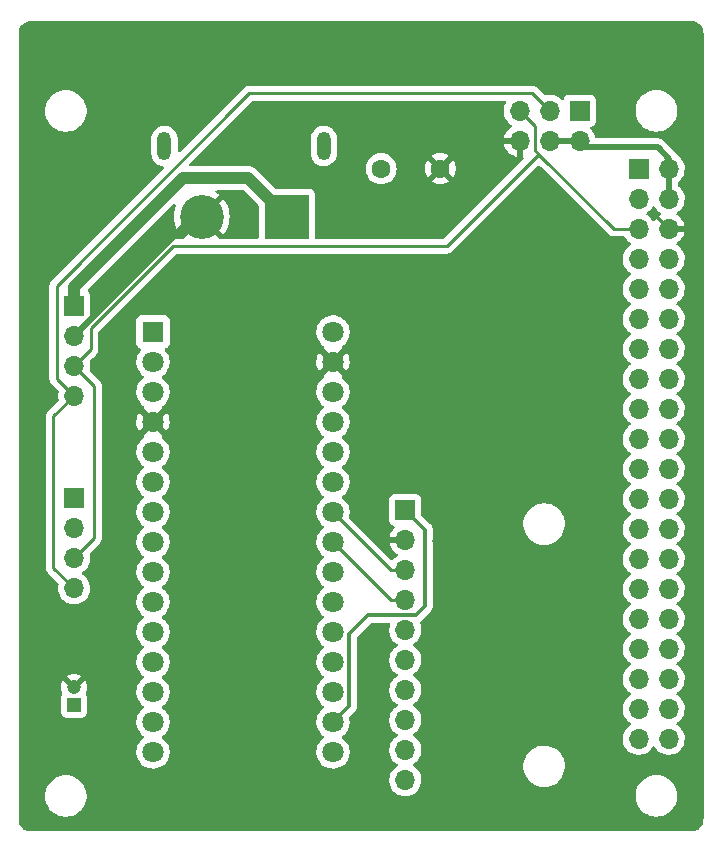
<source format=gbr>
%TF.GenerationSoftware,KiCad,Pcbnew,(6.0.4)*%
%TF.CreationDate,2022-09-08T01:36:39-04:00*%
%TF.ProjectId,Pi_HAT,50695f48-4154-42e6-9b69-6361645f7063,rev?*%
%TF.SameCoordinates,Original*%
%TF.FileFunction,Copper,L1,Top*%
%TF.FilePolarity,Positive*%
%FSLAX46Y46*%
G04 Gerber Fmt 4.6, Leading zero omitted, Abs format (unit mm)*
G04 Created by KiCad (PCBNEW (6.0.4)) date 2022-09-08 01:36:39*
%MOMM*%
%LPD*%
G01*
G04 APERTURE LIST*
%TA.AperFunction,ComponentPad*%
%ADD10R,1.800000X1.800000*%
%TD*%
%TA.AperFunction,ComponentPad*%
%ADD11C,1.800000*%
%TD*%
%TA.AperFunction,ComponentPad*%
%ADD12R,1.700000X1.700000*%
%TD*%
%TA.AperFunction,ComponentPad*%
%ADD13O,1.700000X1.700000*%
%TD*%
%TA.AperFunction,ComponentPad*%
%ADD14C,1.600000*%
%TD*%
%TA.AperFunction,ComponentPad*%
%ADD15R,3.716000X3.716000*%
%TD*%
%TA.AperFunction,ComponentPad*%
%ADD16C,3.716000*%
%TD*%
%TA.AperFunction,ComponentPad*%
%ADD17O,1.200000X2.400000*%
%TD*%
%TA.AperFunction,ComponentPad*%
%ADD18R,1.200000X1.200000*%
%TD*%
%TA.AperFunction,ComponentPad*%
%ADD19C,1.200000*%
%TD*%
%TA.AperFunction,ViaPad*%
%ADD20C,0.800000*%
%TD*%
%TA.AperFunction,Conductor*%
%ADD21C,0.250000*%
%TD*%
%TA.AperFunction,Conductor*%
%ADD22C,0.300000*%
%TD*%
%TA.AperFunction,Conductor*%
%ADD23C,0.500000*%
%TD*%
%TA.AperFunction,Conductor*%
%ADD24C,1.000000*%
%TD*%
G04 APERTURE END LIST*
D10*
%TO.P,TB1,1,D1/TX*%
%TO.N,unconnected-(TB1-Pad1)*%
X109880000Y-93220000D03*
D11*
%TO.P,TB1,2,D0/RX*%
%TO.N,unconnected-(TB1-Pad2)*%
X109880000Y-95760000D03*
%TO.P,TB1,3,RESET*%
%TO.N,unconnected-(TB1-Pad28)*%
X109880000Y-98300000D03*
%TO.P,TB1,4,COM/GND*%
%TO.N,GND*%
X109880000Y-100840000D03*
%TO.P,TB1,5,D2*%
%TO.N,unconnected-(TB1-Pad5)*%
X109880000Y-103380000D03*
%TO.P,TB1,6,D3*%
%TO.N,unconnected-(TB1-Pad6)*%
X109880000Y-105920000D03*
%TO.P,TB1,7,D4*%
%TO.N,unconnected-(TB1-Pad7)*%
X109880000Y-108460000D03*
%TO.P,TB1,8,D5*%
%TO.N,unconnected-(TB1-Pad8)*%
X109880000Y-111000000D03*
%TO.P,TB1,9,D6*%
%TO.N,unconnected-(TB1-Pad9)*%
X109880000Y-113540000D03*
%TO.P,TB1,10,D7*%
%TO.N,unconnected-(TB1-Pad10)*%
X109880000Y-116080000D03*
%TO.P,TB1,11,D8*%
%TO.N,unconnected-(TB1-Pad11)*%
X109880000Y-118620000D03*
%TO.P,TB1,12,D9*%
%TO.N,unconnected-(TB1-Pad12)*%
X109880000Y-121160000D03*
%TO.P,TB1,13,D10*%
%TO.N,unconnected-(TB1-Pad13)*%
X109880000Y-123700000D03*
%TO.P,TB1,14,D11/MOSI*%
%TO.N,unconnected-(TB1-Pad14)*%
X109880000Y-126240000D03*
%TO.P,TB1,15,D12/MISO*%
%TO.N,unconnected-(TB1-Pad15)*%
X109880000Y-128780000D03*
%TO.P,TB1,16,D13/SCK*%
%TO.N,unconnected-(TB1-Pad16)*%
X125120000Y-128780000D03*
%TO.P,TB1,17,3V3*%
%TO.N,3.3VN*%
X125120000Y-126240000D03*
%TO.P,TB1,18,AREF*%
%TO.N,unconnected-(TB1-Pad18)*%
X125120000Y-123700000D03*
%TO.P,TB1,19,A0*%
%TO.N,unconnected-(TB1-Pad19)*%
X125120000Y-121160000D03*
%TO.P,TB1,20,A1*%
%TO.N,unconnected-(TB1-Pad20)*%
X125120000Y-118620000D03*
%TO.P,TB1,21,A2*%
%TO.N,unconnected-(TB1-Pad21)*%
X125120000Y-116080000D03*
%TO.P,TB1,22,A3*%
%TO.N,unconnected-(TB1-Pad22)*%
X125120000Y-113540000D03*
%TO.P,TB1,23,A4*%
%TO.N,SDAN*%
X125120000Y-111000000D03*
%TO.P,TB1,24,A5*%
%TO.N,SCLN*%
X125120000Y-108460000D03*
%TO.P,TB1,25,A6*%
%TO.N,unconnected-(TB1-Pad25)*%
X125120000Y-105920000D03*
%TO.P,TB1,26,A7*%
%TO.N,unconnected-(TB1-Pad26)*%
X125120000Y-103380000D03*
%TO.P,TB1,27,+5V*%
%TO.N,unconnected-(TB1-Pad27)*%
X125120000Y-100840000D03*
%TO.P,TB1,28,RESET*%
%TO.N,unconnected-(TB1-Pad28)*%
X125120000Y-98300000D03*
%TO.P,TB1,29,COM/GND*%
%TO.N,GND*%
X125120000Y-95760000D03*
%TO.P,TB1,30,VIN*%
%TO.N,unconnected-(TB1-Pad30)*%
X125120000Y-93220000D03*
%TD*%
D12*
%TO.P,J3,1,Pin_1*%
%TO.N,3.3VP*%
X146000000Y-74500000D03*
D13*
%TO.P,J3,2,Pin_2*%
%TO.N,/5V*%
X146000000Y-77040000D03*
%TO.P,J3,3,Pin_3*%
%TO.N,/SDA*%
X143460000Y-74500000D03*
%TO.P,J3,4,Pin_4*%
%TO.N,/5V*%
X143460000Y-77040000D03*
%TO.P,J3,5,Pin_5*%
%TO.N,/SCL*%
X140920000Y-74500000D03*
%TO.P,J3,6,Pin_6*%
%TO.N,GND*%
X140920000Y-77040000D03*
%TD*%
D12*
%TO.P,J1,1,Pin_1*%
%TO.N,3.3VN*%
X131250000Y-108300000D03*
D13*
%TO.P,J1,2,Pin_2*%
%TO.N,GND*%
X131250000Y-110840000D03*
%TO.P,J1,3,Pin_3*%
%TO.N,SCLN*%
X131250000Y-113380000D03*
%TO.P,J1,4,Pin_4*%
%TO.N,SDAN*%
X131250000Y-115920000D03*
%TO.P,J1,5,Pin_5*%
%TO.N,unconnected-(J1-Pad5)*%
X131250000Y-118460000D03*
%TO.P,J1,6,Pin_6*%
%TO.N,unconnected-(J1-Pad6)*%
X131250000Y-121000000D03*
%TO.P,J1,7,Pin_7*%
%TO.N,unconnected-(J1-Pad7)*%
X131250000Y-123540000D03*
%TO.P,J1,8,Pin_8*%
%TO.N,unconnected-(J1-Pad8)*%
X131250000Y-126080000D03*
%TO.P,J1,9,Pin_9*%
%TO.N,unconnected-(J1-Pad9)*%
X131250000Y-128620000D03*
%TO.P,J1,10,Pin_10*%
%TO.N,unconnected-(J1-Pad10)*%
X131250000Y-131160000D03*
%TD*%
D12*
%TO.P,J2,1,Pin_1*%
%TO.N,3.3VP*%
X151000000Y-79400000D03*
D13*
%TO.P,J2,2,Pin_2*%
%TO.N,/5V*%
X153540000Y-79400000D03*
%TO.P,J2,3,Pin_3*%
%TO.N,/SDA*%
X151000000Y-81940000D03*
%TO.P,J2,4,Pin_4*%
%TO.N,/5V*%
X153540000Y-81940000D03*
%TO.P,J2,5,Pin_5*%
%TO.N,/SCL*%
X151000000Y-84480000D03*
%TO.P,J2,6,Pin_6*%
%TO.N,GND*%
X153540000Y-84480000D03*
%TO.P,J2,7,Pin_7*%
%TO.N,unconnected-(J2-Pad7)*%
X151000000Y-87020000D03*
%TO.P,J2,8,Pin_8*%
%TO.N,unconnected-(J2-Pad8)*%
X153540000Y-87020000D03*
%TO.P,J2,9,Pin_9*%
%TO.N,unconnected-(J2-Pad9)*%
X151000000Y-89560000D03*
%TO.P,J2,10,Pin_10*%
%TO.N,unconnected-(J2-Pad10)*%
X153540000Y-89560000D03*
%TO.P,J2,11,Pin_11*%
%TO.N,unconnected-(J2-Pad11)*%
X151000000Y-92100000D03*
%TO.P,J2,12,Pin_12*%
%TO.N,unconnected-(J2-Pad12)*%
X153540000Y-92100000D03*
%TO.P,J2,13,Pin_13*%
%TO.N,unconnected-(J2-Pad13)*%
X151000000Y-94640000D03*
%TO.P,J2,14,Pin_14*%
%TO.N,unconnected-(J2-Pad14)*%
X153540000Y-94640000D03*
%TO.P,J2,15,Pin_15*%
%TO.N,unconnected-(J2-Pad15)*%
X151000000Y-97180000D03*
%TO.P,J2,16,Pin_16*%
%TO.N,unconnected-(J2-Pad16)*%
X153540000Y-97180000D03*
%TO.P,J2,17,Pin_17*%
%TO.N,unconnected-(J2-Pad17)*%
X151000000Y-99720000D03*
%TO.P,J2,18,Pin_18*%
%TO.N,unconnected-(J2-Pad18)*%
X153540000Y-99720000D03*
%TO.P,J2,19,Pin_19*%
%TO.N,unconnected-(J2-Pad19)*%
X151000000Y-102260000D03*
%TO.P,J2,20,Pin_20*%
%TO.N,unconnected-(J2-Pad20)*%
X153540000Y-102260000D03*
%TO.P,J2,21,Pin_21*%
%TO.N,unconnected-(J2-Pad21)*%
X151000000Y-104800000D03*
%TO.P,J2,22,Pin_22*%
%TO.N,unconnected-(J2-Pad22)*%
X153540000Y-104800000D03*
%TO.P,J2,23,Pin_23*%
%TO.N,unconnected-(J2-Pad23)*%
X151000000Y-107340000D03*
%TO.P,J2,24,Pin_24*%
%TO.N,unconnected-(J2-Pad24)*%
X153540000Y-107340000D03*
%TO.P,J2,25,Pin_25*%
%TO.N,unconnected-(J2-Pad25)*%
X151000000Y-109880000D03*
%TO.P,J2,26,Pin_26*%
%TO.N,unconnected-(J2-Pad26)*%
X153540000Y-109880000D03*
%TO.P,J2,27,Pin_27*%
%TO.N,unconnected-(J2-Pad27)*%
X151000000Y-112420000D03*
%TO.P,J2,28,Pin_28*%
%TO.N,unconnected-(J2-Pad28)*%
X153540000Y-112420000D03*
%TO.P,J2,29,Pin_29*%
%TO.N,unconnected-(J2-Pad29)*%
X151000000Y-114960000D03*
%TO.P,J2,30,Pin_30*%
%TO.N,unconnected-(J2-Pad30)*%
X153540000Y-114960000D03*
%TO.P,J2,31,Pin_31*%
%TO.N,unconnected-(J2-Pad31)*%
X151000000Y-117500000D03*
%TO.P,J2,32,Pin_32*%
%TO.N,unconnected-(J2-Pad32)*%
X153540000Y-117500000D03*
%TO.P,J2,33,Pin_33*%
%TO.N,unconnected-(J2-Pad33)*%
X151000000Y-120040000D03*
%TO.P,J2,34,Pin_34*%
%TO.N,unconnected-(J2-Pad34)*%
X153540000Y-120040000D03*
%TO.P,J2,35,Pin_35*%
%TO.N,unconnected-(J2-Pad35)*%
X151000000Y-122580000D03*
%TO.P,J2,36,Pin_36*%
%TO.N,unconnected-(J2-Pad36)*%
X153540000Y-122580000D03*
%TO.P,J2,37,Pin_37*%
%TO.N,unconnected-(J2-Pad37)*%
X151000000Y-125120000D03*
%TO.P,J2,38,Pin_38*%
%TO.N,unconnected-(J2-Pad38)*%
X153540000Y-125120000D03*
%TO.P,J2,39,Pin_39*%
%TO.N,unconnected-(J2-Pad39)*%
X151000000Y-127660000D03*
%TO.P,J2,40,Pin_40*%
%TO.N,unconnected-(J2-Pad40)*%
X153540000Y-127660000D03*
%TD*%
D14*
%TO.P,C1,1*%
%TO.N,12V*%
X129200000Y-79400000D03*
%TO.P,C1,2*%
%TO.N,GND*%
X134200000Y-79400000D03*
%TD*%
D12*
%TO.P,J4,1,Pin_1*%
%TO.N,12V*%
X103200000Y-91000000D03*
D13*
%TO.P,J4,2,Pin_2*%
%TO.N,GND*%
X103200000Y-93540000D03*
%TO.P,J4,3,Pin_3*%
%TO.N,/SCL*%
X103200000Y-96080000D03*
%TO.P,J4,4,Pin_4*%
%TO.N,/SDA*%
X103200000Y-98620000D03*
%TD*%
D15*
%TO.P,J5,1,+*%
%TO.N,12V*%
X121200000Y-83465750D03*
D16*
%TO.P,J5,2,-*%
%TO.N,GND*%
X114000000Y-83465750D03*
D17*
%TO.P,J5,S1*%
%TO.N,N/C*%
X124350000Y-77465750D03*
%TO.P,J5,S2*%
X110850000Y-77465750D03*
%TD*%
D18*
%TO.P,C2,1*%
%TO.N,/5V*%
X103200000Y-124800000D03*
D19*
%TO.P,C2,2*%
%TO.N,GND*%
X103200000Y-123300000D03*
%TD*%
D12*
%TO.P,J6,1,Pin_1*%
%TO.N,12V*%
X103200000Y-107300000D03*
D13*
%TO.P,J6,2,Pin_2*%
%TO.N,GND*%
X103200000Y-109840000D03*
%TO.P,J6,3,Pin_3*%
%TO.N,/SCL*%
X103200000Y-112380000D03*
%TO.P,J6,4,Pin_4*%
%TO.N,/SDA*%
X103200000Y-114920000D03*
%TD*%
D20*
%TO.N,GND*%
X135250000Y-83500000D03*
X133950000Y-110950000D03*
X117500000Y-112900000D03*
X147350000Y-86750000D03*
X147250000Y-100000000D03*
X152300000Y-83250000D03*
%TD*%
D21*
%TO.N,SDAN*%
X130040000Y-115920000D02*
X131250000Y-115920000D01*
X125120000Y-111000000D02*
X130040000Y-115920000D01*
%TO.N,SCLN*%
X125120000Y-108460000D02*
X130040000Y-113380000D01*
X130040000Y-113380000D02*
X131250000Y-113380000D01*
D22*
%TO.N,3.3VN*%
X128100000Y-117200000D02*
X126500000Y-118800000D01*
X126500000Y-118800000D02*
X126500000Y-124860000D01*
X132150000Y-117200000D02*
X128100000Y-117200000D01*
X131250000Y-108300000D02*
X132900000Y-109950000D01*
X126500000Y-124860000D02*
X125120000Y-126240000D01*
X132900000Y-109950000D02*
X132900000Y-116450000D01*
X132900000Y-116450000D02*
X132150000Y-117200000D01*
D21*
%TO.N,GND*%
X109880000Y-100840000D02*
X112720000Y-98000000D01*
X153540000Y-84480000D02*
X153530000Y-84480000D01*
D23*
X103200000Y-93540000D02*
X113274250Y-83465750D01*
D21*
X122880000Y-98000000D02*
X125120000Y-95760000D01*
X153530000Y-84480000D02*
X152300000Y-83250000D01*
D23*
X113274250Y-83465750D02*
X114000000Y-83465750D01*
D21*
X112720000Y-98000000D02*
X122880000Y-98000000D01*
D24*
%TO.N,12V*%
X117934250Y-80200000D02*
X121200000Y-83465750D01*
X112400000Y-80200000D02*
X117934250Y-80200000D01*
X103200000Y-89400000D02*
X112400000Y-80200000D01*
X103200000Y-91000000D02*
X103200000Y-89400000D01*
D23*
%TO.N,/5V*%
X153540000Y-78540000D02*
X152600000Y-77600000D01*
X152600000Y-77600000D02*
X146560000Y-77600000D01*
X146560000Y-77600000D02*
X146000000Y-77040000D01*
X153540000Y-79400000D02*
X153540000Y-81940000D01*
X143460000Y-77040000D02*
X146000000Y-77040000D01*
X153540000Y-79400000D02*
X153540000Y-78540000D01*
D21*
%TO.N,/SCL*%
X104900000Y-97780000D02*
X103200000Y-96080000D01*
X148880000Y-84480000D02*
X151000000Y-84480000D01*
X111602494Y-85950000D02*
X134750000Y-85950000D01*
X142500000Y-78200000D02*
X142600000Y-78200000D01*
X140920000Y-74500000D02*
X142200000Y-75780000D01*
X103200000Y-96080000D02*
X104626247Y-94653753D01*
X103200000Y-112380000D02*
X104900000Y-110680000D01*
X104626247Y-92926247D02*
X111602494Y-85950000D01*
X142600000Y-78200000D02*
X148880000Y-84480000D01*
X104900000Y-110680000D02*
X104900000Y-97780000D01*
X142200000Y-77800000D02*
X142600000Y-78200000D01*
X134750000Y-85950000D02*
X142500000Y-78200000D01*
X104626247Y-94653753D02*
X104626247Y-92926247D01*
X142200000Y-75780000D02*
X142200000Y-77800000D01*
%TO.N,/SDA*%
X101750000Y-97170000D02*
X101750000Y-89300000D01*
X101450000Y-113170000D02*
X101450000Y-100370000D01*
X118050000Y-73000000D02*
X141960000Y-73000000D01*
X141960000Y-73000000D02*
X143460000Y-74500000D01*
X103200000Y-114920000D02*
X101450000Y-113170000D01*
X103200000Y-98620000D02*
X101750000Y-97170000D01*
X101450000Y-100370000D02*
X103200000Y-98620000D01*
X101750000Y-89300000D02*
X118050000Y-73000000D01*
%TD*%
%TA.AperFunction,Conductor*%
%TO.N,GND*%
G36*
X155470018Y-66910000D02*
G01*
X155484851Y-66912310D01*
X155484855Y-66912310D01*
X155493724Y-66913691D01*
X155506397Y-66912034D01*
X155533707Y-66911449D01*
X155661194Y-66922603D01*
X155682817Y-66926415D01*
X155828466Y-66965442D01*
X155849104Y-66972954D01*
X155985760Y-67036678D01*
X156004780Y-67047660D01*
X156128297Y-67134147D01*
X156145122Y-67148265D01*
X156251735Y-67254878D01*
X156265853Y-67271703D01*
X156352340Y-67395220D01*
X156363322Y-67414240D01*
X156427046Y-67550896D01*
X156434557Y-67571534D01*
X156473583Y-67717178D01*
X156477398Y-67738809D01*
X156487947Y-67859393D01*
X156487393Y-67875871D01*
X156487800Y-67875876D01*
X156487690Y-67884853D01*
X156486309Y-67893724D01*
X156487473Y-67902626D01*
X156487473Y-67902628D01*
X156490436Y-67925283D01*
X156491500Y-67941621D01*
X156491500Y-134450633D01*
X156490000Y-134470018D01*
X156487690Y-134484851D01*
X156487690Y-134484855D01*
X156486309Y-134493724D01*
X156487966Y-134506397D01*
X156488551Y-134533707D01*
X156477398Y-134661191D01*
X156473585Y-134682817D01*
X156452174Y-134762724D01*
X156434558Y-134828466D01*
X156427046Y-134849104D01*
X156363322Y-134985760D01*
X156352340Y-135004780D01*
X156265853Y-135128297D01*
X156251735Y-135145122D01*
X156145122Y-135251735D01*
X156128297Y-135265853D01*
X156004780Y-135352340D01*
X155985760Y-135363322D01*
X155849104Y-135427046D01*
X155828466Y-135434557D01*
X155682822Y-135473583D01*
X155661194Y-135477397D01*
X155604659Y-135482344D01*
X155540607Y-135487947D01*
X155524129Y-135487393D01*
X155524124Y-135487800D01*
X155515147Y-135487690D01*
X155506276Y-135486309D01*
X155497374Y-135487473D01*
X155497372Y-135487473D01*
X155483548Y-135489281D01*
X155474714Y-135490436D01*
X155458379Y-135491500D01*
X99549367Y-135491500D01*
X99529982Y-135490000D01*
X99515149Y-135487690D01*
X99515145Y-135487690D01*
X99506276Y-135486309D01*
X99493603Y-135487966D01*
X99466293Y-135488551D01*
X99338806Y-135477397D01*
X99317183Y-135473585D01*
X99171531Y-135434557D01*
X99150896Y-135427046D01*
X99014240Y-135363322D01*
X98995220Y-135352340D01*
X98871703Y-135265853D01*
X98854878Y-135251735D01*
X98748265Y-135145122D01*
X98734147Y-135128297D01*
X98647660Y-135004780D01*
X98636678Y-134985760D01*
X98572954Y-134849104D01*
X98565443Y-134828466D01*
X98526417Y-134682822D01*
X98522602Y-134661191D01*
X98512349Y-134543993D01*
X98512374Y-134521758D01*
X98512770Y-134517344D01*
X98513576Y-134512552D01*
X98513729Y-134500000D01*
X98509773Y-134472376D01*
X98508500Y-134454514D01*
X98508500Y-132607655D01*
X100739858Y-132607655D01*
X100775104Y-132866638D01*
X100776412Y-132871124D01*
X100776412Y-132871126D01*
X100796098Y-132938664D01*
X100848243Y-133117567D01*
X100957668Y-133354928D01*
X100960231Y-133358837D01*
X101098410Y-133569596D01*
X101098414Y-133569601D01*
X101100976Y-133573509D01*
X101275018Y-133768506D01*
X101475970Y-133935637D01*
X101479973Y-133938066D01*
X101695422Y-134068804D01*
X101695426Y-134068806D01*
X101699419Y-134071229D01*
X101940455Y-134172303D01*
X102193783Y-134236641D01*
X102198434Y-134237109D01*
X102198438Y-134237110D01*
X102391308Y-134256531D01*
X102410867Y-134258500D01*
X102566354Y-134258500D01*
X102568679Y-134258327D01*
X102568685Y-134258327D01*
X102756000Y-134244407D01*
X102756004Y-134244406D01*
X102760652Y-134244061D01*
X102765200Y-134243032D01*
X102765206Y-134243031D01*
X102951601Y-134200853D01*
X103015577Y-134186377D01*
X103051769Y-134172303D01*
X103254824Y-134093340D01*
X103254827Y-134093339D01*
X103259177Y-134091647D01*
X103486098Y-133961951D01*
X103691357Y-133800138D01*
X103870443Y-133609763D01*
X104019424Y-133395009D01*
X104135025Y-133160593D01*
X104214707Y-132911665D01*
X104256721Y-132653693D01*
X104257324Y-132607655D01*
X150739858Y-132607655D01*
X150775104Y-132866638D01*
X150776412Y-132871124D01*
X150776412Y-132871126D01*
X150796098Y-132938664D01*
X150848243Y-133117567D01*
X150957668Y-133354928D01*
X150960231Y-133358837D01*
X151098410Y-133569596D01*
X151098414Y-133569601D01*
X151100976Y-133573509D01*
X151275018Y-133768506D01*
X151475970Y-133935637D01*
X151479973Y-133938066D01*
X151695422Y-134068804D01*
X151695426Y-134068806D01*
X151699419Y-134071229D01*
X151940455Y-134172303D01*
X152193783Y-134236641D01*
X152198434Y-134237109D01*
X152198438Y-134237110D01*
X152391308Y-134256531D01*
X152410867Y-134258500D01*
X152566354Y-134258500D01*
X152568679Y-134258327D01*
X152568685Y-134258327D01*
X152756000Y-134244407D01*
X152756004Y-134244406D01*
X152760652Y-134244061D01*
X152765200Y-134243032D01*
X152765206Y-134243031D01*
X152951601Y-134200853D01*
X153015577Y-134186377D01*
X153051769Y-134172303D01*
X153254824Y-134093340D01*
X153254827Y-134093339D01*
X153259177Y-134091647D01*
X153486098Y-133961951D01*
X153691357Y-133800138D01*
X153870443Y-133609763D01*
X154019424Y-133395009D01*
X154135025Y-133160593D01*
X154214707Y-132911665D01*
X154256721Y-132653693D01*
X154259162Y-132467185D01*
X154260081Y-132397022D01*
X154260081Y-132397019D01*
X154260142Y-132392345D01*
X154224896Y-132133362D01*
X154210473Y-132083877D01*
X154175849Y-131965088D01*
X154151757Y-131882433D01*
X154042332Y-131645072D01*
X154005785Y-131589329D01*
X153901590Y-131430404D01*
X153901586Y-131430399D01*
X153899024Y-131426491D01*
X153724982Y-131231494D01*
X153524030Y-131064363D01*
X153476844Y-131035730D01*
X153304578Y-130931196D01*
X153304574Y-130931194D01*
X153300581Y-130928771D01*
X153059545Y-130827697D01*
X152806217Y-130763359D01*
X152801566Y-130762891D01*
X152801562Y-130762890D01*
X152592271Y-130741816D01*
X152589133Y-130741500D01*
X152433646Y-130741500D01*
X152431321Y-130741673D01*
X152431315Y-130741673D01*
X152244000Y-130755593D01*
X152243996Y-130755594D01*
X152239348Y-130755939D01*
X152234800Y-130756968D01*
X152234794Y-130756969D01*
X152048399Y-130799147D01*
X151984423Y-130813623D01*
X151980071Y-130815315D01*
X151980069Y-130815316D01*
X151745176Y-130906660D01*
X151745173Y-130906661D01*
X151740823Y-130908353D01*
X151736769Y-130910670D01*
X151736767Y-130910671D01*
X151681040Y-130942522D01*
X151513902Y-131038049D01*
X151308643Y-131199862D01*
X151129557Y-131390237D01*
X151023884Y-131542563D01*
X150988659Y-131593340D01*
X150980576Y-131604991D01*
X150978510Y-131609181D01*
X150978508Y-131609184D01*
X150894755Y-131779020D01*
X150864975Y-131839407D01*
X150863553Y-131843850D01*
X150863552Y-131843852D01*
X150786720Y-132083877D01*
X150785293Y-132088335D01*
X150743279Y-132346307D01*
X150739858Y-132607655D01*
X104257324Y-132607655D01*
X104259162Y-132467185D01*
X104260081Y-132397022D01*
X104260081Y-132397019D01*
X104260142Y-132392345D01*
X104224896Y-132133362D01*
X104210473Y-132083877D01*
X104175849Y-131965088D01*
X104151757Y-131882433D01*
X104042332Y-131645072D01*
X104005785Y-131589329D01*
X103901590Y-131430404D01*
X103901586Y-131430399D01*
X103899024Y-131426491D01*
X103724982Y-131231494D01*
X103524030Y-131064363D01*
X103476844Y-131035730D01*
X103304578Y-130931196D01*
X103304574Y-130931194D01*
X103300581Y-130928771D01*
X103059545Y-130827697D01*
X102806217Y-130763359D01*
X102801566Y-130762891D01*
X102801562Y-130762890D01*
X102592271Y-130741816D01*
X102589133Y-130741500D01*
X102433646Y-130741500D01*
X102431321Y-130741673D01*
X102431315Y-130741673D01*
X102244000Y-130755593D01*
X102243996Y-130755594D01*
X102239348Y-130755939D01*
X102234800Y-130756968D01*
X102234794Y-130756969D01*
X102048399Y-130799147D01*
X101984423Y-130813623D01*
X101980071Y-130815315D01*
X101980069Y-130815316D01*
X101745176Y-130906660D01*
X101745173Y-130906661D01*
X101740823Y-130908353D01*
X101736769Y-130910670D01*
X101736767Y-130910671D01*
X101681040Y-130942522D01*
X101513902Y-131038049D01*
X101308643Y-131199862D01*
X101129557Y-131390237D01*
X101023884Y-131542563D01*
X100988659Y-131593340D01*
X100980576Y-131604991D01*
X100978510Y-131609181D01*
X100978508Y-131609184D01*
X100894755Y-131779020D01*
X100864975Y-131839407D01*
X100863553Y-131843850D01*
X100863552Y-131843852D01*
X100786720Y-132083877D01*
X100785293Y-132088335D01*
X100743279Y-132346307D01*
X100739858Y-132607655D01*
X98508500Y-132607655D01*
X98508500Y-128745469D01*
X108467095Y-128745469D01*
X108467392Y-128750622D01*
X108467392Y-128750625D01*
X108477687Y-128929174D01*
X108480427Y-128976697D01*
X108481564Y-128981743D01*
X108481565Y-128981749D01*
X108509339Y-129104991D01*
X108531346Y-129202642D01*
X108533288Y-129207424D01*
X108533289Y-129207428D01*
X108606178Y-129386932D01*
X108618484Y-129417237D01*
X108739501Y-129614719D01*
X108891147Y-129789784D01*
X109069349Y-129937730D01*
X109269322Y-130054584D01*
X109485694Y-130137209D01*
X109490760Y-130138240D01*
X109490761Y-130138240D01*
X109502533Y-130140635D01*
X109712656Y-130183385D01*
X109843324Y-130188176D01*
X109938949Y-130191683D01*
X109938953Y-130191683D01*
X109944113Y-130191872D01*
X109949233Y-130191216D01*
X109949235Y-130191216D01*
X110022270Y-130181860D01*
X110173847Y-130162442D01*
X110178795Y-130160957D01*
X110178802Y-130160956D01*
X110390747Y-130097369D01*
X110395690Y-130095886D01*
X110476236Y-130056427D01*
X110599049Y-129996262D01*
X110599052Y-129996260D01*
X110603684Y-129993991D01*
X110792243Y-129859494D01*
X110956303Y-129696005D01*
X111091458Y-129507917D01*
X111132395Y-129425088D01*
X111191784Y-129304922D01*
X111191785Y-129304920D01*
X111194078Y-129300280D01*
X111261408Y-129078671D01*
X111291640Y-128849041D01*
X111292028Y-128833173D01*
X111293245Y-128783365D01*
X111293245Y-128783361D01*
X111293327Y-128780000D01*
X111290488Y-128745469D01*
X123707095Y-128745469D01*
X123707392Y-128750622D01*
X123707392Y-128750625D01*
X123717687Y-128929174D01*
X123720427Y-128976697D01*
X123721564Y-128981743D01*
X123721565Y-128981749D01*
X123749339Y-129104991D01*
X123771346Y-129202642D01*
X123773288Y-129207424D01*
X123773289Y-129207428D01*
X123846178Y-129386932D01*
X123858484Y-129417237D01*
X123979501Y-129614719D01*
X124131147Y-129789784D01*
X124309349Y-129937730D01*
X124509322Y-130054584D01*
X124725694Y-130137209D01*
X124730760Y-130138240D01*
X124730761Y-130138240D01*
X124742533Y-130140635D01*
X124952656Y-130183385D01*
X125083324Y-130188176D01*
X125178949Y-130191683D01*
X125178953Y-130191683D01*
X125184113Y-130191872D01*
X125189233Y-130191216D01*
X125189235Y-130191216D01*
X125262270Y-130181860D01*
X125413847Y-130162442D01*
X125418795Y-130160957D01*
X125418802Y-130160956D01*
X125630747Y-130097369D01*
X125635690Y-130095886D01*
X125716236Y-130056427D01*
X125839049Y-129996262D01*
X125839052Y-129996260D01*
X125843684Y-129993991D01*
X126032243Y-129859494D01*
X126196303Y-129696005D01*
X126331458Y-129507917D01*
X126372395Y-129425088D01*
X126431784Y-129304922D01*
X126431785Y-129304920D01*
X126434078Y-129300280D01*
X126501408Y-129078671D01*
X126531640Y-128849041D01*
X126532028Y-128833173D01*
X126533245Y-128783365D01*
X126533245Y-128783361D01*
X126533327Y-128780000D01*
X126521590Y-128637240D01*
X126514773Y-128554318D01*
X126514772Y-128554312D01*
X126514349Y-128549167D01*
X126478554Y-128406660D01*
X126459184Y-128329544D01*
X126459183Y-128329540D01*
X126457925Y-128324533D01*
X126455866Y-128319797D01*
X126367630Y-128116868D01*
X126367628Y-128116865D01*
X126365570Y-128112131D01*
X126239764Y-127917665D01*
X126083887Y-127746358D01*
X126079836Y-127743159D01*
X126079832Y-127743155D01*
X125907077Y-127606722D01*
X125866014Y-127548805D01*
X125862782Y-127477882D01*
X125898407Y-127416470D01*
X125912001Y-127405261D01*
X125915872Y-127402500D01*
X126032243Y-127319494D01*
X126196303Y-127156005D01*
X126331458Y-126967917D01*
X126372395Y-126885088D01*
X126431784Y-126764922D01*
X126431785Y-126764920D01*
X126434078Y-126760280D01*
X126501408Y-126538671D01*
X126531640Y-126309041D01*
X126531722Y-126305691D01*
X126533245Y-126243365D01*
X126533245Y-126243361D01*
X126533327Y-126240000D01*
X126514349Y-126009167D01*
X126485124Y-125892818D01*
X126487928Y-125821876D01*
X126518233Y-125773027D01*
X126907605Y-125383655D01*
X126916385Y-125375665D01*
X126916387Y-125375663D01*
X126923080Y-125371416D01*
X126971605Y-125319742D01*
X126974359Y-125316901D01*
X126994927Y-125296333D01*
X126997647Y-125292826D01*
X127005353Y-125283804D01*
X127031544Y-125255913D01*
X127036972Y-125250133D01*
X127040794Y-125243181D01*
X127047303Y-125231342D01*
X127058157Y-125214818D01*
X127066445Y-125204132D01*
X127071304Y-125197868D01*
X127076070Y-125186855D01*
X127089654Y-125155465D01*
X127094876Y-125144805D01*
X127113305Y-125111284D01*
X127113306Y-125111282D01*
X127117124Y-125104337D01*
X127122459Y-125083559D01*
X127128858Y-125064869D01*
X127137380Y-125045176D01*
X127144606Y-124999552D01*
X127147013Y-124987929D01*
X127156528Y-124950868D01*
X127158500Y-124943188D01*
X127158500Y-124921741D01*
X127160051Y-124902031D01*
X127162166Y-124888677D01*
X127163406Y-124880848D01*
X127159059Y-124834859D01*
X127158500Y-124823004D01*
X127158500Y-119124950D01*
X127178502Y-119056829D01*
X127195405Y-119035855D01*
X128335855Y-117895405D01*
X128398167Y-117861379D01*
X128424950Y-117858500D01*
X129841265Y-117858500D01*
X129909386Y-117878502D01*
X129955879Y-117932158D01*
X129965983Y-118002432D01*
X129962682Y-118018172D01*
X129960589Y-118025720D01*
X129910989Y-118204570D01*
X129887251Y-118426695D01*
X129887548Y-118431848D01*
X129887548Y-118431851D01*
X129894024Y-118544171D01*
X129900110Y-118649715D01*
X129901247Y-118654761D01*
X129901248Y-118654767D01*
X129909720Y-118692359D01*
X129949222Y-118867639D01*
X129987461Y-118961811D01*
X130026044Y-119056829D01*
X130033266Y-119074616D01*
X130149987Y-119265088D01*
X130296250Y-119433938D01*
X130423585Y-119539653D01*
X130459301Y-119569305D01*
X130468126Y-119576632D01*
X130538595Y-119617811D01*
X130541445Y-119619476D01*
X130590169Y-119671114D01*
X130603240Y-119740897D01*
X130576509Y-119806669D01*
X130536055Y-119840027D01*
X130523607Y-119846507D01*
X130519474Y-119849610D01*
X130519471Y-119849612D01*
X130359537Y-119969694D01*
X130344965Y-119980635D01*
X130319894Y-120006870D01*
X130208770Y-120123155D01*
X130190629Y-120142138D01*
X130064743Y-120326680D01*
X130049003Y-120360590D01*
X129985745Y-120496868D01*
X129970688Y-120529305D01*
X129910989Y-120744570D01*
X129887251Y-120966695D01*
X129887548Y-120971848D01*
X129887548Y-120971851D01*
X129894024Y-121084171D01*
X129900110Y-121189715D01*
X129901247Y-121194761D01*
X129901248Y-121194767D01*
X129909720Y-121232359D01*
X129949222Y-121407639D01*
X129987461Y-121501811D01*
X130022000Y-121586870D01*
X130033266Y-121614616D01*
X130149987Y-121805088D01*
X130296250Y-121973938D01*
X130423585Y-122079653D01*
X130459301Y-122109305D01*
X130468126Y-122116632D01*
X130538595Y-122157811D01*
X130541445Y-122159476D01*
X130590169Y-122211114D01*
X130603240Y-122280897D01*
X130576509Y-122346669D01*
X130536055Y-122380027D01*
X130523607Y-122386507D01*
X130519474Y-122389610D01*
X130519471Y-122389612D01*
X130359537Y-122509694D01*
X130344965Y-122520635D01*
X130319894Y-122546870D01*
X130208770Y-122663155D01*
X130190629Y-122682138D01*
X130187715Y-122686410D01*
X130187714Y-122686411D01*
X130159515Y-122727749D01*
X130064743Y-122866680D01*
X130051113Y-122896044D01*
X129985745Y-123036868D01*
X129970688Y-123069305D01*
X129910989Y-123284570D01*
X129887251Y-123506695D01*
X129887548Y-123511848D01*
X129887548Y-123511851D01*
X129894024Y-123624171D01*
X129900110Y-123729715D01*
X129901247Y-123734761D01*
X129901248Y-123734767D01*
X129913947Y-123791114D01*
X129949222Y-123947639D01*
X129987461Y-124041811D01*
X130022000Y-124126870D01*
X130033266Y-124154616D01*
X130149987Y-124345088D01*
X130296250Y-124513938D01*
X130423585Y-124619653D01*
X130459301Y-124649305D01*
X130468126Y-124656632D01*
X130538595Y-124697811D01*
X130541445Y-124699476D01*
X130590169Y-124751114D01*
X130603240Y-124820897D01*
X130576509Y-124886669D01*
X130536055Y-124920027D01*
X130523607Y-124926507D01*
X130519474Y-124929610D01*
X130519471Y-124929612D01*
X130349100Y-125057530D01*
X130344965Y-125060635D01*
X130319894Y-125086870D01*
X130208770Y-125203155D01*
X130190629Y-125222138D01*
X130187715Y-125226410D01*
X130187714Y-125226411D01*
X130124047Y-125319743D01*
X130064743Y-125406680D01*
X130049003Y-125440590D01*
X129985745Y-125576868D01*
X129970688Y-125609305D01*
X129910989Y-125824570D01*
X129887251Y-126046695D01*
X129887548Y-126051848D01*
X129887548Y-126051851D01*
X129894024Y-126164171D01*
X129900110Y-126269715D01*
X129901247Y-126274761D01*
X129901248Y-126274767D01*
X129909720Y-126312359D01*
X129949222Y-126487639D01*
X129987461Y-126581811D01*
X130022000Y-126666870D01*
X130033266Y-126694616D01*
X130149987Y-126885088D01*
X130296250Y-127053938D01*
X130423585Y-127159653D01*
X130459301Y-127189305D01*
X130468126Y-127196632D01*
X130538595Y-127237811D01*
X130541445Y-127239476D01*
X130590169Y-127291114D01*
X130603240Y-127360897D01*
X130576509Y-127426669D01*
X130536055Y-127460027D01*
X130523607Y-127466507D01*
X130519474Y-127469610D01*
X130519471Y-127469612D01*
X130359537Y-127589694D01*
X130344965Y-127600635D01*
X130319894Y-127626870D01*
X130208770Y-127743155D01*
X130190629Y-127762138D01*
X130064743Y-127946680D01*
X130049003Y-127980590D01*
X129985745Y-128116868D01*
X129970688Y-128149305D01*
X129910989Y-128364570D01*
X129887251Y-128586695D01*
X129887548Y-128591848D01*
X129887548Y-128591851D01*
X129895600Y-128731494D01*
X129900110Y-128809715D01*
X129901247Y-128814761D01*
X129901248Y-128814767D01*
X129918054Y-128889338D01*
X129949222Y-129027639D01*
X130033266Y-129234616D01*
X130149987Y-129425088D01*
X130296250Y-129593938D01*
X130468126Y-129736632D01*
X130538595Y-129777811D01*
X130541445Y-129779476D01*
X130590169Y-129831114D01*
X130603240Y-129900897D01*
X130576509Y-129966669D01*
X130536055Y-130000027D01*
X130523607Y-130006507D01*
X130519474Y-130009610D01*
X130519471Y-130009612D01*
X130395119Y-130102978D01*
X130344965Y-130140635D01*
X130190629Y-130302138D01*
X130064743Y-130486680D01*
X130049003Y-130520590D01*
X129982072Y-130664781D01*
X129970688Y-130689305D01*
X129910989Y-130904570D01*
X129887251Y-131126695D01*
X129887548Y-131131848D01*
X129887548Y-131131851D01*
X129895600Y-131271494D01*
X129900110Y-131349715D01*
X129901247Y-131354761D01*
X129901248Y-131354767D01*
X129908474Y-131386829D01*
X129949222Y-131567639D01*
X129992188Y-131673452D01*
X130018037Y-131737110D01*
X130033266Y-131774616D01*
X130149987Y-131965088D01*
X130296250Y-132133938D01*
X130468126Y-132276632D01*
X130661000Y-132389338D01*
X130665825Y-132391180D01*
X130665826Y-132391181D01*
X130681122Y-132397022D01*
X130869692Y-132469030D01*
X130874760Y-132470061D01*
X130874763Y-132470062D01*
X130982017Y-132491883D01*
X131088597Y-132513567D01*
X131093772Y-132513757D01*
X131093774Y-132513757D01*
X131306673Y-132521564D01*
X131306677Y-132521564D01*
X131311837Y-132521753D01*
X131316957Y-132521097D01*
X131316959Y-132521097D01*
X131528288Y-132494025D01*
X131528289Y-132494025D01*
X131533416Y-132493368D01*
X131538366Y-132491883D01*
X131742429Y-132430661D01*
X131742434Y-132430659D01*
X131747384Y-132429174D01*
X131947994Y-132330896D01*
X132129860Y-132201173D01*
X132288096Y-132043489D01*
X132347594Y-131960689D01*
X132415435Y-131866277D01*
X132418453Y-131862077D01*
X132427461Y-131843852D01*
X132515136Y-131666453D01*
X132515137Y-131666451D01*
X132517430Y-131661811D01*
X132582370Y-131448069D01*
X132611529Y-131226590D01*
X132613156Y-131160000D01*
X132594852Y-130937361D01*
X132540431Y-130720702D01*
X132451354Y-130515840D01*
X132330014Y-130328277D01*
X132179670Y-130163051D01*
X132175619Y-130159852D01*
X132175615Y-130159848D01*
X132109528Y-130107655D01*
X141239858Y-130107655D01*
X141275104Y-130366638D01*
X141276412Y-130371124D01*
X141276412Y-130371126D01*
X141296098Y-130438664D01*
X141348243Y-130617567D01*
X141457668Y-130854928D01*
X141460231Y-130858837D01*
X141598410Y-131069596D01*
X141598414Y-131069601D01*
X141600976Y-131073509D01*
X141775018Y-131268506D01*
X141975970Y-131435637D01*
X141979973Y-131438066D01*
X142195422Y-131568804D01*
X142195426Y-131568806D01*
X142199419Y-131571229D01*
X142440455Y-131672303D01*
X142693783Y-131736641D01*
X142698434Y-131737109D01*
X142698438Y-131737110D01*
X142891308Y-131756531D01*
X142910867Y-131758500D01*
X143066354Y-131758500D01*
X143068679Y-131758327D01*
X143068685Y-131758327D01*
X143256000Y-131744407D01*
X143256004Y-131744406D01*
X143260652Y-131744061D01*
X143265200Y-131743032D01*
X143265206Y-131743031D01*
X143451601Y-131700853D01*
X143515577Y-131686377D01*
X143551769Y-131672303D01*
X143754824Y-131593340D01*
X143754827Y-131593339D01*
X143759177Y-131591647D01*
X143986098Y-131461951D01*
X144191357Y-131300138D01*
X144370443Y-131109763D01*
X144510167Y-130908353D01*
X144516759Y-130898851D01*
X144516761Y-130898848D01*
X144519424Y-130895009D01*
X144541284Y-130850682D01*
X144632960Y-130664781D01*
X144632961Y-130664778D01*
X144635025Y-130660593D01*
X144714707Y-130411665D01*
X144756721Y-130153693D01*
X144758411Y-130024598D01*
X144760081Y-129897022D01*
X144760081Y-129897019D01*
X144760142Y-129892345D01*
X144724896Y-129633362D01*
X144710473Y-129583877D01*
X144688105Y-129507137D01*
X144651757Y-129382433D01*
X144542332Y-129145072D01*
X144495436Y-129073544D01*
X144401590Y-128930404D01*
X144401586Y-128930399D01*
X144399024Y-128926491D01*
X144224982Y-128731494D01*
X144024030Y-128564363D01*
X143860430Y-128465088D01*
X143804578Y-128431196D01*
X143804574Y-128431194D01*
X143800581Y-128428771D01*
X143559545Y-128327697D01*
X143306217Y-128263359D01*
X143301566Y-128262891D01*
X143301562Y-128262890D01*
X143092271Y-128241816D01*
X143089133Y-128241500D01*
X142933646Y-128241500D01*
X142931321Y-128241673D01*
X142931315Y-128241673D01*
X142744000Y-128255593D01*
X142743996Y-128255594D01*
X142739348Y-128255939D01*
X142734800Y-128256968D01*
X142734794Y-128256969D01*
X142580066Y-128291981D01*
X142484423Y-128313623D01*
X142480071Y-128315315D01*
X142480069Y-128315316D01*
X142245176Y-128406660D01*
X142245173Y-128406661D01*
X142240823Y-128408353D01*
X142013902Y-128538049D01*
X141808643Y-128699862D01*
X141629557Y-128890237D01*
X141480576Y-129104991D01*
X141478510Y-129109181D01*
X141478508Y-129109184D01*
X141430060Y-129207428D01*
X141364975Y-129339407D01*
X141363553Y-129343850D01*
X141363552Y-129343852D01*
X141311035Y-129507917D01*
X141285293Y-129588335D01*
X141243279Y-129846307D01*
X141242532Y-129903357D01*
X141239993Y-130097369D01*
X141239858Y-130107655D01*
X132109528Y-130107655D01*
X132008414Y-130027800D01*
X132008410Y-130027798D01*
X132004359Y-130024598D01*
X131963053Y-130001796D01*
X131913084Y-129951364D01*
X131898312Y-129881921D01*
X131923428Y-129815516D01*
X131950780Y-129788909D01*
X131994603Y-129757650D01*
X132129860Y-129661173D01*
X132157769Y-129633362D01*
X132284435Y-129507137D01*
X132288096Y-129503489D01*
X132346910Y-129421641D01*
X132415435Y-129326277D01*
X132418453Y-129322077D01*
X132426932Y-129304922D01*
X132515136Y-129126453D01*
X132515137Y-129126451D01*
X132517430Y-129121811D01*
X132550631Y-129012534D01*
X132580865Y-128913023D01*
X132580865Y-128913021D01*
X132582370Y-128908069D01*
X132611529Y-128686590D01*
X132612735Y-128637240D01*
X132613074Y-128623365D01*
X132613074Y-128623361D01*
X132613156Y-128620000D01*
X132594852Y-128397361D01*
X132540431Y-128180702D01*
X132451354Y-127975840D01*
X132398951Y-127894837D01*
X132332822Y-127792617D01*
X132332820Y-127792614D01*
X132330014Y-127788277D01*
X132179670Y-127623051D01*
X132175619Y-127619852D01*
X132175615Y-127619848D01*
X132008414Y-127487800D01*
X132008410Y-127487798D01*
X132004359Y-127484598D01*
X131963053Y-127461796D01*
X131913084Y-127411364D01*
X131898312Y-127341921D01*
X131923428Y-127275516D01*
X131950780Y-127248909D01*
X131996981Y-127215954D01*
X132129860Y-127121173D01*
X132288096Y-126963489D01*
X132346910Y-126881641D01*
X132415435Y-126786277D01*
X132418453Y-126782077D01*
X132426932Y-126764922D01*
X132515136Y-126586453D01*
X132515137Y-126586451D01*
X132517430Y-126581811D01*
X132575967Y-126389144D01*
X132580865Y-126373023D01*
X132580865Y-126373021D01*
X132582370Y-126368069D01*
X132611529Y-126146590D01*
X132612735Y-126097240D01*
X132613074Y-126083365D01*
X132613074Y-126083361D01*
X132613156Y-126080000D01*
X132594852Y-125857361D01*
X132540431Y-125640702D01*
X132451354Y-125435840D01*
X132398951Y-125354837D01*
X132332822Y-125252617D01*
X132332820Y-125252614D01*
X132330014Y-125248277D01*
X132179670Y-125083051D01*
X132175619Y-125079852D01*
X132175615Y-125079848D01*
X132008414Y-124947800D01*
X132008410Y-124947798D01*
X132004359Y-124944598D01*
X131963053Y-124921796D01*
X131913084Y-124871364D01*
X131898312Y-124801921D01*
X131923428Y-124735516D01*
X131950780Y-124708909D01*
X131996981Y-124675954D01*
X132129860Y-124581173D01*
X132288096Y-124423489D01*
X132346910Y-124341641D01*
X132415435Y-124246277D01*
X132418453Y-124242077D01*
X132426932Y-124224922D01*
X132515136Y-124046453D01*
X132515137Y-124046451D01*
X132517430Y-124041811D01*
X132576746Y-123846579D01*
X132580865Y-123833023D01*
X132580865Y-123833021D01*
X132582370Y-123828069D01*
X132611529Y-123606590D01*
X132612420Y-123570115D01*
X132613074Y-123543365D01*
X132613074Y-123543361D01*
X132613156Y-123540000D01*
X132594852Y-123317361D01*
X132540431Y-123100702D01*
X132451354Y-122895840D01*
X132398951Y-122814837D01*
X132332822Y-122712617D01*
X132332820Y-122712614D01*
X132330014Y-122708277D01*
X132179670Y-122543051D01*
X132175619Y-122539852D01*
X132175615Y-122539848D01*
X132008414Y-122407800D01*
X132008410Y-122407798D01*
X132004359Y-122404598D01*
X131963053Y-122381796D01*
X131913084Y-122331364D01*
X131898312Y-122261921D01*
X131923428Y-122195516D01*
X131950780Y-122168909D01*
X131996981Y-122135954D01*
X132129860Y-122041173D01*
X132288096Y-121883489D01*
X132346910Y-121801641D01*
X132415435Y-121706277D01*
X132418453Y-121702077D01*
X132426932Y-121684922D01*
X132515136Y-121506453D01*
X132515137Y-121506451D01*
X132517430Y-121501811D01*
X132575967Y-121309144D01*
X132580865Y-121293023D01*
X132580865Y-121293021D01*
X132582370Y-121288069D01*
X132611529Y-121066590D01*
X132612735Y-121017240D01*
X132613074Y-121003365D01*
X132613074Y-121003361D01*
X132613156Y-121000000D01*
X132594852Y-120777361D01*
X132540431Y-120560702D01*
X132451354Y-120355840D01*
X132398951Y-120274837D01*
X132332822Y-120172617D01*
X132332820Y-120172614D01*
X132330014Y-120168277D01*
X132179670Y-120003051D01*
X132175619Y-119999852D01*
X132175615Y-119999848D01*
X132008414Y-119867800D01*
X132008410Y-119867798D01*
X132004359Y-119864598D01*
X131963053Y-119841796D01*
X131913084Y-119791364D01*
X131898312Y-119721921D01*
X131923428Y-119655516D01*
X131950780Y-119628909D01*
X131996981Y-119595954D01*
X132129860Y-119501173D01*
X132288096Y-119343489D01*
X132346910Y-119261641D01*
X132415435Y-119166277D01*
X132418453Y-119162077D01*
X132426932Y-119144922D01*
X132515136Y-118966453D01*
X132515137Y-118966451D01*
X132517430Y-118961811D01*
X132575967Y-118769144D01*
X132580865Y-118753023D01*
X132580865Y-118753021D01*
X132582370Y-118748069D01*
X132611529Y-118526590D01*
X132612735Y-118477240D01*
X132613074Y-118463365D01*
X132613074Y-118463361D01*
X132613156Y-118460000D01*
X132594852Y-118237361D01*
X132540431Y-118020702D01*
X132485689Y-117894805D01*
X132476868Y-117824358D01*
X132507535Y-117760326D01*
X132537098Y-117736109D01*
X132549980Y-117728491D01*
X132549983Y-117728489D01*
X132556807Y-117724453D01*
X132571971Y-117709289D01*
X132587005Y-117696448D01*
X132597943Y-117688501D01*
X132604357Y-117683841D01*
X132633803Y-117648247D01*
X132641792Y-117639468D01*
X133307605Y-116973655D01*
X133316385Y-116965665D01*
X133316387Y-116965663D01*
X133323080Y-116961416D01*
X133371605Y-116909742D01*
X133374359Y-116906901D01*
X133394927Y-116886333D01*
X133397647Y-116882826D01*
X133405353Y-116873804D01*
X133422222Y-116855840D01*
X133436972Y-116840133D01*
X133444368Y-116826680D01*
X133447303Y-116821342D01*
X133458157Y-116804818D01*
X133466443Y-116794135D01*
X133466444Y-116794134D01*
X133471304Y-116787868D01*
X133489654Y-116745464D01*
X133494869Y-116734819D01*
X133517124Y-116694337D01*
X133519094Y-116686663D01*
X133519097Y-116686656D01*
X133522455Y-116673574D01*
X133528861Y-116654862D01*
X133537380Y-116635177D01*
X133540505Y-116615449D01*
X133543761Y-116594888D01*
X133544608Y-116589541D01*
X133547012Y-116577930D01*
X133555044Y-116546650D01*
X133556529Y-116540865D01*
X133556529Y-116540864D01*
X133558500Y-116533188D01*
X133558500Y-116511742D01*
X133560051Y-116492032D01*
X133562166Y-116478678D01*
X133562166Y-116478677D01*
X133563406Y-116470848D01*
X133559059Y-116424859D01*
X133558500Y-116413004D01*
X133558500Y-110032056D01*
X133559059Y-110020200D01*
X133559059Y-110020197D01*
X133560788Y-110012463D01*
X133558562Y-109941631D01*
X133558500Y-109937673D01*
X133558500Y-109908568D01*
X133557944Y-109904168D01*
X133557012Y-109892330D01*
X133556731Y-109883365D01*
X133555562Y-109846169D01*
X133549580Y-109825579D01*
X133545570Y-109806216D01*
X133543875Y-109792796D01*
X133543875Y-109792795D01*
X133542882Y-109784936D01*
X133539966Y-109777571D01*
X133539965Y-109777567D01*
X133525874Y-109741979D01*
X133522035Y-109730769D01*
X133509145Y-109686400D01*
X133498229Y-109667943D01*
X133489534Y-109650193D01*
X133481635Y-109630244D01*
X133465223Y-109607655D01*
X141239858Y-109607655D01*
X141275104Y-109866638D01*
X141276412Y-109871124D01*
X141276412Y-109871126D01*
X141295809Y-109937673D01*
X141348243Y-110117567D01*
X141457668Y-110354928D01*
X141460231Y-110358837D01*
X141598410Y-110569596D01*
X141598414Y-110569601D01*
X141600976Y-110573509D01*
X141775018Y-110768506D01*
X141975970Y-110935637D01*
X141979973Y-110938066D01*
X142195422Y-111068804D01*
X142195426Y-111068806D01*
X142199419Y-111071229D01*
X142440455Y-111172303D01*
X142693783Y-111236641D01*
X142698434Y-111237109D01*
X142698438Y-111237110D01*
X142891308Y-111256531D01*
X142910867Y-111258500D01*
X143066354Y-111258500D01*
X143068679Y-111258327D01*
X143068685Y-111258327D01*
X143256000Y-111244407D01*
X143256004Y-111244406D01*
X143260652Y-111244061D01*
X143265200Y-111243032D01*
X143265206Y-111243031D01*
X143469969Y-111196697D01*
X143515577Y-111186377D01*
X143519931Y-111184684D01*
X143754824Y-111093340D01*
X143754827Y-111093339D01*
X143759177Y-111091647D01*
X143774982Y-111082614D01*
X143882701Y-111021047D01*
X143986098Y-110961951D01*
X144191357Y-110800138D01*
X144370443Y-110609763D01*
X144519424Y-110395009D01*
X144521492Y-110390816D01*
X144632960Y-110164781D01*
X144632961Y-110164778D01*
X144635025Y-110160593D01*
X144703528Y-109946590D01*
X144713280Y-109916123D01*
X144714707Y-109911665D01*
X144756721Y-109653693D01*
X144759175Y-109466193D01*
X144760081Y-109397022D01*
X144760081Y-109397019D01*
X144760142Y-109392345D01*
X144724896Y-109133362D01*
X144710473Y-109083877D01*
X144680277Y-108980280D01*
X144651757Y-108882433D01*
X144542332Y-108645072D01*
X144492679Y-108569338D01*
X144401590Y-108430404D01*
X144401586Y-108430399D01*
X144399024Y-108426491D01*
X144224982Y-108231494D01*
X144024030Y-108064363D01*
X143976844Y-108035730D01*
X143804578Y-107931196D01*
X143804574Y-107931194D01*
X143800581Y-107928771D01*
X143559545Y-107827697D01*
X143306217Y-107763359D01*
X143301566Y-107762891D01*
X143301562Y-107762890D01*
X143092271Y-107741816D01*
X143089133Y-107741500D01*
X142933646Y-107741500D01*
X142931321Y-107741673D01*
X142931315Y-107741673D01*
X142744000Y-107755593D01*
X142743996Y-107755594D01*
X142739348Y-107755939D01*
X142734800Y-107756968D01*
X142734794Y-107756969D01*
X142598574Y-107787793D01*
X142484423Y-107813623D01*
X142480071Y-107815315D01*
X142480069Y-107815316D01*
X142245176Y-107906660D01*
X142245173Y-107906661D01*
X142240823Y-107908353D01*
X142013902Y-108038049D01*
X141808643Y-108199862D01*
X141629557Y-108390237D01*
X141535589Y-108525691D01*
X141483612Y-108600615D01*
X141480576Y-108604991D01*
X141478510Y-108609181D01*
X141478508Y-108609184D01*
X141402090Y-108764146D01*
X141364975Y-108839407D01*
X141363553Y-108843850D01*
X141363552Y-108843852D01*
X141307679Y-109018401D01*
X141285293Y-109088335D01*
X141243279Y-109346307D01*
X141243218Y-109350980D01*
X141240021Y-109595229D01*
X141239858Y-109607655D01*
X133465223Y-109607655D01*
X133454477Y-109592864D01*
X133447960Y-109582943D01*
X133424452Y-109543193D01*
X133409291Y-109528032D01*
X133396449Y-109512997D01*
X133383841Y-109495643D01*
X133377737Y-109490593D01*
X133377735Y-109490591D01*
X133348243Y-109466193D01*
X133339465Y-109458205D01*
X133010134Y-109128874D01*
X132645405Y-108764146D01*
X132611380Y-108701833D01*
X132608500Y-108675050D01*
X132608500Y-107401866D01*
X132601745Y-107339684D01*
X132550615Y-107203295D01*
X132463261Y-107086739D01*
X132346705Y-106999385D01*
X132210316Y-106948255D01*
X132148134Y-106941500D01*
X130351866Y-106941500D01*
X130289684Y-106948255D01*
X130153295Y-106999385D01*
X130036739Y-107086739D01*
X129949385Y-107203295D01*
X129898255Y-107339684D01*
X129891500Y-107401866D01*
X129891500Y-109198134D01*
X129898255Y-109260316D01*
X129949385Y-109396705D01*
X130036739Y-109513261D01*
X130153295Y-109600615D01*
X130161704Y-109603767D01*
X130161705Y-109603768D01*
X130270960Y-109644726D01*
X130327725Y-109687367D01*
X130352425Y-109753929D01*
X130337218Y-109823278D01*
X130317825Y-109849759D01*
X130194590Y-109978717D01*
X130188104Y-109986727D01*
X130068098Y-110162649D01*
X130063000Y-110171623D01*
X129973338Y-110364783D01*
X129969775Y-110374470D01*
X129914389Y-110574183D01*
X129915912Y-110582607D01*
X129928292Y-110586000D01*
X131378000Y-110586000D01*
X131446121Y-110606002D01*
X131492614Y-110659658D01*
X131504000Y-110712000D01*
X131504000Y-110968000D01*
X131483998Y-111036121D01*
X131430342Y-111082614D01*
X131378000Y-111094000D01*
X129933225Y-111094000D01*
X129919694Y-111097973D01*
X129918257Y-111107966D01*
X129948565Y-111242446D01*
X129951645Y-111252275D01*
X130031770Y-111449603D01*
X130036413Y-111458794D01*
X130147694Y-111640388D01*
X130153777Y-111648699D01*
X130293213Y-111809667D01*
X130300580Y-111816883D01*
X130464434Y-111952916D01*
X130472881Y-111958831D01*
X130541969Y-111999203D01*
X130590693Y-112050842D01*
X130603764Y-112120625D01*
X130577033Y-112186396D01*
X130536584Y-112219752D01*
X130523607Y-112226507D01*
X130519474Y-112229610D01*
X130519471Y-112229612D01*
X130359537Y-112349694D01*
X130344965Y-112360635D01*
X130227919Y-112483117D01*
X130224662Y-112486525D01*
X130163138Y-112521955D01*
X130092225Y-112518498D01*
X130044473Y-112488569D01*
X126511299Y-108955395D01*
X126477273Y-108893083D01*
X126479836Y-108829671D01*
X126499745Y-108764146D01*
X126501408Y-108758671D01*
X126531640Y-108529041D01*
X126531722Y-108525691D01*
X126533245Y-108463365D01*
X126533245Y-108463361D01*
X126533327Y-108460000D01*
X126521590Y-108317240D01*
X126514773Y-108234318D01*
X126514772Y-108234312D01*
X126514349Y-108229167D01*
X126472343Y-108061934D01*
X126459184Y-108009544D01*
X126459183Y-108009540D01*
X126457925Y-108004533D01*
X126450573Y-107987625D01*
X126367630Y-107796868D01*
X126367628Y-107796865D01*
X126365570Y-107792131D01*
X126239764Y-107597665D01*
X126083887Y-107426358D01*
X126079836Y-107423159D01*
X126079832Y-107423155D01*
X125907077Y-107286722D01*
X125866014Y-107228805D01*
X125862782Y-107157882D01*
X125898407Y-107096470D01*
X125912001Y-107085261D01*
X125917473Y-107081358D01*
X126032243Y-106999494D01*
X126196303Y-106836005D01*
X126331458Y-106647917D01*
X126378641Y-106552450D01*
X126431784Y-106444922D01*
X126431785Y-106444920D01*
X126434078Y-106440280D01*
X126501408Y-106218671D01*
X126531640Y-105989041D01*
X126531722Y-105985691D01*
X126533245Y-105923365D01*
X126533245Y-105923361D01*
X126533327Y-105920000D01*
X126526547Y-105837529D01*
X126514773Y-105694318D01*
X126514772Y-105694312D01*
X126514349Y-105689167D01*
X126486137Y-105576850D01*
X126459184Y-105469544D01*
X126459183Y-105469540D01*
X126457925Y-105464533D01*
X126450573Y-105447625D01*
X126367630Y-105256868D01*
X126367628Y-105256865D01*
X126365570Y-105252131D01*
X126239764Y-105057665D01*
X126083887Y-104886358D01*
X126079836Y-104883159D01*
X126079832Y-104883155D01*
X125907077Y-104746722D01*
X125866014Y-104688805D01*
X125862782Y-104617882D01*
X125898407Y-104556470D01*
X125912001Y-104545261D01*
X125915872Y-104542500D01*
X126032243Y-104459494D01*
X126196303Y-104296005D01*
X126331458Y-104107917D01*
X126378641Y-104012450D01*
X126431784Y-103904922D01*
X126431785Y-103904920D01*
X126434078Y-103900280D01*
X126501408Y-103678671D01*
X126531640Y-103449041D01*
X126531722Y-103445691D01*
X126533245Y-103383365D01*
X126533245Y-103383361D01*
X126533327Y-103380000D01*
X126521590Y-103237240D01*
X126514773Y-103154318D01*
X126514772Y-103154312D01*
X126514349Y-103149167D01*
X126486137Y-103036850D01*
X126459184Y-102929544D01*
X126459183Y-102929540D01*
X126457925Y-102924533D01*
X126450573Y-102907625D01*
X126367630Y-102716868D01*
X126367628Y-102716865D01*
X126365570Y-102712131D01*
X126239764Y-102517665D01*
X126083887Y-102346358D01*
X126079836Y-102343159D01*
X126079832Y-102343155D01*
X125907077Y-102206722D01*
X125866014Y-102148805D01*
X125862782Y-102077882D01*
X125898407Y-102016470D01*
X125912001Y-102005261D01*
X125917406Y-102001406D01*
X126032243Y-101919494D01*
X126196303Y-101756005D01*
X126331458Y-101567917D01*
X126333879Y-101563020D01*
X126431784Y-101364922D01*
X126431785Y-101364920D01*
X126434078Y-101360280D01*
X126501408Y-101138671D01*
X126531640Y-100909041D01*
X126531723Y-100905663D01*
X126533245Y-100843365D01*
X126533245Y-100843361D01*
X126533327Y-100840000D01*
X126521590Y-100697240D01*
X126514773Y-100614318D01*
X126514772Y-100614312D01*
X126514349Y-100609167D01*
X126480797Y-100475592D01*
X126459184Y-100389544D01*
X126459183Y-100389540D01*
X126457925Y-100384533D01*
X126450573Y-100367625D01*
X126367630Y-100176868D01*
X126367628Y-100176865D01*
X126365570Y-100172131D01*
X126239764Y-99977665D01*
X126234023Y-99971355D01*
X126173232Y-99904547D01*
X126083887Y-99806358D01*
X126079836Y-99803159D01*
X126079832Y-99803155D01*
X125907077Y-99666722D01*
X125866014Y-99608805D01*
X125862782Y-99537882D01*
X125898407Y-99476470D01*
X125912001Y-99465261D01*
X125915872Y-99462500D01*
X126032243Y-99379494D01*
X126196303Y-99216005D01*
X126331458Y-99027917D01*
X126378641Y-98932450D01*
X126431784Y-98824922D01*
X126431785Y-98824920D01*
X126434078Y-98820280D01*
X126501408Y-98598671D01*
X126531640Y-98369041D01*
X126531871Y-98359595D01*
X126533245Y-98303365D01*
X126533245Y-98303361D01*
X126533327Y-98300000D01*
X126521590Y-98157240D01*
X126514773Y-98074318D01*
X126514772Y-98074312D01*
X126514349Y-98069167D01*
X126486137Y-97956850D01*
X126459184Y-97849544D01*
X126459183Y-97849540D01*
X126457925Y-97844533D01*
X126450573Y-97827625D01*
X126367630Y-97636868D01*
X126367628Y-97636865D01*
X126365570Y-97632131D01*
X126239764Y-97437665D01*
X126229781Y-97426693D01*
X126168442Y-97359283D01*
X126083887Y-97266358D01*
X126079836Y-97263159D01*
X126079832Y-97263155D01*
X125906669Y-97126400D01*
X125865606Y-97068483D01*
X125862374Y-96997560D01*
X125897999Y-96936148D01*
X125903487Y-96931623D01*
X125913497Y-96918874D01*
X125906510Y-96905721D01*
X125132811Y-96132021D01*
X125118868Y-96124408D01*
X125117034Y-96124539D01*
X125110420Y-96128790D01*
X124330180Y-96909031D01*
X124323423Y-96921406D01*
X124342730Y-96947197D01*
X124342040Y-96947713D01*
X124366627Y-96973737D01*
X124379743Y-97043511D01*
X124353055Y-97109300D01*
X124330023Y-97131719D01*
X124204854Y-97225699D01*
X124181655Y-97243117D01*
X124178083Y-97246855D01*
X124092732Y-97336170D01*
X124021639Y-97410564D01*
X124018725Y-97414836D01*
X124018724Y-97414837D01*
X123974441Y-97479754D01*
X123891119Y-97601899D01*
X123793602Y-97811981D01*
X123731707Y-98035169D01*
X123707095Y-98265469D01*
X123707392Y-98270622D01*
X123707392Y-98270625D01*
X123713067Y-98369041D01*
X123720427Y-98496697D01*
X123721564Y-98501743D01*
X123721565Y-98501749D01*
X123753741Y-98644523D01*
X123771346Y-98722642D01*
X123773288Y-98727424D01*
X123773289Y-98727428D01*
X123856540Y-98932450D01*
X123858484Y-98937237D01*
X123979501Y-99134719D01*
X124131147Y-99309784D01*
X124309349Y-99457730D01*
X124313819Y-99460342D01*
X124317511Y-99462500D01*
X124366232Y-99514140D01*
X124379301Y-99583924D01*
X124352566Y-99649694D01*
X124329589Y-99672045D01*
X124181655Y-99783117D01*
X124178083Y-99786855D01*
X124042171Y-99929079D01*
X124021639Y-99950564D01*
X124018725Y-99954836D01*
X124018724Y-99954837D01*
X124003152Y-99977665D01*
X123891119Y-100141899D01*
X123793602Y-100351981D01*
X123731707Y-100575169D01*
X123707095Y-100805469D01*
X123707392Y-100810622D01*
X123707392Y-100810625D01*
X123720129Y-101031529D01*
X123720427Y-101036697D01*
X123721564Y-101041743D01*
X123721565Y-101041749D01*
X123753741Y-101184523D01*
X123771346Y-101262642D01*
X123773288Y-101267424D01*
X123773289Y-101267428D01*
X123856447Y-101472220D01*
X123858484Y-101477237D01*
X123979501Y-101674719D01*
X124131147Y-101849784D01*
X124309349Y-101997730D01*
X124313819Y-102000342D01*
X124317511Y-102002500D01*
X124366232Y-102054140D01*
X124379301Y-102123924D01*
X124352566Y-102189694D01*
X124329589Y-102212045D01*
X124181655Y-102323117D01*
X124021639Y-102490564D01*
X124018725Y-102494836D01*
X124018724Y-102494837D01*
X124003152Y-102517665D01*
X123891119Y-102681899D01*
X123793602Y-102891981D01*
X123731707Y-103115169D01*
X123707095Y-103345469D01*
X123707392Y-103350622D01*
X123707392Y-103350625D01*
X123713067Y-103449041D01*
X123720427Y-103576697D01*
X123721564Y-103581743D01*
X123721565Y-103581749D01*
X123753741Y-103724523D01*
X123771346Y-103802642D01*
X123773288Y-103807424D01*
X123773289Y-103807428D01*
X123856540Y-104012450D01*
X123858484Y-104017237D01*
X123979501Y-104214719D01*
X124131147Y-104389784D01*
X124309349Y-104537730D01*
X124313819Y-104540342D01*
X124317511Y-104542500D01*
X124366232Y-104594140D01*
X124379301Y-104663924D01*
X124352566Y-104729694D01*
X124329589Y-104752045D01*
X124181655Y-104863117D01*
X124021639Y-105030564D01*
X124018725Y-105034836D01*
X124018724Y-105034837D01*
X124003152Y-105057665D01*
X123891119Y-105221899D01*
X123793602Y-105431981D01*
X123731707Y-105655169D01*
X123707095Y-105885469D01*
X123707392Y-105890622D01*
X123707392Y-105890625D01*
X123715390Y-106029338D01*
X123720427Y-106116697D01*
X123721564Y-106121743D01*
X123721565Y-106121749D01*
X123753741Y-106264523D01*
X123771346Y-106342642D01*
X123773288Y-106347424D01*
X123773289Y-106347428D01*
X123856540Y-106552450D01*
X123858484Y-106557237D01*
X123979501Y-106754719D01*
X124131147Y-106929784D01*
X124309349Y-107077730D01*
X124313819Y-107080342D01*
X124317511Y-107082500D01*
X124366232Y-107134140D01*
X124379301Y-107203924D01*
X124352566Y-107269694D01*
X124329589Y-107292045D01*
X124310077Y-107306695D01*
X124187846Y-107398469D01*
X124181655Y-107403117D01*
X124021639Y-107570564D01*
X124018725Y-107574836D01*
X124018724Y-107574837D01*
X124003152Y-107597665D01*
X123891119Y-107761899D01*
X123793602Y-107971981D01*
X123731707Y-108195169D01*
X123707095Y-108425469D01*
X123707392Y-108430622D01*
X123707392Y-108430625D01*
X123717838Y-108611797D01*
X123720427Y-108656697D01*
X123721564Y-108661743D01*
X123721565Y-108661749D01*
X123744524Y-108763624D01*
X123771346Y-108882642D01*
X123773288Y-108887424D01*
X123773289Y-108887428D01*
X123853059Y-109083877D01*
X123858484Y-109097237D01*
X123979501Y-109294719D01*
X124131147Y-109469784D01*
X124309349Y-109617730D01*
X124313819Y-109620342D01*
X124317511Y-109622500D01*
X124366232Y-109674140D01*
X124379301Y-109743924D01*
X124352566Y-109809694D01*
X124329589Y-109832045D01*
X124310077Y-109846695D01*
X124186262Y-109939658D01*
X124181655Y-109943117D01*
X124021639Y-110110564D01*
X124018725Y-110114836D01*
X124018724Y-110114837D01*
X123986109Y-110162649D01*
X123891119Y-110301899D01*
X123793602Y-110511981D01*
X123731707Y-110735169D01*
X123707095Y-110965469D01*
X123707392Y-110970622D01*
X123707392Y-110970625D01*
X123719087Y-111173452D01*
X123720427Y-111196697D01*
X123721564Y-111201743D01*
X123721565Y-111201749D01*
X123744524Y-111303624D01*
X123771346Y-111422642D01*
X123773288Y-111427424D01*
X123773289Y-111427428D01*
X123856540Y-111632450D01*
X123858484Y-111637237D01*
X123979501Y-111834719D01*
X124131147Y-112009784D01*
X124309349Y-112157730D01*
X124313819Y-112160342D01*
X124317511Y-112162500D01*
X124366232Y-112214140D01*
X124379301Y-112283924D01*
X124352566Y-112349694D01*
X124329589Y-112372045D01*
X124181655Y-112483117D01*
X124021639Y-112650564D01*
X124018725Y-112654836D01*
X124018724Y-112654837D01*
X124003152Y-112677665D01*
X123891119Y-112841899D01*
X123793602Y-113051981D01*
X123731707Y-113275169D01*
X123707095Y-113505469D01*
X123707392Y-113510622D01*
X123707392Y-113510625D01*
X123714798Y-113639077D01*
X123720427Y-113736697D01*
X123721564Y-113741743D01*
X123721565Y-113741749D01*
X123747890Y-113858559D01*
X123771346Y-113962642D01*
X123773288Y-113967424D01*
X123773289Y-113967428D01*
X123856540Y-114172450D01*
X123858484Y-114177237D01*
X123979501Y-114374719D01*
X124131147Y-114549784D01*
X124309349Y-114697730D01*
X124313819Y-114700342D01*
X124317511Y-114702500D01*
X124366232Y-114754140D01*
X124379301Y-114823924D01*
X124352566Y-114889694D01*
X124329589Y-114912045D01*
X124181655Y-115023117D01*
X124021639Y-115190564D01*
X124018725Y-115194836D01*
X124018724Y-115194837D01*
X124003152Y-115217665D01*
X123891119Y-115381899D01*
X123793602Y-115591981D01*
X123731707Y-115815169D01*
X123707095Y-116045469D01*
X123707392Y-116050622D01*
X123707392Y-116050625D01*
X123713067Y-116149041D01*
X123720427Y-116276697D01*
X123721564Y-116281743D01*
X123721565Y-116281749D01*
X123748309Y-116400420D01*
X123771346Y-116502642D01*
X123773288Y-116507424D01*
X123773289Y-116507428D01*
X123852927Y-116703552D01*
X123858484Y-116717237D01*
X123979501Y-116914719D01*
X124131147Y-117089784D01*
X124309349Y-117237730D01*
X124313819Y-117240342D01*
X124317511Y-117242500D01*
X124366232Y-117294140D01*
X124379301Y-117363924D01*
X124352566Y-117429694D01*
X124329589Y-117452045D01*
X124181655Y-117563117D01*
X124178083Y-117566855D01*
X124048673Y-117702275D01*
X124021639Y-117730564D01*
X124018725Y-117734836D01*
X124018724Y-117734837D01*
X123977787Y-117794849D01*
X123891119Y-117921899D01*
X123793602Y-118131981D01*
X123731707Y-118355169D01*
X123707095Y-118585469D01*
X123707392Y-118590622D01*
X123707392Y-118590625D01*
X123713067Y-118689041D01*
X123720427Y-118816697D01*
X123721564Y-118821743D01*
X123721565Y-118821749D01*
X123752013Y-118956857D01*
X123771346Y-119042642D01*
X123773288Y-119047424D01*
X123773289Y-119047428D01*
X123856540Y-119252450D01*
X123858484Y-119257237D01*
X123979501Y-119454719D01*
X124131147Y-119629784D01*
X124309349Y-119777730D01*
X124313819Y-119780342D01*
X124317511Y-119782500D01*
X124366232Y-119834140D01*
X124379301Y-119903924D01*
X124352566Y-119969694D01*
X124329589Y-119992045D01*
X124181655Y-120103117D01*
X124021639Y-120270564D01*
X124018725Y-120274836D01*
X124018724Y-120274837D01*
X123979032Y-120333023D01*
X123891119Y-120461899D01*
X123793602Y-120671981D01*
X123731707Y-120895169D01*
X123707095Y-121125469D01*
X123707392Y-121130622D01*
X123707392Y-121130625D01*
X123713067Y-121229041D01*
X123720427Y-121356697D01*
X123721564Y-121361743D01*
X123721565Y-121361749D01*
X123752013Y-121496857D01*
X123771346Y-121582642D01*
X123773288Y-121587424D01*
X123773289Y-121587428D01*
X123856540Y-121792450D01*
X123858484Y-121797237D01*
X123979501Y-121994719D01*
X124131147Y-122169784D01*
X124309349Y-122317730D01*
X124313819Y-122320342D01*
X124317511Y-122322500D01*
X124366232Y-122374140D01*
X124379301Y-122443924D01*
X124352566Y-122509694D01*
X124329589Y-122532045D01*
X124181655Y-122643117D01*
X124021639Y-122810564D01*
X124018725Y-122814836D01*
X124018724Y-122814837D01*
X123979032Y-122873023D01*
X123891119Y-123001899D01*
X123793602Y-123211981D01*
X123731707Y-123435169D01*
X123707095Y-123665469D01*
X123707392Y-123670622D01*
X123707392Y-123670625D01*
X123714339Y-123791114D01*
X123720427Y-123896697D01*
X123721564Y-123901743D01*
X123721565Y-123901749D01*
X123752013Y-124036857D01*
X123771346Y-124122642D01*
X123773288Y-124127424D01*
X123773289Y-124127428D01*
X123856540Y-124332450D01*
X123858484Y-124337237D01*
X123979501Y-124534719D01*
X124131147Y-124709784D01*
X124309349Y-124857730D01*
X124313819Y-124860342D01*
X124317511Y-124862500D01*
X124366232Y-124914140D01*
X124379301Y-124983924D01*
X124352566Y-125049694D01*
X124329589Y-125072045D01*
X124314930Y-125083051D01*
X124225739Y-125150018D01*
X124181655Y-125183117D01*
X124021639Y-125350564D01*
X124018725Y-125354836D01*
X124018724Y-125354837D01*
X123979032Y-125413023D01*
X123891119Y-125541899D01*
X123793602Y-125751981D01*
X123731707Y-125975169D01*
X123707095Y-126205469D01*
X123707392Y-126210622D01*
X123707392Y-126210625D01*
X123713067Y-126309041D01*
X123720427Y-126436697D01*
X123721564Y-126441743D01*
X123721565Y-126441749D01*
X123752013Y-126576857D01*
X123771346Y-126662642D01*
X123773288Y-126667424D01*
X123773289Y-126667428D01*
X123856540Y-126872450D01*
X123858484Y-126877237D01*
X123979501Y-127074719D01*
X124131147Y-127249784D01*
X124309349Y-127397730D01*
X124313819Y-127400342D01*
X124317511Y-127402500D01*
X124366232Y-127454140D01*
X124379301Y-127523924D01*
X124352566Y-127589694D01*
X124329589Y-127612045D01*
X124181655Y-127723117D01*
X124021639Y-127890564D01*
X124018725Y-127894836D01*
X124018724Y-127894837D01*
X123979032Y-127953023D01*
X123891119Y-128081899D01*
X123793602Y-128291981D01*
X123731707Y-128515169D01*
X123707095Y-128745469D01*
X111290488Y-128745469D01*
X111281590Y-128637240D01*
X111274773Y-128554318D01*
X111274772Y-128554312D01*
X111274349Y-128549167D01*
X111238554Y-128406660D01*
X111219184Y-128329544D01*
X111219183Y-128329540D01*
X111217925Y-128324533D01*
X111215866Y-128319797D01*
X111127630Y-128116868D01*
X111127628Y-128116865D01*
X111125570Y-128112131D01*
X110999764Y-127917665D01*
X110843887Y-127746358D01*
X110839836Y-127743159D01*
X110839832Y-127743155D01*
X110667077Y-127606722D01*
X110626014Y-127548805D01*
X110622782Y-127477882D01*
X110658407Y-127416470D01*
X110672001Y-127405261D01*
X110675872Y-127402500D01*
X110792243Y-127319494D01*
X110956303Y-127156005D01*
X111091458Y-126967917D01*
X111132395Y-126885088D01*
X111191784Y-126764922D01*
X111191785Y-126764920D01*
X111194078Y-126760280D01*
X111261408Y-126538671D01*
X111291640Y-126309041D01*
X111291722Y-126305691D01*
X111293245Y-126243365D01*
X111293245Y-126243361D01*
X111293327Y-126240000D01*
X111281590Y-126097240D01*
X111274773Y-126014318D01*
X111274772Y-126014312D01*
X111274349Y-126009167D01*
X111245124Y-125892818D01*
X111219184Y-125789544D01*
X111219183Y-125789540D01*
X111217925Y-125784533D01*
X111212922Y-125773027D01*
X111127630Y-125576868D01*
X111127628Y-125576865D01*
X111125570Y-125572131D01*
X110999764Y-125377665D01*
X110988820Y-125365637D01*
X110877393Y-125243181D01*
X110843887Y-125206358D01*
X110839836Y-125203159D01*
X110839832Y-125203155D01*
X110667077Y-125066722D01*
X110626014Y-125008805D01*
X110622782Y-124937882D01*
X110658407Y-124876470D01*
X110672001Y-124865261D01*
X110675872Y-124862500D01*
X110792243Y-124779494D01*
X110956303Y-124616005D01*
X111091458Y-124427917D01*
X111132395Y-124345088D01*
X111191784Y-124224922D01*
X111191785Y-124224920D01*
X111194078Y-124220280D01*
X111261408Y-123998671D01*
X111291640Y-123769041D01*
X111291919Y-123757626D01*
X111293245Y-123703365D01*
X111293245Y-123703361D01*
X111293327Y-123700000D01*
X111285372Y-123603240D01*
X111274773Y-123474318D01*
X111274772Y-123474312D01*
X111274349Y-123469167D01*
X111245554Y-123354528D01*
X111219184Y-123249544D01*
X111219183Y-123249540D01*
X111217925Y-123244533D01*
X111210573Y-123227625D01*
X111127630Y-123036868D01*
X111127628Y-123036865D01*
X111125570Y-123032131D01*
X110999764Y-122837665D01*
X110843887Y-122666358D01*
X110839836Y-122663159D01*
X110839832Y-122663155D01*
X110667077Y-122526722D01*
X110626014Y-122468805D01*
X110622782Y-122397882D01*
X110658407Y-122336470D01*
X110672001Y-122325261D01*
X110675872Y-122322500D01*
X110792243Y-122239494D01*
X110956303Y-122076005D01*
X111091458Y-121887917D01*
X111132395Y-121805088D01*
X111191784Y-121684922D01*
X111191785Y-121684920D01*
X111194078Y-121680280D01*
X111261408Y-121458671D01*
X111291640Y-121229041D01*
X111291722Y-121225691D01*
X111293245Y-121163365D01*
X111293245Y-121163361D01*
X111293327Y-121160000D01*
X111281590Y-121017240D01*
X111274773Y-120934318D01*
X111274772Y-120934312D01*
X111274349Y-120929167D01*
X111246137Y-120816850D01*
X111219184Y-120709544D01*
X111219183Y-120709540D01*
X111217925Y-120704533D01*
X111210573Y-120687625D01*
X111127630Y-120496868D01*
X111127628Y-120496865D01*
X111125570Y-120492131D01*
X110999764Y-120297665D01*
X110843887Y-120126358D01*
X110839836Y-120123159D01*
X110839832Y-120123155D01*
X110667077Y-119986722D01*
X110626014Y-119928805D01*
X110622782Y-119857882D01*
X110658407Y-119796470D01*
X110672001Y-119785261D01*
X110675872Y-119782500D01*
X110792243Y-119699494D01*
X110956303Y-119536005D01*
X111091458Y-119347917D01*
X111132395Y-119265088D01*
X111191784Y-119144922D01*
X111191785Y-119144920D01*
X111194078Y-119140280D01*
X111261408Y-118918671D01*
X111291640Y-118689041D01*
X111291722Y-118685691D01*
X111293245Y-118623365D01*
X111293245Y-118623361D01*
X111293327Y-118620000D01*
X111281590Y-118477240D01*
X111274773Y-118394318D01*
X111274772Y-118394312D01*
X111274349Y-118389167D01*
X111246137Y-118276850D01*
X111219184Y-118169544D01*
X111219183Y-118169540D01*
X111217925Y-118164533D01*
X111210573Y-118147625D01*
X111127630Y-117956868D01*
X111127628Y-117956865D01*
X111125570Y-117952131D01*
X110999764Y-117757665D01*
X110969544Y-117724453D01*
X110892213Y-117639468D01*
X110843887Y-117586358D01*
X110839836Y-117583159D01*
X110839832Y-117583155D01*
X110667077Y-117446722D01*
X110626014Y-117388805D01*
X110622782Y-117317882D01*
X110658407Y-117256470D01*
X110672001Y-117245261D01*
X110675872Y-117242500D01*
X110792243Y-117159494D01*
X110956303Y-116996005D01*
X111091458Y-116807917D01*
X111098270Y-116794135D01*
X111191784Y-116604922D01*
X111191785Y-116604920D01*
X111194078Y-116600280D01*
X111261408Y-116378671D01*
X111291640Y-116149041D01*
X111291722Y-116145691D01*
X111293245Y-116083365D01*
X111293245Y-116083361D01*
X111293327Y-116080000D01*
X111281590Y-115937240D01*
X111274773Y-115854318D01*
X111274772Y-115854312D01*
X111274349Y-115849167D01*
X111242078Y-115720689D01*
X111219184Y-115629544D01*
X111219183Y-115629540D01*
X111217925Y-115624533D01*
X111210573Y-115607625D01*
X111127630Y-115416868D01*
X111127628Y-115416865D01*
X111125570Y-115412131D01*
X110999764Y-115217665D01*
X110991033Y-115208069D01*
X110901537Y-115109715D01*
X110843887Y-115046358D01*
X110839836Y-115043159D01*
X110839832Y-115043155D01*
X110667077Y-114906722D01*
X110626014Y-114848805D01*
X110622782Y-114777882D01*
X110658407Y-114716470D01*
X110672001Y-114705261D01*
X110675872Y-114702500D01*
X110792243Y-114619494D01*
X110956303Y-114456005D01*
X111091458Y-114267917D01*
X111132395Y-114185088D01*
X111191784Y-114064922D01*
X111191785Y-114064920D01*
X111194078Y-114060280D01*
X111261408Y-113838671D01*
X111291640Y-113609041D01*
X111291722Y-113605691D01*
X111293245Y-113543365D01*
X111293245Y-113543361D01*
X111293327Y-113540000D01*
X111281590Y-113397240D01*
X111274773Y-113314318D01*
X111274772Y-113314312D01*
X111274349Y-113309167D01*
X111241399Y-113177986D01*
X111219184Y-113089544D01*
X111219183Y-113089540D01*
X111217925Y-113084533D01*
X111210573Y-113067625D01*
X111127630Y-112876868D01*
X111127628Y-112876865D01*
X111125570Y-112872131D01*
X110999764Y-112677665D01*
X110991033Y-112668069D01*
X110919147Y-112589068D01*
X110843887Y-112506358D01*
X110839836Y-112503159D01*
X110839832Y-112503155D01*
X110667077Y-112366722D01*
X110626014Y-112308805D01*
X110622782Y-112237882D01*
X110658407Y-112176470D01*
X110672001Y-112165261D01*
X110675872Y-112162500D01*
X110792243Y-112079494D01*
X110956303Y-111916005D01*
X111091458Y-111727917D01*
X111134718Y-111640388D01*
X111191784Y-111524922D01*
X111191785Y-111524920D01*
X111194078Y-111520280D01*
X111261408Y-111298671D01*
X111291640Y-111069041D01*
X111291722Y-111065691D01*
X111293245Y-111003365D01*
X111293245Y-111003361D01*
X111293327Y-111000000D01*
X111285713Y-110907384D01*
X111274773Y-110774318D01*
X111274772Y-110774312D01*
X111274349Y-110769167D01*
X111233343Y-110605916D01*
X111219184Y-110549544D01*
X111219183Y-110549540D01*
X111217925Y-110544533D01*
X111210573Y-110527625D01*
X111127630Y-110336868D01*
X111127628Y-110336865D01*
X111125570Y-110332131D01*
X110999764Y-110137665D01*
X110843887Y-109966358D01*
X110839836Y-109963159D01*
X110839832Y-109963155D01*
X110667077Y-109826722D01*
X110626014Y-109768805D01*
X110622782Y-109697882D01*
X110658407Y-109636470D01*
X110672001Y-109625261D01*
X110675872Y-109622500D01*
X110792243Y-109539494D01*
X110956303Y-109376005D01*
X111091458Y-109187917D01*
X111138641Y-109092450D01*
X111191784Y-108984922D01*
X111191785Y-108984920D01*
X111194078Y-108980280D01*
X111261408Y-108758671D01*
X111291640Y-108529041D01*
X111291722Y-108525691D01*
X111293245Y-108463365D01*
X111293245Y-108463361D01*
X111293327Y-108460000D01*
X111281590Y-108317240D01*
X111274773Y-108234318D01*
X111274772Y-108234312D01*
X111274349Y-108229167D01*
X111232343Y-108061934D01*
X111219184Y-108009544D01*
X111219183Y-108009540D01*
X111217925Y-108004533D01*
X111210573Y-107987625D01*
X111127630Y-107796868D01*
X111127628Y-107796865D01*
X111125570Y-107792131D01*
X110999764Y-107597665D01*
X110843887Y-107426358D01*
X110839836Y-107423159D01*
X110839832Y-107423155D01*
X110667077Y-107286722D01*
X110626014Y-107228805D01*
X110622782Y-107157882D01*
X110658407Y-107096470D01*
X110672001Y-107085261D01*
X110677473Y-107081358D01*
X110792243Y-106999494D01*
X110956303Y-106836005D01*
X111091458Y-106647917D01*
X111138641Y-106552450D01*
X111191784Y-106444922D01*
X111191785Y-106444920D01*
X111194078Y-106440280D01*
X111261408Y-106218671D01*
X111291640Y-105989041D01*
X111291722Y-105985691D01*
X111293245Y-105923365D01*
X111293245Y-105923361D01*
X111293327Y-105920000D01*
X111286547Y-105837529D01*
X111274773Y-105694318D01*
X111274772Y-105694312D01*
X111274349Y-105689167D01*
X111246137Y-105576850D01*
X111219184Y-105469544D01*
X111219183Y-105469540D01*
X111217925Y-105464533D01*
X111210573Y-105447625D01*
X111127630Y-105256868D01*
X111127628Y-105256865D01*
X111125570Y-105252131D01*
X110999764Y-105057665D01*
X110843887Y-104886358D01*
X110839836Y-104883159D01*
X110839832Y-104883155D01*
X110667077Y-104746722D01*
X110626014Y-104688805D01*
X110622782Y-104617882D01*
X110658407Y-104556470D01*
X110672001Y-104545261D01*
X110675872Y-104542500D01*
X110792243Y-104459494D01*
X110956303Y-104296005D01*
X111091458Y-104107917D01*
X111138641Y-104012450D01*
X111191784Y-103904922D01*
X111191785Y-103904920D01*
X111194078Y-103900280D01*
X111261408Y-103678671D01*
X111291640Y-103449041D01*
X111291722Y-103445691D01*
X111293245Y-103383365D01*
X111293245Y-103383361D01*
X111293327Y-103380000D01*
X111281590Y-103237240D01*
X111274773Y-103154318D01*
X111274772Y-103154312D01*
X111274349Y-103149167D01*
X111246137Y-103036850D01*
X111219184Y-102929544D01*
X111219183Y-102929540D01*
X111217925Y-102924533D01*
X111210573Y-102907625D01*
X111127630Y-102716868D01*
X111127628Y-102716865D01*
X111125570Y-102712131D01*
X110999764Y-102517665D01*
X110843887Y-102346358D01*
X110839836Y-102343159D01*
X110839832Y-102343155D01*
X110666669Y-102206400D01*
X110625606Y-102148483D01*
X110622374Y-102077560D01*
X110657999Y-102016148D01*
X110663487Y-102011623D01*
X110673497Y-101998874D01*
X110666510Y-101985721D01*
X109892811Y-101212021D01*
X109878868Y-101204408D01*
X109877034Y-101204539D01*
X109870420Y-101208790D01*
X109090180Y-101989031D01*
X109083423Y-102001406D01*
X109102730Y-102027197D01*
X109102040Y-102027713D01*
X109126627Y-102053737D01*
X109139743Y-102123511D01*
X109113055Y-102189300D01*
X109090023Y-102211719D01*
X108941655Y-102323117D01*
X108781639Y-102490564D01*
X108778725Y-102494836D01*
X108778724Y-102494837D01*
X108763152Y-102517665D01*
X108651119Y-102681899D01*
X108553602Y-102891981D01*
X108491707Y-103115169D01*
X108467095Y-103345469D01*
X108467392Y-103350622D01*
X108467392Y-103350625D01*
X108473067Y-103449041D01*
X108480427Y-103576697D01*
X108481564Y-103581743D01*
X108481565Y-103581749D01*
X108513741Y-103724523D01*
X108531346Y-103802642D01*
X108533288Y-103807424D01*
X108533289Y-103807428D01*
X108616540Y-104012450D01*
X108618484Y-104017237D01*
X108739501Y-104214719D01*
X108891147Y-104389784D01*
X109069349Y-104537730D01*
X109073819Y-104540342D01*
X109077511Y-104542500D01*
X109126232Y-104594140D01*
X109139301Y-104663924D01*
X109112566Y-104729694D01*
X109089589Y-104752045D01*
X108941655Y-104863117D01*
X108781639Y-105030564D01*
X108778725Y-105034836D01*
X108778724Y-105034837D01*
X108763152Y-105057665D01*
X108651119Y-105221899D01*
X108553602Y-105431981D01*
X108491707Y-105655169D01*
X108467095Y-105885469D01*
X108467392Y-105890622D01*
X108467392Y-105890625D01*
X108475390Y-106029338D01*
X108480427Y-106116697D01*
X108481564Y-106121743D01*
X108481565Y-106121749D01*
X108513741Y-106264523D01*
X108531346Y-106342642D01*
X108533288Y-106347424D01*
X108533289Y-106347428D01*
X108616540Y-106552450D01*
X108618484Y-106557237D01*
X108739501Y-106754719D01*
X108891147Y-106929784D01*
X109069349Y-107077730D01*
X109073819Y-107080342D01*
X109077511Y-107082500D01*
X109126232Y-107134140D01*
X109139301Y-107203924D01*
X109112566Y-107269694D01*
X109089589Y-107292045D01*
X109070077Y-107306695D01*
X108947846Y-107398469D01*
X108941655Y-107403117D01*
X108781639Y-107570564D01*
X108778725Y-107574836D01*
X108778724Y-107574837D01*
X108763152Y-107597665D01*
X108651119Y-107761899D01*
X108553602Y-107971981D01*
X108491707Y-108195169D01*
X108467095Y-108425469D01*
X108467392Y-108430622D01*
X108467392Y-108430625D01*
X108477838Y-108611797D01*
X108480427Y-108656697D01*
X108481564Y-108661743D01*
X108481565Y-108661749D01*
X108504524Y-108763624D01*
X108531346Y-108882642D01*
X108533288Y-108887424D01*
X108533289Y-108887428D01*
X108613059Y-109083877D01*
X108618484Y-109097237D01*
X108739501Y-109294719D01*
X108891147Y-109469784D01*
X109069349Y-109617730D01*
X109073819Y-109620342D01*
X109077511Y-109622500D01*
X109126232Y-109674140D01*
X109139301Y-109743924D01*
X109112566Y-109809694D01*
X109089589Y-109832045D01*
X109070077Y-109846695D01*
X108946262Y-109939658D01*
X108941655Y-109943117D01*
X108781639Y-110110564D01*
X108778725Y-110114836D01*
X108778724Y-110114837D01*
X108746109Y-110162649D01*
X108651119Y-110301899D01*
X108553602Y-110511981D01*
X108491707Y-110735169D01*
X108467095Y-110965469D01*
X108467392Y-110970622D01*
X108467392Y-110970625D01*
X108479087Y-111173452D01*
X108480427Y-111196697D01*
X108481564Y-111201743D01*
X108481565Y-111201749D01*
X108504524Y-111303624D01*
X108531346Y-111422642D01*
X108533288Y-111427424D01*
X108533289Y-111427428D01*
X108616540Y-111632450D01*
X108618484Y-111637237D01*
X108739501Y-111834719D01*
X108891147Y-112009784D01*
X109069349Y-112157730D01*
X109073819Y-112160342D01*
X109077511Y-112162500D01*
X109126232Y-112214140D01*
X109139301Y-112283924D01*
X109112566Y-112349694D01*
X109089589Y-112372045D01*
X108941655Y-112483117D01*
X108781639Y-112650564D01*
X108778725Y-112654836D01*
X108778724Y-112654837D01*
X108763152Y-112677665D01*
X108651119Y-112841899D01*
X108553602Y-113051981D01*
X108491707Y-113275169D01*
X108467095Y-113505469D01*
X108467392Y-113510622D01*
X108467392Y-113510625D01*
X108474798Y-113639077D01*
X108480427Y-113736697D01*
X108481564Y-113741743D01*
X108481565Y-113741749D01*
X108507890Y-113858559D01*
X108531346Y-113962642D01*
X108533288Y-113967424D01*
X108533289Y-113967428D01*
X108616540Y-114172450D01*
X108618484Y-114177237D01*
X108739501Y-114374719D01*
X108891147Y-114549784D01*
X109069349Y-114697730D01*
X109073819Y-114700342D01*
X109077511Y-114702500D01*
X109126232Y-114754140D01*
X109139301Y-114823924D01*
X109112566Y-114889694D01*
X109089589Y-114912045D01*
X108941655Y-115023117D01*
X108781639Y-115190564D01*
X108778725Y-115194836D01*
X108778724Y-115194837D01*
X108763152Y-115217665D01*
X108651119Y-115381899D01*
X108553602Y-115591981D01*
X108491707Y-115815169D01*
X108467095Y-116045469D01*
X108467392Y-116050622D01*
X108467392Y-116050625D01*
X108473067Y-116149041D01*
X108480427Y-116276697D01*
X108481564Y-116281743D01*
X108481565Y-116281749D01*
X108508309Y-116400420D01*
X108531346Y-116502642D01*
X108533288Y-116507424D01*
X108533289Y-116507428D01*
X108612927Y-116703552D01*
X108618484Y-116717237D01*
X108739501Y-116914719D01*
X108891147Y-117089784D01*
X109069349Y-117237730D01*
X109073819Y-117240342D01*
X109077511Y-117242500D01*
X109126232Y-117294140D01*
X109139301Y-117363924D01*
X109112566Y-117429694D01*
X109089589Y-117452045D01*
X108941655Y-117563117D01*
X108938083Y-117566855D01*
X108808673Y-117702275D01*
X108781639Y-117730564D01*
X108778725Y-117734836D01*
X108778724Y-117734837D01*
X108737787Y-117794849D01*
X108651119Y-117921899D01*
X108553602Y-118131981D01*
X108491707Y-118355169D01*
X108467095Y-118585469D01*
X108467392Y-118590622D01*
X108467392Y-118590625D01*
X108473067Y-118689041D01*
X108480427Y-118816697D01*
X108481564Y-118821743D01*
X108481565Y-118821749D01*
X108512013Y-118956857D01*
X108531346Y-119042642D01*
X108533288Y-119047424D01*
X108533289Y-119047428D01*
X108616540Y-119252450D01*
X108618484Y-119257237D01*
X108739501Y-119454719D01*
X108891147Y-119629784D01*
X109069349Y-119777730D01*
X109073819Y-119780342D01*
X109077511Y-119782500D01*
X109126232Y-119834140D01*
X109139301Y-119903924D01*
X109112566Y-119969694D01*
X109089589Y-119992045D01*
X108941655Y-120103117D01*
X108781639Y-120270564D01*
X108778725Y-120274836D01*
X108778724Y-120274837D01*
X108739032Y-120333023D01*
X108651119Y-120461899D01*
X108553602Y-120671981D01*
X108491707Y-120895169D01*
X108467095Y-121125469D01*
X108467392Y-121130622D01*
X108467392Y-121130625D01*
X108473067Y-121229041D01*
X108480427Y-121356697D01*
X108481564Y-121361743D01*
X108481565Y-121361749D01*
X108512013Y-121496857D01*
X108531346Y-121582642D01*
X108533288Y-121587424D01*
X108533289Y-121587428D01*
X108616540Y-121792450D01*
X108618484Y-121797237D01*
X108739501Y-121994719D01*
X108891147Y-122169784D01*
X109069349Y-122317730D01*
X109073819Y-122320342D01*
X109077511Y-122322500D01*
X109126232Y-122374140D01*
X109139301Y-122443924D01*
X109112566Y-122509694D01*
X109089589Y-122532045D01*
X108941655Y-122643117D01*
X108781639Y-122810564D01*
X108778725Y-122814836D01*
X108778724Y-122814837D01*
X108739032Y-122873023D01*
X108651119Y-123001899D01*
X108553602Y-123211981D01*
X108491707Y-123435169D01*
X108467095Y-123665469D01*
X108467392Y-123670622D01*
X108467392Y-123670625D01*
X108474339Y-123791114D01*
X108480427Y-123896697D01*
X108481564Y-123901743D01*
X108481565Y-123901749D01*
X108512013Y-124036857D01*
X108531346Y-124122642D01*
X108533288Y-124127424D01*
X108533289Y-124127428D01*
X108616540Y-124332450D01*
X108618484Y-124337237D01*
X108739501Y-124534719D01*
X108891147Y-124709784D01*
X109069349Y-124857730D01*
X109073819Y-124860342D01*
X109077511Y-124862500D01*
X109126232Y-124914140D01*
X109139301Y-124983924D01*
X109112566Y-125049694D01*
X109089589Y-125072045D01*
X109074930Y-125083051D01*
X108985739Y-125150018D01*
X108941655Y-125183117D01*
X108781639Y-125350564D01*
X108778725Y-125354836D01*
X108778724Y-125354837D01*
X108739032Y-125413023D01*
X108651119Y-125541899D01*
X108553602Y-125751981D01*
X108491707Y-125975169D01*
X108467095Y-126205469D01*
X108467392Y-126210622D01*
X108467392Y-126210625D01*
X108473067Y-126309041D01*
X108480427Y-126436697D01*
X108481564Y-126441743D01*
X108481565Y-126441749D01*
X108512013Y-126576857D01*
X108531346Y-126662642D01*
X108533288Y-126667424D01*
X108533289Y-126667428D01*
X108616540Y-126872450D01*
X108618484Y-126877237D01*
X108739501Y-127074719D01*
X108891147Y-127249784D01*
X109069349Y-127397730D01*
X109073819Y-127400342D01*
X109077511Y-127402500D01*
X109126232Y-127454140D01*
X109139301Y-127523924D01*
X109112566Y-127589694D01*
X109089589Y-127612045D01*
X108941655Y-127723117D01*
X108781639Y-127890564D01*
X108778725Y-127894836D01*
X108778724Y-127894837D01*
X108739032Y-127953023D01*
X108651119Y-128081899D01*
X108553602Y-128291981D01*
X108491707Y-128515169D01*
X108467095Y-128745469D01*
X98508500Y-128745469D01*
X98508500Y-123276638D01*
X102088012Y-123276638D01*
X102100575Y-123468304D01*
X102102376Y-123479674D01*
X102149657Y-123665843D01*
X102153498Y-123676690D01*
X102199437Y-123776341D01*
X102209792Y-123846579D01*
X102185837Y-123904657D01*
X102154771Y-123946108D01*
X102154770Y-123946110D01*
X102149385Y-123953295D01*
X102098255Y-124089684D01*
X102091500Y-124151866D01*
X102091500Y-125448134D01*
X102098255Y-125510316D01*
X102149385Y-125646705D01*
X102236739Y-125763261D01*
X102353295Y-125850615D01*
X102489684Y-125901745D01*
X102551866Y-125908500D01*
X103848134Y-125908500D01*
X103910316Y-125901745D01*
X104046705Y-125850615D01*
X104163261Y-125763261D01*
X104250615Y-125646705D01*
X104301745Y-125510316D01*
X104308500Y-125448134D01*
X104308500Y-124151866D01*
X104301745Y-124089684D01*
X104250615Y-123953295D01*
X104215953Y-123907045D01*
X104191105Y-123840540D01*
X104206845Y-123769913D01*
X104213726Y-123757626D01*
X104218401Y-123747127D01*
X104280144Y-123565240D01*
X104282832Y-123554045D01*
X104310689Y-123361911D01*
X104311319Y-123354528D01*
X104312650Y-123303704D01*
X104312407Y-123296305D01*
X104294643Y-123102975D01*
X104292545Y-123091654D01*
X104240408Y-122906791D01*
X104236283Y-122896044D01*
X104152163Y-122725465D01*
X104144869Y-122719990D01*
X104132449Y-122726762D01*
X103289095Y-123570115D01*
X103226783Y-123604140D01*
X103155967Y-123599075D01*
X103110905Y-123570115D01*
X102268538Y-122727749D01*
X102256163Y-122720992D01*
X102250197Y-122725458D01*
X102174645Y-122869058D01*
X102170242Y-122879691D01*
X102113281Y-123063132D01*
X102110891Y-123074376D01*
X102088313Y-123265137D01*
X102088012Y-123276638D01*
X98508500Y-123276638D01*
X98508500Y-122358675D01*
X102622788Y-122358675D01*
X102626275Y-122367064D01*
X103187189Y-122927979D01*
X103201132Y-122935592D01*
X103202966Y-122935461D01*
X103209580Y-122931210D01*
X103770285Y-122370504D01*
X103777042Y-122358129D01*
X103771012Y-122350073D01*
X103710061Y-122311616D01*
X103699813Y-122306395D01*
X103521401Y-122235216D01*
X103510373Y-122231949D01*
X103321982Y-122194476D01*
X103310535Y-122193273D01*
X103118477Y-122190759D01*
X103106997Y-122191662D01*
X102917697Y-122224190D01*
X102906577Y-122227170D01*
X102726365Y-122293653D01*
X102715991Y-122298601D01*
X102632385Y-122348342D01*
X102622788Y-122358675D01*
X98508500Y-122358675D01*
X98508500Y-100349943D01*
X100811780Y-100349943D01*
X100812526Y-100357835D01*
X100815941Y-100393961D01*
X100816500Y-100405819D01*
X100816500Y-113091233D01*
X100815973Y-113102416D01*
X100814298Y-113109909D01*
X100814547Y-113117835D01*
X100814547Y-113117836D01*
X100816438Y-113177986D01*
X100816500Y-113181945D01*
X100816500Y-113209856D01*
X100816997Y-113213790D01*
X100816997Y-113213791D01*
X100817005Y-113213856D01*
X100817938Y-113225693D01*
X100819327Y-113269889D01*
X100824978Y-113289339D01*
X100828987Y-113308700D01*
X100831526Y-113328797D01*
X100834445Y-113336168D01*
X100834445Y-113336170D01*
X100847804Y-113369912D01*
X100851649Y-113381142D01*
X100856326Y-113397240D01*
X100863982Y-113423593D01*
X100868015Y-113430412D01*
X100868017Y-113430417D01*
X100874293Y-113441028D01*
X100882988Y-113458776D01*
X100890448Y-113477617D01*
X100895110Y-113484033D01*
X100895110Y-113484034D01*
X100916436Y-113513387D01*
X100922952Y-113523307D01*
X100930833Y-113536632D01*
X100945458Y-113561362D01*
X100959779Y-113575683D01*
X100972619Y-113590716D01*
X100984528Y-113607107D01*
X100990634Y-113612158D01*
X101018605Y-113635298D01*
X101027384Y-113643288D01*
X101849778Y-114465682D01*
X101883804Y-114527994D01*
X101882100Y-114588448D01*
X101860989Y-114664570D01*
X101860441Y-114669700D01*
X101860440Y-114669704D01*
X101853746Y-114732342D01*
X101837251Y-114886695D01*
X101837548Y-114891848D01*
X101837548Y-114891851D01*
X101843011Y-114986590D01*
X101850110Y-115109715D01*
X101851247Y-115114761D01*
X101851248Y-115114767D01*
X101860263Y-115154767D01*
X101899222Y-115327639D01*
X101983266Y-115534616D01*
X102099987Y-115725088D01*
X102246250Y-115893938D01*
X102418126Y-116036632D01*
X102611000Y-116149338D01*
X102615825Y-116151180D01*
X102615826Y-116151181D01*
X102688612Y-116178975D01*
X102819692Y-116229030D01*
X102824760Y-116230061D01*
X102824763Y-116230062D01*
X102932017Y-116251883D01*
X103038597Y-116273567D01*
X103043772Y-116273757D01*
X103043774Y-116273757D01*
X103256673Y-116281564D01*
X103256677Y-116281564D01*
X103261837Y-116281753D01*
X103266957Y-116281097D01*
X103266959Y-116281097D01*
X103478288Y-116254025D01*
X103478289Y-116254025D01*
X103483416Y-116253368D01*
X103488366Y-116251883D01*
X103692429Y-116190661D01*
X103692434Y-116190659D01*
X103697384Y-116189174D01*
X103897994Y-116090896D01*
X104079860Y-115961173D01*
X104107191Y-115933938D01*
X104226375Y-115815169D01*
X104238096Y-115803489D01*
X104268852Y-115760688D01*
X104365435Y-115626277D01*
X104368453Y-115622077D01*
X104380870Y-115596954D01*
X104465136Y-115426453D01*
X104465137Y-115426451D01*
X104467430Y-115421811D01*
X104532370Y-115208069D01*
X104561529Y-114986590D01*
X104561611Y-114983240D01*
X104563074Y-114923365D01*
X104563074Y-114923361D01*
X104563156Y-114920000D01*
X104544852Y-114697361D01*
X104490431Y-114480702D01*
X104401354Y-114275840D01*
X104303420Y-114124457D01*
X104282822Y-114092617D01*
X104282820Y-114092614D01*
X104280014Y-114088277D01*
X104129670Y-113923051D01*
X104125619Y-113919852D01*
X104125615Y-113919848D01*
X103958414Y-113787800D01*
X103958410Y-113787798D01*
X103954359Y-113784598D01*
X103913053Y-113761796D01*
X103863084Y-113711364D01*
X103848312Y-113641921D01*
X103873428Y-113575516D01*
X103900780Y-113548909D01*
X103986930Y-113487459D01*
X104079860Y-113421173D01*
X104107191Y-113393938D01*
X104202600Y-113298861D01*
X104238096Y-113263489D01*
X104268852Y-113220688D01*
X104365435Y-113086277D01*
X104368453Y-113082077D01*
X104380870Y-113056954D01*
X104465136Y-112886453D01*
X104465137Y-112886451D01*
X104467430Y-112881811D01*
X104532370Y-112668069D01*
X104561529Y-112446590D01*
X104561611Y-112443240D01*
X104563074Y-112383365D01*
X104563074Y-112383361D01*
X104563156Y-112380000D01*
X104544852Y-112157361D01*
X104516821Y-112045765D01*
X104519625Y-111974825D01*
X104549930Y-111925974D01*
X104909494Y-111566411D01*
X105292258Y-111183647D01*
X105300537Y-111176113D01*
X105307018Y-111172000D01*
X105353644Y-111122348D01*
X105356398Y-111119507D01*
X105376135Y-111099770D01*
X105378615Y-111096573D01*
X105386320Y-111087551D01*
X105390956Y-111082614D01*
X105416586Y-111055321D01*
X105420405Y-111048375D01*
X105420407Y-111048372D01*
X105426348Y-111037566D01*
X105437199Y-111021047D01*
X105444758Y-111011301D01*
X105449614Y-111005041D01*
X105452759Y-110997772D01*
X105452762Y-110997768D01*
X105467174Y-110964463D01*
X105472391Y-110953813D01*
X105493695Y-110915060D01*
X105498733Y-110895437D01*
X105505137Y-110876734D01*
X105510033Y-110865420D01*
X105510033Y-110865419D01*
X105513181Y-110858145D01*
X105514420Y-110850322D01*
X105514423Y-110850312D01*
X105520099Y-110814476D01*
X105522505Y-110802856D01*
X105531528Y-110767711D01*
X105531528Y-110767710D01*
X105533500Y-110760030D01*
X105533500Y-110739776D01*
X105535051Y-110720065D01*
X105536980Y-110707886D01*
X105538220Y-110700057D01*
X105534059Y-110656038D01*
X105533500Y-110644181D01*
X105533500Y-100810638D01*
X108467893Y-100810638D01*
X108480627Y-101031468D01*
X108482061Y-101041670D01*
X108530685Y-101257439D01*
X108533773Y-101267292D01*
X108616986Y-101472220D01*
X108621634Y-101481421D01*
X108710097Y-101625781D01*
X108720553Y-101635242D01*
X108729331Y-101631458D01*
X109507979Y-100852811D01*
X109514356Y-100841132D01*
X110244408Y-100841132D01*
X110244539Y-100842966D01*
X110248790Y-100849580D01*
X111026307Y-101627096D01*
X111038313Y-101633652D01*
X111050052Y-101624684D01*
X111088010Y-101571859D01*
X111093321Y-101563020D01*
X111191318Y-101364737D01*
X111195117Y-101355142D01*
X111259415Y-101143517D01*
X111261594Y-101133436D01*
X111290702Y-100912338D01*
X111291221Y-100905663D01*
X111292744Y-100843364D01*
X111292550Y-100836646D01*
X111274279Y-100614400D01*
X111272596Y-100604238D01*
X111218710Y-100389708D01*
X111215389Y-100379953D01*
X111127193Y-100177118D01*
X111122315Y-100168020D01*
X111049224Y-100055038D01*
X111038538Y-100045835D01*
X111028973Y-100050238D01*
X110252021Y-100827189D01*
X110244408Y-100841132D01*
X109514356Y-100841132D01*
X109515592Y-100838868D01*
X109515461Y-100837034D01*
X109511210Y-100830420D01*
X108733862Y-100053073D01*
X108722330Y-100046776D01*
X108710048Y-100056399D01*
X108654467Y-100137877D01*
X108649379Y-100146833D01*
X108556252Y-100347459D01*
X108552689Y-100357146D01*
X108493581Y-100570280D01*
X108491650Y-100580400D01*
X108468145Y-100800349D01*
X108467893Y-100810638D01*
X105533500Y-100810638D01*
X105533500Y-98265469D01*
X108467095Y-98265469D01*
X108467392Y-98270622D01*
X108467392Y-98270625D01*
X108473067Y-98369041D01*
X108480427Y-98496697D01*
X108481564Y-98501743D01*
X108481565Y-98501749D01*
X108513741Y-98644523D01*
X108531346Y-98722642D01*
X108533288Y-98727424D01*
X108533289Y-98727428D01*
X108616540Y-98932450D01*
X108618484Y-98937237D01*
X108739501Y-99134719D01*
X108891147Y-99309784D01*
X109069349Y-99457730D01*
X109073814Y-99460339D01*
X109077979Y-99462773D01*
X109126700Y-99514414D01*
X109139767Y-99584198D01*
X109113033Y-99649968D01*
X109096323Y-99666221D01*
X109085508Y-99680711D01*
X109092251Y-99693040D01*
X109867189Y-100467979D01*
X109881132Y-100475592D01*
X109882966Y-100475461D01*
X109889580Y-100471210D01*
X110668994Y-99691795D01*
X110676011Y-99678944D01*
X110668237Y-99668275D01*
X110666655Y-99667025D01*
X110625592Y-99609109D01*
X110622359Y-99538186D01*
X110657983Y-99476774D01*
X110671578Y-99465563D01*
X110687193Y-99454425D01*
X110792243Y-99379494D01*
X110956303Y-99216005D01*
X111091458Y-99027917D01*
X111138641Y-98932450D01*
X111191784Y-98824922D01*
X111191785Y-98824920D01*
X111194078Y-98820280D01*
X111261408Y-98598671D01*
X111291640Y-98369041D01*
X111291871Y-98359595D01*
X111293245Y-98303365D01*
X111293245Y-98303361D01*
X111293327Y-98300000D01*
X111281590Y-98157240D01*
X111274773Y-98074318D01*
X111274772Y-98074312D01*
X111274349Y-98069167D01*
X111246137Y-97956850D01*
X111219184Y-97849544D01*
X111219183Y-97849540D01*
X111217925Y-97844533D01*
X111210573Y-97827625D01*
X111127630Y-97636868D01*
X111127628Y-97636865D01*
X111125570Y-97632131D01*
X110999764Y-97437665D01*
X110989781Y-97426693D01*
X110928442Y-97359283D01*
X110843887Y-97266358D01*
X110839836Y-97263159D01*
X110839832Y-97263155D01*
X110667077Y-97126722D01*
X110626014Y-97068805D01*
X110622782Y-96997882D01*
X110658407Y-96936470D01*
X110672001Y-96925261D01*
X110677406Y-96921406D01*
X110792243Y-96839494D01*
X110956303Y-96676005D01*
X111091458Y-96487917D01*
X111093879Y-96483020D01*
X111191784Y-96284922D01*
X111191785Y-96284920D01*
X111194078Y-96280280D01*
X111261408Y-96058671D01*
X111291640Y-95829041D01*
X111291723Y-95825663D01*
X111293245Y-95763365D01*
X111293245Y-95763361D01*
X111293327Y-95760000D01*
X111290913Y-95730638D01*
X123707893Y-95730638D01*
X123720627Y-95951468D01*
X123722061Y-95961670D01*
X123770685Y-96177439D01*
X123773773Y-96187292D01*
X123856986Y-96392220D01*
X123861634Y-96401421D01*
X123950097Y-96545781D01*
X123960553Y-96555242D01*
X123969331Y-96551458D01*
X124747979Y-95772811D01*
X124754356Y-95761132D01*
X125484408Y-95761132D01*
X125484539Y-95762966D01*
X125488790Y-95769580D01*
X126266307Y-96547096D01*
X126278313Y-96553652D01*
X126290052Y-96544684D01*
X126328010Y-96491859D01*
X126333321Y-96483020D01*
X126431318Y-96284737D01*
X126435117Y-96275142D01*
X126499415Y-96063517D01*
X126501594Y-96053436D01*
X126530702Y-95832338D01*
X126531221Y-95825663D01*
X126532744Y-95763364D01*
X126532550Y-95756646D01*
X126514279Y-95534400D01*
X126512596Y-95524238D01*
X126458710Y-95309708D01*
X126455389Y-95299953D01*
X126367193Y-95097118D01*
X126362315Y-95088020D01*
X126289224Y-94975038D01*
X126278538Y-94965835D01*
X126268973Y-94970238D01*
X125492021Y-95747189D01*
X125484408Y-95761132D01*
X124754356Y-95761132D01*
X124755592Y-95758868D01*
X124755461Y-95757034D01*
X124751210Y-95750420D01*
X123973862Y-94973073D01*
X123962330Y-94966776D01*
X123950048Y-94976399D01*
X123894467Y-95057877D01*
X123889379Y-95066833D01*
X123796252Y-95267459D01*
X123792689Y-95277146D01*
X123733581Y-95490280D01*
X123731650Y-95500400D01*
X123708145Y-95720349D01*
X123707893Y-95730638D01*
X111290913Y-95730638D01*
X111281590Y-95617240D01*
X111274773Y-95534318D01*
X111274772Y-95534312D01*
X111274349Y-95529167D01*
X111240797Y-95395592D01*
X111219184Y-95309544D01*
X111219183Y-95309540D01*
X111217925Y-95304533D01*
X111206017Y-95277146D01*
X111127630Y-95096868D01*
X111127628Y-95096865D01*
X111125570Y-95092131D01*
X110999764Y-94897665D01*
X110996282Y-94893838D01*
X110909848Y-94798848D01*
X110878796Y-94735002D01*
X110887192Y-94664504D01*
X110932369Y-94609736D01*
X110958812Y-94596067D01*
X111018297Y-94573767D01*
X111026705Y-94570615D01*
X111143261Y-94483261D01*
X111230615Y-94366705D01*
X111281745Y-94230316D01*
X111288500Y-94168134D01*
X111288500Y-93185469D01*
X123707095Y-93185469D01*
X123707392Y-93190622D01*
X123707392Y-93190625D01*
X123713067Y-93289041D01*
X123720427Y-93416697D01*
X123721564Y-93421743D01*
X123721565Y-93421749D01*
X123753741Y-93564523D01*
X123771346Y-93642642D01*
X123773288Y-93647424D01*
X123773289Y-93647428D01*
X123856540Y-93852450D01*
X123858484Y-93857237D01*
X123979501Y-94054719D01*
X124131147Y-94229784D01*
X124309349Y-94377730D01*
X124313814Y-94380339D01*
X124317979Y-94382773D01*
X124366700Y-94434414D01*
X124379767Y-94504198D01*
X124353033Y-94569968D01*
X124336323Y-94586221D01*
X124325508Y-94600711D01*
X124332251Y-94613040D01*
X125107189Y-95387979D01*
X125121132Y-95395592D01*
X125122966Y-95395461D01*
X125129580Y-95391210D01*
X125908994Y-94611795D01*
X125916011Y-94598944D01*
X125908237Y-94588275D01*
X125906655Y-94587025D01*
X125865592Y-94529109D01*
X125862359Y-94458186D01*
X125897983Y-94396774D01*
X125911578Y-94385563D01*
X125938016Y-94366705D01*
X126032243Y-94299494D01*
X126196303Y-94136005D01*
X126331458Y-93947917D01*
X126378641Y-93852450D01*
X126431784Y-93744922D01*
X126431785Y-93744920D01*
X126434078Y-93740280D01*
X126501408Y-93518671D01*
X126531640Y-93289041D01*
X126531722Y-93285691D01*
X126533245Y-93223365D01*
X126533245Y-93223361D01*
X126533327Y-93220000D01*
X126521590Y-93077240D01*
X126514773Y-92994318D01*
X126514772Y-92994312D01*
X126514349Y-92989167D01*
X126478443Y-92846217D01*
X126459184Y-92769544D01*
X126459183Y-92769540D01*
X126457925Y-92764533D01*
X126450573Y-92747625D01*
X126367630Y-92556868D01*
X126367628Y-92556865D01*
X126365570Y-92552131D01*
X126239764Y-92357665D01*
X126234378Y-92351745D01*
X126112260Y-92217540D01*
X126083887Y-92186358D01*
X126079836Y-92183159D01*
X126079832Y-92183155D01*
X125906177Y-92046011D01*
X125906172Y-92046008D01*
X125902123Y-92042810D01*
X125897607Y-92040317D01*
X125897604Y-92040315D01*
X125703879Y-91933373D01*
X125703875Y-91933371D01*
X125699355Y-91930876D01*
X125694486Y-91929152D01*
X125694482Y-91929150D01*
X125485903Y-91855288D01*
X125485899Y-91855287D01*
X125481028Y-91853562D01*
X125475935Y-91852655D01*
X125475932Y-91852654D01*
X125258095Y-91813851D01*
X125258089Y-91813850D01*
X125253006Y-91812945D01*
X125180096Y-91812054D01*
X125026581Y-91810179D01*
X125026579Y-91810179D01*
X125021411Y-91810116D01*
X124792464Y-91845150D01*
X124572314Y-91917106D01*
X124567726Y-91919494D01*
X124567722Y-91919496D01*
X124371461Y-92021663D01*
X124366872Y-92024052D01*
X124362739Y-92027155D01*
X124362736Y-92027157D01*
X124261237Y-92103365D01*
X124181655Y-92163117D01*
X124021639Y-92330564D01*
X124018725Y-92334836D01*
X124018724Y-92334837D01*
X124003152Y-92357665D01*
X123891119Y-92521899D01*
X123793602Y-92731981D01*
X123731707Y-92955169D01*
X123707095Y-93185469D01*
X111288500Y-93185469D01*
X111288500Y-92271866D01*
X111281745Y-92209684D01*
X111230615Y-92073295D01*
X111143261Y-91956739D01*
X111026705Y-91869385D01*
X110890316Y-91818255D01*
X110828134Y-91811500D01*
X108931866Y-91811500D01*
X108869684Y-91818255D01*
X108733295Y-91869385D01*
X108616739Y-91956739D01*
X108529385Y-92073295D01*
X108478255Y-92209684D01*
X108471500Y-92271866D01*
X108471500Y-94168134D01*
X108478255Y-94230316D01*
X108529385Y-94366705D01*
X108616739Y-94483261D01*
X108733295Y-94570615D01*
X108741704Y-94573767D01*
X108741705Y-94573768D01*
X108801164Y-94596058D01*
X108857929Y-94638699D01*
X108882629Y-94705261D01*
X108867422Y-94774609D01*
X108848029Y-94801091D01*
X108781639Y-94870564D01*
X108778725Y-94874836D01*
X108778724Y-94874837D01*
X108763152Y-94897665D01*
X108651119Y-95061899D01*
X108553602Y-95271981D01*
X108491707Y-95495169D01*
X108467095Y-95725469D01*
X108467392Y-95730622D01*
X108467392Y-95730625D01*
X108480129Y-95951529D01*
X108480427Y-95956697D01*
X108481564Y-95961743D01*
X108481565Y-95961749D01*
X108508973Y-96083365D01*
X108531346Y-96182642D01*
X108533288Y-96187424D01*
X108533289Y-96187428D01*
X108616447Y-96392220D01*
X108618484Y-96397237D01*
X108739501Y-96594719D01*
X108891147Y-96769784D01*
X109069349Y-96917730D01*
X109073819Y-96920342D01*
X109077511Y-96922500D01*
X109126232Y-96974140D01*
X109139301Y-97043924D01*
X109112566Y-97109694D01*
X109089589Y-97132045D01*
X109070077Y-97146695D01*
X108964854Y-97225699D01*
X108941655Y-97243117D01*
X108938083Y-97246855D01*
X108852732Y-97336170D01*
X108781639Y-97410564D01*
X108778725Y-97414836D01*
X108778724Y-97414837D01*
X108734441Y-97479754D01*
X108651119Y-97601899D01*
X108553602Y-97811981D01*
X108491707Y-98035169D01*
X108467095Y-98265469D01*
X105533500Y-98265469D01*
X105533500Y-97858767D01*
X105534027Y-97847584D01*
X105535702Y-97840091D01*
X105534273Y-97794616D01*
X105533562Y-97772014D01*
X105533500Y-97768055D01*
X105533500Y-97740144D01*
X105532995Y-97736144D01*
X105532062Y-97724301D01*
X105530922Y-97688030D01*
X105530673Y-97680111D01*
X105525021Y-97660657D01*
X105521013Y-97641300D01*
X105519468Y-97629070D01*
X105519468Y-97629069D01*
X105518474Y-97621203D01*
X105506404Y-97590717D01*
X105502196Y-97580088D01*
X105498351Y-97568858D01*
X105488229Y-97534017D01*
X105488229Y-97534016D01*
X105486018Y-97526407D01*
X105481985Y-97519588D01*
X105481983Y-97519583D01*
X105475707Y-97508972D01*
X105467012Y-97491224D01*
X105459552Y-97472383D01*
X105433564Y-97436613D01*
X105427048Y-97426693D01*
X105408580Y-97395465D01*
X105408578Y-97395462D01*
X105404542Y-97388638D01*
X105390221Y-97374317D01*
X105377380Y-97359283D01*
X105370131Y-97349306D01*
X105365472Y-97342893D01*
X105359368Y-97337843D01*
X105359363Y-97337838D01*
X105331402Y-97314707D01*
X105322621Y-97306717D01*
X104551217Y-96535312D01*
X104517192Y-96473000D01*
X104519755Y-96409590D01*
X104532370Y-96368069D01*
X104561529Y-96146590D01*
X104563156Y-96080000D01*
X104544852Y-95857361D01*
X104516821Y-95745765D01*
X104519625Y-95674825D01*
X104549930Y-95625974D01*
X104780313Y-95395592D01*
X105018505Y-95157400D01*
X105026784Y-95149866D01*
X105033265Y-95145753D01*
X105079891Y-95096101D01*
X105082645Y-95093260D01*
X105102382Y-95073523D01*
X105104862Y-95070326D01*
X105112567Y-95061304D01*
X105137406Y-95034853D01*
X105142833Y-95029074D01*
X105146652Y-95022128D01*
X105146654Y-95022125D01*
X105152595Y-95011319D01*
X105163446Y-94994800D01*
X105171005Y-94985054D01*
X105175861Y-94978794D01*
X105179006Y-94971525D01*
X105179009Y-94971521D01*
X105193421Y-94938216D01*
X105198638Y-94927566D01*
X105219942Y-94888813D01*
X105224980Y-94869190D01*
X105231384Y-94850487D01*
X105236280Y-94839173D01*
X105236280Y-94839172D01*
X105239428Y-94831898D01*
X105240667Y-94824075D01*
X105240670Y-94824065D01*
X105246346Y-94788229D01*
X105248752Y-94776609D01*
X105257775Y-94741464D01*
X105257775Y-94741463D01*
X105259747Y-94733783D01*
X105259747Y-94713529D01*
X105261298Y-94693818D01*
X105263227Y-94681639D01*
X105264467Y-94673810D01*
X105260306Y-94629791D01*
X105259747Y-94617934D01*
X105259747Y-93240841D01*
X105279749Y-93172720D01*
X105296652Y-93151746D01*
X111827994Y-86620405D01*
X111890306Y-86586379D01*
X111917089Y-86583500D01*
X134671233Y-86583500D01*
X134682416Y-86584027D01*
X134689909Y-86585702D01*
X134697835Y-86585453D01*
X134697836Y-86585453D01*
X134757986Y-86583562D01*
X134761945Y-86583500D01*
X134789856Y-86583500D01*
X134793791Y-86583003D01*
X134793856Y-86582995D01*
X134805693Y-86582062D01*
X134837951Y-86581048D01*
X134841970Y-86580922D01*
X134849889Y-86580673D01*
X134869343Y-86575021D01*
X134888700Y-86571013D01*
X134900930Y-86569468D01*
X134900931Y-86569468D01*
X134908797Y-86568474D01*
X134916168Y-86565555D01*
X134916170Y-86565555D01*
X134949912Y-86552196D01*
X134961142Y-86548351D01*
X134995983Y-86538229D01*
X134995984Y-86538229D01*
X135003593Y-86536018D01*
X135010412Y-86531985D01*
X135010417Y-86531983D01*
X135021028Y-86525707D01*
X135038776Y-86517012D01*
X135057617Y-86509552D01*
X135093387Y-86483564D01*
X135103307Y-86477048D01*
X135134535Y-86458580D01*
X135134538Y-86458578D01*
X135141362Y-86454542D01*
X135155683Y-86440221D01*
X135170717Y-86427380D01*
X135180694Y-86420131D01*
X135187107Y-86415472D01*
X135215298Y-86381395D01*
X135223288Y-86372616D01*
X142460905Y-79134999D01*
X142523217Y-79100973D01*
X142594032Y-79106038D01*
X142639095Y-79134999D01*
X148376343Y-84872247D01*
X148383887Y-84880537D01*
X148388000Y-84887018D01*
X148393777Y-84892443D01*
X148437667Y-84933658D01*
X148440509Y-84936413D01*
X148460230Y-84956134D01*
X148463425Y-84958612D01*
X148472447Y-84966318D01*
X148504679Y-84996586D01*
X148511628Y-85000406D01*
X148522432Y-85006346D01*
X148538956Y-85017199D01*
X148554959Y-85029613D01*
X148595543Y-85047176D01*
X148606173Y-85052383D01*
X148644940Y-85073695D01*
X148652617Y-85075666D01*
X148652622Y-85075668D01*
X148664558Y-85078732D01*
X148683266Y-85085137D01*
X148701855Y-85093181D01*
X148709683Y-85094421D01*
X148709690Y-85094423D01*
X148745524Y-85100099D01*
X148757144Y-85102505D01*
X148792289Y-85111528D01*
X148799970Y-85113500D01*
X148820224Y-85113500D01*
X148839934Y-85115051D01*
X148859943Y-85118220D01*
X148867835Y-85117474D01*
X148903961Y-85114059D01*
X148915819Y-85113500D01*
X149724274Y-85113500D01*
X149792395Y-85133502D01*
X149831707Y-85173665D01*
X149899987Y-85285088D01*
X150046250Y-85453938D01*
X150218126Y-85596632D01*
X150288595Y-85637811D01*
X150291445Y-85639476D01*
X150340169Y-85691114D01*
X150353240Y-85760897D01*
X150326509Y-85826669D01*
X150286055Y-85860027D01*
X150273607Y-85866507D01*
X150269474Y-85869610D01*
X150269471Y-85869612D01*
X150245247Y-85887800D01*
X150094965Y-86000635D01*
X149940629Y-86162138D01*
X149814743Y-86346680D01*
X149774579Y-86433207D01*
X149726856Y-86536018D01*
X149720688Y-86549305D01*
X149660989Y-86764570D01*
X149637251Y-86986695D01*
X149637548Y-86991848D01*
X149637548Y-86991851D01*
X149643011Y-87086590D01*
X149650110Y-87209715D01*
X149651247Y-87214761D01*
X149651248Y-87214767D01*
X149671119Y-87302939D01*
X149699222Y-87427639D01*
X149783266Y-87634616D01*
X149834019Y-87717438D01*
X149897291Y-87820688D01*
X149899987Y-87825088D01*
X150046250Y-87993938D01*
X150218126Y-88136632D01*
X150288595Y-88177811D01*
X150291445Y-88179476D01*
X150340169Y-88231114D01*
X150353240Y-88300897D01*
X150326509Y-88366669D01*
X150286055Y-88400027D01*
X150273607Y-88406507D01*
X150269474Y-88409610D01*
X150269471Y-88409612D01*
X150245247Y-88427800D01*
X150094965Y-88540635D01*
X149940629Y-88702138D01*
X149814743Y-88886680D01*
X149781195Y-88958953D01*
X149722890Y-89084562D01*
X149720688Y-89089305D01*
X149660989Y-89304570D01*
X149637251Y-89526695D01*
X149637548Y-89531848D01*
X149637548Y-89531851D01*
X149643011Y-89626590D01*
X149650110Y-89749715D01*
X149651247Y-89754761D01*
X149651248Y-89754767D01*
X149659155Y-89789851D01*
X149699222Y-89967639D01*
X149783266Y-90174616D01*
X149834019Y-90257438D01*
X149897291Y-90360688D01*
X149899987Y-90365088D01*
X150046250Y-90533938D01*
X150218126Y-90676632D01*
X150288595Y-90717811D01*
X150291445Y-90719476D01*
X150340169Y-90771114D01*
X150353240Y-90840897D01*
X150326509Y-90906669D01*
X150286055Y-90940027D01*
X150273607Y-90946507D01*
X150269474Y-90949610D01*
X150269471Y-90949612D01*
X150245247Y-90967800D01*
X150094965Y-91080635D01*
X149940629Y-91242138D01*
X149814743Y-91426680D01*
X149720688Y-91629305D01*
X149660989Y-91844570D01*
X149637251Y-92066695D01*
X149637548Y-92071848D01*
X149637548Y-92071851D01*
X149645702Y-92213261D01*
X149650110Y-92289715D01*
X149651247Y-92294761D01*
X149651248Y-92294767D01*
X149666402Y-92362009D01*
X149699222Y-92507639D01*
X149737461Y-92601811D01*
X149773753Y-92691187D01*
X149783266Y-92714616D01*
X149834019Y-92797438D01*
X149897291Y-92900688D01*
X149899987Y-92905088D01*
X150046250Y-93073938D01*
X150218126Y-93216632D01*
X150259555Y-93240841D01*
X150291445Y-93259476D01*
X150340169Y-93311114D01*
X150353240Y-93380897D01*
X150326509Y-93446669D01*
X150286055Y-93480027D01*
X150273607Y-93486507D01*
X150269474Y-93489610D01*
X150269471Y-93489612D01*
X150224181Y-93523617D01*
X150094965Y-93620635D01*
X149940629Y-93782138D01*
X149814743Y-93966680D01*
X149720688Y-94169305D01*
X149660989Y-94384570D01*
X149637251Y-94606695D01*
X149637548Y-94611848D01*
X149637548Y-94611851D01*
X149645742Y-94753955D01*
X149650110Y-94829715D01*
X149651247Y-94834761D01*
X149651248Y-94834767D01*
X149672275Y-94928069D01*
X149699222Y-95047639D01*
X149783266Y-95254616D01*
X149834019Y-95337438D01*
X149897291Y-95440688D01*
X149899987Y-95445088D01*
X150046250Y-95613938D01*
X150218126Y-95756632D01*
X150240284Y-95769580D01*
X150291445Y-95799476D01*
X150340169Y-95851114D01*
X150353240Y-95920897D01*
X150326509Y-95986669D01*
X150286055Y-96020027D01*
X150273607Y-96026507D01*
X150269474Y-96029610D01*
X150269471Y-96029612D01*
X150133075Y-96132021D01*
X150094965Y-96160635D01*
X149940629Y-96322138D01*
X149814743Y-96506680D01*
X149720688Y-96709305D01*
X149660989Y-96924570D01*
X149637251Y-97146695D01*
X149637548Y-97151848D01*
X149637548Y-97151851D01*
X149649812Y-97364547D01*
X149650110Y-97369715D01*
X149651247Y-97374761D01*
X149651248Y-97374767D01*
X149671119Y-97462939D01*
X149699222Y-97587639D01*
X149736771Y-97680111D01*
X149773288Y-97770042D01*
X149783266Y-97794616D01*
X149822578Y-97858767D01*
X149897291Y-97980688D01*
X149899987Y-97985088D01*
X150046250Y-98153938D01*
X150218126Y-98296632D01*
X150288595Y-98337811D01*
X150291445Y-98339476D01*
X150340169Y-98391114D01*
X150353240Y-98460897D01*
X150326509Y-98526669D01*
X150286055Y-98560027D01*
X150273607Y-98566507D01*
X150269474Y-98569610D01*
X150269471Y-98569612D01*
X150224181Y-98603617D01*
X150094965Y-98700635D01*
X149940629Y-98862138D01*
X149814743Y-99046680D01*
X149720688Y-99249305D01*
X149660989Y-99464570D01*
X149637251Y-99686695D01*
X149637548Y-99691848D01*
X149637548Y-99691851D01*
X149647970Y-99872593D01*
X149650110Y-99909715D01*
X149651247Y-99914761D01*
X149651248Y-99914767D01*
X149666402Y-99982009D01*
X149699222Y-100127639D01*
X149737461Y-100221811D01*
X149773362Y-100310224D01*
X149783266Y-100334616D01*
X149823257Y-100399875D01*
X149897291Y-100520688D01*
X149899987Y-100525088D01*
X150046250Y-100693938D01*
X150218126Y-100836632D01*
X150240284Y-100849580D01*
X150291445Y-100879476D01*
X150340169Y-100931114D01*
X150353240Y-101000897D01*
X150326509Y-101066669D01*
X150286055Y-101100027D01*
X150273607Y-101106507D01*
X150269474Y-101109610D01*
X150269471Y-101109612D01*
X150133075Y-101212021D01*
X150094965Y-101240635D01*
X149940629Y-101402138D01*
X149814743Y-101586680D01*
X149720688Y-101789305D01*
X149660989Y-102004570D01*
X149637251Y-102226695D01*
X149637548Y-102231848D01*
X149637548Y-102231851D01*
X149644371Y-102350181D01*
X149650110Y-102449715D01*
X149651247Y-102454761D01*
X149651248Y-102454767D01*
X149664561Y-102513838D01*
X149699222Y-102667639D01*
X149783266Y-102874616D01*
X149834019Y-102957438D01*
X149897291Y-103060688D01*
X149899987Y-103065088D01*
X150046250Y-103233938D01*
X150218126Y-103376632D01*
X150288595Y-103417811D01*
X150291445Y-103419476D01*
X150340169Y-103471114D01*
X150353240Y-103540897D01*
X150326509Y-103606669D01*
X150286055Y-103640027D01*
X150273607Y-103646507D01*
X150269474Y-103649610D01*
X150269471Y-103649612D01*
X150224181Y-103683617D01*
X150094965Y-103780635D01*
X149940629Y-103942138D01*
X149814743Y-104126680D01*
X149720688Y-104329305D01*
X149660989Y-104544570D01*
X149637251Y-104766695D01*
X149637548Y-104771848D01*
X149637548Y-104771851D01*
X149644371Y-104890181D01*
X149650110Y-104989715D01*
X149651247Y-104994761D01*
X149651248Y-104994767D01*
X149664561Y-105053838D01*
X149699222Y-105207639D01*
X149783266Y-105414616D01*
X149834019Y-105497438D01*
X149897291Y-105600688D01*
X149899987Y-105605088D01*
X150046250Y-105773938D01*
X150218126Y-105916632D01*
X150288595Y-105957811D01*
X150291445Y-105959476D01*
X150340169Y-106011114D01*
X150353240Y-106080897D01*
X150326509Y-106146669D01*
X150286055Y-106180027D01*
X150273607Y-106186507D01*
X150269474Y-106189610D01*
X150269471Y-106189612D01*
X150224181Y-106223617D01*
X150094965Y-106320635D01*
X149940629Y-106482138D01*
X149814743Y-106666680D01*
X149720688Y-106869305D01*
X149660989Y-107084570D01*
X149637251Y-107306695D01*
X149637548Y-107311848D01*
X149637548Y-107311851D01*
X149644371Y-107430181D01*
X149650110Y-107529715D01*
X149651247Y-107534761D01*
X149651248Y-107534767D01*
X149664561Y-107593838D01*
X149699222Y-107747639D01*
X149737461Y-107841811D01*
X149772772Y-107928771D01*
X149783266Y-107954616D01*
X149832973Y-108035730D01*
X149897291Y-108140688D01*
X149899987Y-108145088D01*
X150046250Y-108313938D01*
X150218126Y-108456632D01*
X150288595Y-108497811D01*
X150291445Y-108499476D01*
X150340169Y-108551114D01*
X150353240Y-108620897D01*
X150326509Y-108686669D01*
X150286055Y-108720027D01*
X150273607Y-108726507D01*
X150269474Y-108729610D01*
X150269471Y-108729612D01*
X150099100Y-108857530D01*
X150094965Y-108860635D01*
X149940629Y-109022138D01*
X149937720Y-109026403D01*
X149937714Y-109026411D01*
X149895472Y-109088335D01*
X149814743Y-109206680D01*
X149799003Y-109240590D01*
X149726390Y-109397022D01*
X149720688Y-109409305D01*
X149660989Y-109624570D01*
X149637251Y-109846695D01*
X149637548Y-109851848D01*
X149637548Y-109851851D01*
X149644371Y-109970181D01*
X149650110Y-110069715D01*
X149651247Y-110074761D01*
X149651248Y-110074767D01*
X149671054Y-110162649D01*
X149699222Y-110287639D01*
X149783266Y-110494616D01*
X149829214Y-110569596D01*
X149897291Y-110680688D01*
X149899987Y-110685088D01*
X150046250Y-110853938D01*
X150218126Y-110996632D01*
X150263068Y-111022894D01*
X150291445Y-111039476D01*
X150340169Y-111091114D01*
X150353240Y-111160897D01*
X150326509Y-111226669D01*
X150286055Y-111260027D01*
X150273607Y-111266507D01*
X150269474Y-111269610D01*
X150269471Y-111269612D01*
X150099100Y-111397530D01*
X150094965Y-111400635D01*
X149940629Y-111562138D01*
X149814743Y-111746680D01*
X149720688Y-111949305D01*
X149660989Y-112164570D01*
X149637251Y-112386695D01*
X149637548Y-112391848D01*
X149637548Y-112391851D01*
X149649812Y-112604547D01*
X149650110Y-112609715D01*
X149651247Y-112614761D01*
X149651248Y-112614767D01*
X149663261Y-112668069D01*
X149699222Y-112827639D01*
X149783266Y-113034616D01*
X149823369Y-113100058D01*
X149897291Y-113220688D01*
X149899987Y-113225088D01*
X150046250Y-113393938D01*
X150218126Y-113536632D01*
X150270049Y-113566973D01*
X150291445Y-113579476D01*
X150340169Y-113631114D01*
X150353240Y-113700897D01*
X150326509Y-113766669D01*
X150286055Y-113800027D01*
X150273607Y-113806507D01*
X150269474Y-113809610D01*
X150269471Y-113809612D01*
X150099100Y-113937530D01*
X150094965Y-113940635D01*
X149940629Y-114102138D01*
X149814743Y-114286680D01*
X149720688Y-114489305D01*
X149660989Y-114704570D01*
X149637251Y-114926695D01*
X149637548Y-114931848D01*
X149637548Y-114931851D01*
X149649812Y-115144547D01*
X149650110Y-115149715D01*
X149651247Y-115154761D01*
X149651248Y-115154767D01*
X149663261Y-115208069D01*
X149699222Y-115367639D01*
X149783266Y-115574616D01*
X149834019Y-115657438D01*
X149897291Y-115760688D01*
X149899987Y-115765088D01*
X150046250Y-115933938D01*
X150218126Y-116076632D01*
X150242536Y-116090896D01*
X150291445Y-116119476D01*
X150340169Y-116171114D01*
X150353240Y-116240897D01*
X150326509Y-116306669D01*
X150286055Y-116340027D01*
X150273607Y-116346507D01*
X150269474Y-116349610D01*
X150269471Y-116349612D01*
X150108000Y-116470848D01*
X150094965Y-116480635D01*
X149940629Y-116642138D01*
X149937720Y-116646403D01*
X149937714Y-116646411D01*
X149925404Y-116664457D01*
X149814743Y-116826680D01*
X149776187Y-116909743D01*
X149750229Y-116965665D01*
X149720688Y-117029305D01*
X149660989Y-117244570D01*
X149637251Y-117466695D01*
X149637548Y-117471848D01*
X149637548Y-117471851D01*
X149644371Y-117590181D01*
X149650110Y-117689715D01*
X149651247Y-117694761D01*
X149651248Y-117694767D01*
X149660565Y-117736109D01*
X149699222Y-117907639D01*
X149783266Y-118114616D01*
X149834019Y-118197438D01*
X149897291Y-118300688D01*
X149899987Y-118305088D01*
X150046250Y-118473938D01*
X150218126Y-118616632D01*
X150265897Y-118644547D01*
X150291445Y-118659476D01*
X150340169Y-118711114D01*
X150353240Y-118780897D01*
X150326509Y-118846669D01*
X150286055Y-118880027D01*
X150273607Y-118886507D01*
X150269474Y-118889610D01*
X150269471Y-118889612D01*
X150099100Y-119017530D01*
X150094965Y-119020635D01*
X149940629Y-119182138D01*
X149814743Y-119366680D01*
X149720688Y-119569305D01*
X149660989Y-119784570D01*
X149637251Y-120006695D01*
X149637548Y-120011848D01*
X149637548Y-120011851D01*
X149646818Y-120172617D01*
X149650110Y-120229715D01*
X149651247Y-120234761D01*
X149651248Y-120234767D01*
X149664561Y-120293838D01*
X149699222Y-120447639D01*
X149783266Y-120654616D01*
X149834019Y-120737438D01*
X149897291Y-120840688D01*
X149899987Y-120845088D01*
X150046250Y-121013938D01*
X150218126Y-121156632D01*
X150265897Y-121184547D01*
X150291445Y-121199476D01*
X150340169Y-121251114D01*
X150353240Y-121320897D01*
X150326509Y-121386669D01*
X150286055Y-121420027D01*
X150273607Y-121426507D01*
X150269474Y-121429610D01*
X150269471Y-121429612D01*
X150099100Y-121557530D01*
X150094965Y-121560635D01*
X149940629Y-121722138D01*
X149814743Y-121906680D01*
X149720688Y-122109305D01*
X149660989Y-122324570D01*
X149637251Y-122546695D01*
X149637548Y-122551848D01*
X149637548Y-122551851D01*
X149646818Y-122712617D01*
X149650110Y-122769715D01*
X149651247Y-122774761D01*
X149651248Y-122774767D01*
X149664561Y-122833838D01*
X149699222Y-122987639D01*
X149783266Y-123194616D01*
X149826481Y-123265137D01*
X149897291Y-123380688D01*
X149899987Y-123385088D01*
X150046250Y-123553938D01*
X150218126Y-123696632D01*
X150265897Y-123724547D01*
X150291445Y-123739476D01*
X150340169Y-123791114D01*
X150353240Y-123860897D01*
X150326509Y-123926669D01*
X150286055Y-123960027D01*
X150273607Y-123966507D01*
X150269474Y-123969610D01*
X150269471Y-123969612D01*
X150109550Y-124089684D01*
X150094965Y-124100635D01*
X149940629Y-124262138D01*
X149814743Y-124446680D01*
X149720688Y-124649305D01*
X149660989Y-124864570D01*
X149637251Y-125086695D01*
X149637548Y-125091848D01*
X149637548Y-125091851D01*
X149646675Y-125250133D01*
X149650110Y-125309715D01*
X149651247Y-125314761D01*
X149651248Y-125314767D01*
X149665423Y-125377665D01*
X149699222Y-125527639D01*
X149783266Y-125734616D01*
X149834019Y-125817438D01*
X149897291Y-125920688D01*
X149899987Y-125925088D01*
X150046250Y-126093938D01*
X150218126Y-126236632D01*
X150265897Y-126264547D01*
X150291445Y-126279476D01*
X150340169Y-126331114D01*
X150353240Y-126400897D01*
X150326509Y-126466669D01*
X150286055Y-126500027D01*
X150273607Y-126506507D01*
X150269474Y-126509610D01*
X150269471Y-126509612D01*
X150099100Y-126637530D01*
X150094965Y-126640635D01*
X149940629Y-126802138D01*
X149814743Y-126986680D01*
X149720688Y-127189305D01*
X149660989Y-127404570D01*
X149637251Y-127626695D01*
X149637548Y-127631848D01*
X149637548Y-127631851D01*
X149646818Y-127792617D01*
X149650110Y-127849715D01*
X149651247Y-127854761D01*
X149651248Y-127854767D01*
X149664561Y-127913838D01*
X149699222Y-128067639D01*
X149737461Y-128161811D01*
X149778505Y-128262890D01*
X149783266Y-128274616D01*
X149834019Y-128357438D01*
X149897291Y-128460688D01*
X149899987Y-128465088D01*
X150046250Y-128633938D01*
X150218126Y-128776632D01*
X150411000Y-128889338D01*
X150415825Y-128891180D01*
X150415826Y-128891181D01*
X150446617Y-128902939D01*
X150619692Y-128969030D01*
X150624760Y-128970061D01*
X150624763Y-128970062D01*
X150682207Y-128981749D01*
X150838597Y-129013567D01*
X150843772Y-129013757D01*
X150843774Y-129013757D01*
X151056673Y-129021564D01*
X151056677Y-129021564D01*
X151061837Y-129021753D01*
X151066957Y-129021097D01*
X151066959Y-129021097D01*
X151278288Y-128994025D01*
X151278289Y-128994025D01*
X151283416Y-128993368D01*
X151356209Y-128971529D01*
X151492429Y-128930661D01*
X151492434Y-128930659D01*
X151497384Y-128929174D01*
X151697994Y-128830896D01*
X151879860Y-128701173D01*
X151891165Y-128689908D01*
X152034435Y-128547137D01*
X152038096Y-128543489D01*
X152043672Y-128535730D01*
X152168453Y-128362077D01*
X152169776Y-128363028D01*
X152216645Y-128319857D01*
X152286580Y-128307625D01*
X152352026Y-128335144D01*
X152379875Y-128366994D01*
X152439987Y-128465088D01*
X152586250Y-128633938D01*
X152758126Y-128776632D01*
X152951000Y-128889338D01*
X152955825Y-128891180D01*
X152955826Y-128891181D01*
X152986617Y-128902939D01*
X153159692Y-128969030D01*
X153164760Y-128970061D01*
X153164763Y-128970062D01*
X153222207Y-128981749D01*
X153378597Y-129013567D01*
X153383772Y-129013757D01*
X153383774Y-129013757D01*
X153596673Y-129021564D01*
X153596677Y-129021564D01*
X153601837Y-129021753D01*
X153606957Y-129021097D01*
X153606959Y-129021097D01*
X153818288Y-128994025D01*
X153818289Y-128994025D01*
X153823416Y-128993368D01*
X153896209Y-128971529D01*
X154032429Y-128930661D01*
X154032434Y-128930659D01*
X154037384Y-128929174D01*
X154237994Y-128830896D01*
X154419860Y-128701173D01*
X154431165Y-128689908D01*
X154574435Y-128547137D01*
X154578096Y-128543489D01*
X154583672Y-128535730D01*
X154705435Y-128366277D01*
X154708453Y-128362077D01*
X154724552Y-128329504D01*
X154805136Y-128166453D01*
X154805137Y-128166451D01*
X154807430Y-128161811D01*
X154862489Y-127980590D01*
X154870865Y-127953023D01*
X154870865Y-127953021D01*
X154872370Y-127948069D01*
X154901529Y-127726590D01*
X154903156Y-127660000D01*
X154884852Y-127437361D01*
X154830431Y-127220702D01*
X154741354Y-127015840D01*
X154620014Y-126828277D01*
X154469670Y-126663051D01*
X154465619Y-126659852D01*
X154465615Y-126659848D01*
X154298414Y-126527800D01*
X154298410Y-126527798D01*
X154294359Y-126524598D01*
X154253053Y-126501796D01*
X154203084Y-126451364D01*
X154188312Y-126381921D01*
X154213428Y-126315516D01*
X154240780Y-126288909D01*
X154309348Y-126240000D01*
X154419860Y-126161173D01*
X154431165Y-126149908D01*
X154574435Y-126007137D01*
X154578096Y-126003489D01*
X154637594Y-125920689D01*
X154705435Y-125826277D01*
X154708453Y-125822077D01*
X154727009Y-125784533D01*
X154805136Y-125626453D01*
X154805137Y-125626451D01*
X154807430Y-125621811D01*
X154860197Y-125448134D01*
X154870865Y-125413023D01*
X154870865Y-125413021D01*
X154872370Y-125408069D01*
X154901529Y-125186590D01*
X154901690Y-125180012D01*
X154903074Y-125123365D01*
X154903074Y-125123361D01*
X154903156Y-125120000D01*
X154884852Y-124897361D01*
X154830431Y-124680702D01*
X154741354Y-124475840D01*
X154620014Y-124288277D01*
X154469670Y-124123051D01*
X154465619Y-124119852D01*
X154465615Y-124119848D01*
X154298414Y-123987800D01*
X154298410Y-123987798D01*
X154294359Y-123984598D01*
X154253053Y-123961796D01*
X154203084Y-123911364D01*
X154188312Y-123841921D01*
X154213428Y-123775516D01*
X154240780Y-123748909D01*
X154309348Y-123700000D01*
X154419860Y-123621173D01*
X154431165Y-123609908D01*
X154574435Y-123467137D01*
X154578096Y-123463489D01*
X154637594Y-123380689D01*
X154705435Y-123286277D01*
X154708453Y-123282077D01*
X154727009Y-123244533D01*
X154805136Y-123086453D01*
X154805137Y-123086451D01*
X154807430Y-123081811D01*
X154863871Y-122896044D01*
X154870865Y-122873023D01*
X154870865Y-122873021D01*
X154872370Y-122868069D01*
X154901529Y-122646590D01*
X154903156Y-122580000D01*
X154884852Y-122357361D01*
X154830431Y-122140702D01*
X154741354Y-121935840D01*
X154620014Y-121748277D01*
X154469670Y-121583051D01*
X154465619Y-121579852D01*
X154465615Y-121579848D01*
X154298414Y-121447800D01*
X154298410Y-121447798D01*
X154294359Y-121444598D01*
X154253053Y-121421796D01*
X154203084Y-121371364D01*
X154188312Y-121301921D01*
X154213428Y-121235516D01*
X154240780Y-121208909D01*
X154309348Y-121160000D01*
X154419860Y-121081173D01*
X154431165Y-121069908D01*
X154574435Y-120927137D01*
X154578096Y-120923489D01*
X154637594Y-120840689D01*
X154705435Y-120746277D01*
X154708453Y-120742077D01*
X154727009Y-120704533D01*
X154805136Y-120546453D01*
X154805137Y-120546451D01*
X154807430Y-120541811D01*
X154862489Y-120360590D01*
X154870865Y-120333023D01*
X154870865Y-120333021D01*
X154872370Y-120328069D01*
X154901529Y-120106590D01*
X154903156Y-120040000D01*
X154884852Y-119817361D01*
X154830431Y-119600702D01*
X154741354Y-119395840D01*
X154620014Y-119208277D01*
X154469670Y-119043051D01*
X154465619Y-119039852D01*
X154465615Y-119039848D01*
X154298414Y-118907800D01*
X154298410Y-118907798D01*
X154294359Y-118904598D01*
X154253053Y-118881796D01*
X154203084Y-118831364D01*
X154188312Y-118761921D01*
X154213428Y-118695516D01*
X154240780Y-118668909D01*
X154309348Y-118620000D01*
X154419860Y-118541173D01*
X154431165Y-118529908D01*
X154574435Y-118387137D01*
X154578096Y-118383489D01*
X154637594Y-118300689D01*
X154705435Y-118206277D01*
X154708453Y-118202077D01*
X154727009Y-118164533D01*
X154805136Y-118006453D01*
X154805137Y-118006451D01*
X154807430Y-118001811D01*
X154861345Y-117824358D01*
X154870865Y-117793023D01*
X154870865Y-117793021D01*
X154872370Y-117788069D01*
X154901529Y-117566590D01*
X154903156Y-117500000D01*
X154884852Y-117277361D01*
X154830431Y-117060702D01*
X154741354Y-116855840D01*
X154692675Y-116780593D01*
X154622822Y-116672617D01*
X154622820Y-116672614D01*
X154620014Y-116668277D01*
X154469670Y-116503051D01*
X154465619Y-116499852D01*
X154465615Y-116499848D01*
X154298414Y-116367800D01*
X154298410Y-116367798D01*
X154294359Y-116364598D01*
X154253053Y-116341796D01*
X154203084Y-116291364D01*
X154188312Y-116221921D01*
X154213428Y-116155516D01*
X154240780Y-116128909D01*
X154309348Y-116080000D01*
X154419860Y-116001173D01*
X154578096Y-115843489D01*
X154604218Y-115807137D01*
X154705435Y-115666277D01*
X154708453Y-115662077D01*
X154726147Y-115626277D01*
X154805136Y-115466453D01*
X154805137Y-115466451D01*
X154807430Y-115461811D01*
X154872370Y-115248069D01*
X154901529Y-115026590D01*
X154902425Y-114989908D01*
X154903074Y-114963365D01*
X154903074Y-114963361D01*
X154903156Y-114960000D01*
X154884852Y-114737361D01*
X154830431Y-114520702D01*
X154741354Y-114315840D01*
X154620014Y-114128277D01*
X154469670Y-113963051D01*
X154465619Y-113959852D01*
X154465615Y-113959848D01*
X154298414Y-113827800D01*
X154298410Y-113827798D01*
X154294359Y-113824598D01*
X154253053Y-113801796D01*
X154203084Y-113751364D01*
X154188312Y-113681921D01*
X154213428Y-113615516D01*
X154240780Y-113588909D01*
X154309348Y-113540000D01*
X154419860Y-113461173D01*
X154578096Y-113303489D01*
X154604218Y-113267137D01*
X154705435Y-113126277D01*
X154708453Y-113122077D01*
X154717836Y-113103093D01*
X154805136Y-112926453D01*
X154805137Y-112926451D01*
X154807430Y-112921811D01*
X154872370Y-112708069D01*
X154901529Y-112486590D01*
X154902425Y-112449908D01*
X154903074Y-112423365D01*
X154903074Y-112423361D01*
X154903156Y-112420000D01*
X154884852Y-112197361D01*
X154830431Y-111980702D01*
X154741354Y-111775840D01*
X154620014Y-111588277D01*
X154469670Y-111423051D01*
X154465619Y-111419852D01*
X154465615Y-111419848D01*
X154298414Y-111287800D01*
X154298410Y-111287798D01*
X154294359Y-111284598D01*
X154253053Y-111261796D01*
X154203084Y-111211364D01*
X154188312Y-111141921D01*
X154213428Y-111075516D01*
X154240780Y-111048909D01*
X154309348Y-111000000D01*
X154419860Y-110921173D01*
X154425995Y-110915060D01*
X154519558Y-110821823D01*
X154578096Y-110763489D01*
X154595136Y-110739776D01*
X154705435Y-110586277D01*
X154708453Y-110582077D01*
X154712355Y-110574183D01*
X154805136Y-110386453D01*
X154805137Y-110386451D01*
X154807430Y-110381811D01*
X154872370Y-110168069D01*
X154901529Y-109946590D01*
X154901690Y-109940012D01*
X154903074Y-109883365D01*
X154903074Y-109883361D01*
X154903156Y-109880000D01*
X154884852Y-109657361D01*
X154830431Y-109440702D01*
X154741354Y-109235840D01*
X154620014Y-109048277D01*
X154469670Y-108883051D01*
X154465619Y-108879852D01*
X154465615Y-108879848D01*
X154298414Y-108747800D01*
X154298410Y-108747798D01*
X154294359Y-108744598D01*
X154253053Y-108721796D01*
X154203084Y-108671364D01*
X154188312Y-108601921D01*
X154213428Y-108535516D01*
X154240780Y-108508909D01*
X154309348Y-108460000D01*
X154419860Y-108381173D01*
X154578096Y-108223489D01*
X154637594Y-108140689D01*
X154705435Y-108046277D01*
X154708453Y-108042077D01*
X154727009Y-108004533D01*
X154805136Y-107846453D01*
X154805137Y-107846451D01*
X154807430Y-107841811D01*
X154872370Y-107628069D01*
X154901529Y-107406590D01*
X154901614Y-107403117D01*
X154903074Y-107343365D01*
X154903074Y-107343361D01*
X154903156Y-107340000D01*
X154884852Y-107117361D01*
X154830431Y-106900702D01*
X154741354Y-106695840D01*
X154620014Y-106508277D01*
X154469670Y-106343051D01*
X154465619Y-106339852D01*
X154465615Y-106339848D01*
X154298414Y-106207800D01*
X154298410Y-106207798D01*
X154294359Y-106204598D01*
X154253053Y-106181796D01*
X154203084Y-106131364D01*
X154188312Y-106061921D01*
X154213428Y-105995516D01*
X154240780Y-105968909D01*
X154309348Y-105920000D01*
X154419860Y-105841173D01*
X154441749Y-105819361D01*
X154574435Y-105687137D01*
X154578096Y-105683489D01*
X154637594Y-105600689D01*
X154705435Y-105506277D01*
X154708453Y-105502077D01*
X154727009Y-105464533D01*
X154805136Y-105306453D01*
X154805137Y-105306451D01*
X154807430Y-105301811D01*
X154872370Y-105088069D01*
X154901529Y-104866590D01*
X154903156Y-104800000D01*
X154884852Y-104577361D01*
X154830431Y-104360702D01*
X154741354Y-104155840D01*
X154620014Y-103968277D01*
X154469670Y-103803051D01*
X154465619Y-103799852D01*
X154465615Y-103799848D01*
X154298414Y-103667800D01*
X154298410Y-103667798D01*
X154294359Y-103664598D01*
X154253053Y-103641796D01*
X154203084Y-103591364D01*
X154188312Y-103521921D01*
X154213428Y-103455516D01*
X154240780Y-103428909D01*
X154309348Y-103380000D01*
X154419860Y-103301173D01*
X154578096Y-103143489D01*
X154637594Y-103060689D01*
X154705435Y-102966277D01*
X154708453Y-102962077D01*
X154727009Y-102924533D01*
X154805136Y-102766453D01*
X154805137Y-102766451D01*
X154807430Y-102761811D01*
X154872370Y-102548069D01*
X154901529Y-102326590D01*
X154903156Y-102260000D01*
X154884852Y-102037361D01*
X154830431Y-101820702D01*
X154741354Y-101615840D01*
X154654537Y-101481641D01*
X154622822Y-101432617D01*
X154622820Y-101432614D01*
X154620014Y-101428277D01*
X154469670Y-101263051D01*
X154465619Y-101259852D01*
X154465615Y-101259848D01*
X154298414Y-101127800D01*
X154298410Y-101127798D01*
X154294359Y-101124598D01*
X154253053Y-101101796D01*
X154203084Y-101051364D01*
X154188312Y-100981921D01*
X154213428Y-100915516D01*
X154240780Y-100888909D01*
X154284603Y-100857650D01*
X154419860Y-100761173D01*
X154578096Y-100603489D01*
X154583838Y-100595499D01*
X154705435Y-100426277D01*
X154708453Y-100422077D01*
X154727009Y-100384533D01*
X154805136Y-100226453D01*
X154805137Y-100226451D01*
X154807430Y-100221811D01*
X154872370Y-100008069D01*
X154901529Y-99786590D01*
X154903156Y-99720000D01*
X154884852Y-99497361D01*
X154830431Y-99280702D01*
X154741354Y-99075840D01*
X154620014Y-98888277D01*
X154469670Y-98723051D01*
X154465619Y-98719852D01*
X154465615Y-98719848D01*
X154298414Y-98587800D01*
X154298410Y-98587798D01*
X154294359Y-98584598D01*
X154253053Y-98561796D01*
X154203084Y-98511364D01*
X154188312Y-98441921D01*
X154213428Y-98375516D01*
X154240780Y-98348909D01*
X154309348Y-98300000D01*
X154419860Y-98221173D01*
X154578096Y-98063489D01*
X154637594Y-97980689D01*
X154705435Y-97886277D01*
X154708453Y-97882077D01*
X154719974Y-97858767D01*
X154805136Y-97686453D01*
X154805137Y-97686451D01*
X154807430Y-97681811D01*
X154865338Y-97491213D01*
X154870865Y-97473023D01*
X154870865Y-97473021D01*
X154872370Y-97468069D01*
X154901529Y-97246590D01*
X154901690Y-97240012D01*
X154903074Y-97183365D01*
X154903074Y-97183361D01*
X154903156Y-97180000D01*
X154884852Y-96957361D01*
X154830431Y-96740702D01*
X154741354Y-96535840D01*
X154654537Y-96401641D01*
X154622822Y-96352617D01*
X154622820Y-96352614D01*
X154620014Y-96348277D01*
X154469670Y-96183051D01*
X154465619Y-96179852D01*
X154465615Y-96179848D01*
X154298414Y-96047800D01*
X154298410Y-96047798D01*
X154294359Y-96044598D01*
X154253053Y-96021796D01*
X154203084Y-95971364D01*
X154188312Y-95901921D01*
X154213428Y-95835516D01*
X154240780Y-95808909D01*
X154284603Y-95777650D01*
X154419860Y-95681173D01*
X154424565Y-95676485D01*
X154574435Y-95527137D01*
X154578096Y-95523489D01*
X154637594Y-95440689D01*
X154705435Y-95346277D01*
X154708453Y-95342077D01*
X154727009Y-95304533D01*
X154805136Y-95146453D01*
X154805137Y-95146451D01*
X154807430Y-95141811D01*
X154872370Y-94928069D01*
X154901529Y-94706590D01*
X154903156Y-94640000D01*
X154884852Y-94417361D01*
X154830431Y-94200702D01*
X154741354Y-93995840D01*
X154620014Y-93808277D01*
X154469670Y-93643051D01*
X154465619Y-93639852D01*
X154465615Y-93639848D01*
X154298414Y-93507800D01*
X154298410Y-93507798D01*
X154294359Y-93504598D01*
X154253053Y-93481796D01*
X154203084Y-93431364D01*
X154188312Y-93361921D01*
X154213428Y-93295516D01*
X154240780Y-93268909D01*
X154309348Y-93220000D01*
X154419860Y-93141173D01*
X154578096Y-92983489D01*
X154637594Y-92900689D01*
X154705435Y-92806277D01*
X154708453Y-92802077D01*
X154727009Y-92764533D01*
X154805136Y-92606453D01*
X154805137Y-92606451D01*
X154807430Y-92601811D01*
X154872370Y-92388069D01*
X154901529Y-92166590D01*
X154903156Y-92100000D01*
X154884852Y-91877361D01*
X154830431Y-91660702D01*
X154741354Y-91455840D01*
X154620014Y-91268277D01*
X154469670Y-91103051D01*
X154465619Y-91099852D01*
X154465615Y-91099848D01*
X154298414Y-90967800D01*
X154298410Y-90967798D01*
X154294359Y-90964598D01*
X154253053Y-90941796D01*
X154203084Y-90891364D01*
X154188312Y-90821921D01*
X154213428Y-90755516D01*
X154240780Y-90728909D01*
X154284603Y-90697650D01*
X154419860Y-90601173D01*
X154578096Y-90443489D01*
X154637594Y-90360689D01*
X154705435Y-90266277D01*
X154708453Y-90262077D01*
X154729320Y-90219857D01*
X154805136Y-90066453D01*
X154805137Y-90066451D01*
X154807430Y-90061811D01*
X154839900Y-89954940D01*
X154870865Y-89853023D01*
X154870865Y-89853021D01*
X154872370Y-89848069D01*
X154901529Y-89626590D01*
X154903156Y-89560000D01*
X154884852Y-89337361D01*
X154830431Y-89120702D01*
X154741354Y-88915840D01*
X154701906Y-88854862D01*
X154622822Y-88732617D01*
X154622820Y-88732614D01*
X154620014Y-88728277D01*
X154469670Y-88563051D01*
X154465619Y-88559852D01*
X154465615Y-88559848D01*
X154298414Y-88427800D01*
X154298410Y-88427798D01*
X154294359Y-88424598D01*
X154253053Y-88401796D01*
X154203084Y-88351364D01*
X154188312Y-88281921D01*
X154213428Y-88215516D01*
X154240780Y-88188909D01*
X154284603Y-88157650D01*
X154419860Y-88061173D01*
X154578096Y-87903489D01*
X154637594Y-87820689D01*
X154705435Y-87726277D01*
X154708453Y-87722077D01*
X154729320Y-87679857D01*
X154805136Y-87526453D01*
X154805137Y-87526451D01*
X154807430Y-87521811D01*
X154872370Y-87308069D01*
X154901529Y-87086590D01*
X154903156Y-87020000D01*
X154884852Y-86797361D01*
X154830431Y-86580702D01*
X154741354Y-86375840D01*
X154620014Y-86188277D01*
X154469670Y-86023051D01*
X154465619Y-86019852D01*
X154465615Y-86019848D01*
X154298414Y-85887800D01*
X154298410Y-85887798D01*
X154294359Y-85884598D01*
X154252569Y-85861529D01*
X154202598Y-85811097D01*
X154187826Y-85741654D01*
X154212942Y-85675248D01*
X154240294Y-85648641D01*
X154415328Y-85523792D01*
X154423200Y-85517139D01*
X154574052Y-85366812D01*
X154580730Y-85358965D01*
X154705003Y-85186020D01*
X154710313Y-85177183D01*
X154804670Y-84986267D01*
X154808469Y-84976672D01*
X154870377Y-84772910D01*
X154872555Y-84762837D01*
X154873986Y-84751962D01*
X154871775Y-84737778D01*
X154858617Y-84734000D01*
X153412000Y-84734000D01*
X153343879Y-84713998D01*
X153297386Y-84660342D01*
X153286000Y-84608000D01*
X153286000Y-84352000D01*
X153306002Y-84283879D01*
X153359658Y-84237386D01*
X153412000Y-84226000D01*
X154858344Y-84226000D01*
X154871875Y-84222027D01*
X154873180Y-84212947D01*
X154831214Y-84045875D01*
X154827894Y-84036124D01*
X154742972Y-83840814D01*
X154738105Y-83831739D01*
X154622426Y-83652926D01*
X154616136Y-83644757D01*
X154472806Y-83487240D01*
X154465273Y-83480215D01*
X154298139Y-83348222D01*
X154289556Y-83342520D01*
X154252602Y-83322120D01*
X154202631Y-83271687D01*
X154187859Y-83202245D01*
X154212975Y-83135839D01*
X154240327Y-83109232D01*
X154263797Y-83092491D01*
X154419860Y-82981173D01*
X154578096Y-82823489D01*
X154637594Y-82740689D01*
X154705435Y-82646277D01*
X154708453Y-82642077D01*
X154729320Y-82599857D01*
X154805136Y-82446453D01*
X154805137Y-82446451D01*
X154807430Y-82441811D01*
X154872370Y-82228069D01*
X154901529Y-82006590D01*
X154903156Y-81940000D01*
X154884852Y-81717361D01*
X154830431Y-81500702D01*
X154741354Y-81295840D01*
X154620014Y-81108277D01*
X154469670Y-80943051D01*
X154444392Y-80923087D01*
X154346407Y-80845703D01*
X154305345Y-80787785D01*
X154298500Y-80746821D01*
X154298500Y-80592632D01*
X154318502Y-80524511D01*
X154351331Y-80490054D01*
X154419860Y-80441173D01*
X154451788Y-80409357D01*
X154563616Y-80297918D01*
X154578096Y-80283489D01*
X154609498Y-80239789D01*
X154705435Y-80106277D01*
X154708453Y-80102077D01*
X154728628Y-80061257D01*
X154805136Y-79906453D01*
X154805137Y-79906451D01*
X154807430Y-79901811D01*
X154872370Y-79688069D01*
X154901529Y-79466590D01*
X154903156Y-79400000D01*
X154884852Y-79177361D01*
X154830431Y-78960702D01*
X154741354Y-78755840D01*
X154680646Y-78661999D01*
X154622822Y-78572617D01*
X154622820Y-78572614D01*
X154620014Y-78568277D01*
X154469670Y-78403051D01*
X154465619Y-78399852D01*
X154465615Y-78399848D01*
X154298414Y-78267800D01*
X154298410Y-78267798D01*
X154294359Y-78264598D01*
X154289835Y-78262101D01*
X154289831Y-78262098D01*
X154274495Y-78253632D01*
X154223878Y-78200941D01*
X154222833Y-78198063D01*
X154182814Y-78137024D01*
X154180467Y-78133305D01*
X154173352Y-78121580D01*
X154142595Y-78070893D01*
X154135197Y-78062516D01*
X154135224Y-78062492D01*
X154132571Y-78059500D01*
X154129868Y-78056267D01*
X154125856Y-78050148D01*
X154069617Y-77996872D01*
X154067175Y-77994494D01*
X153183770Y-77111089D01*
X153171384Y-77096677D01*
X153162851Y-77085082D01*
X153162846Y-77085077D01*
X153158508Y-77079182D01*
X153152930Y-77074443D01*
X153152927Y-77074440D01*
X153118232Y-77044965D01*
X153110716Y-77038035D01*
X153105021Y-77032340D01*
X153102160Y-77030077D01*
X153102155Y-77030072D01*
X153082750Y-77014720D01*
X153079348Y-77011931D01*
X153029292Y-76969405D01*
X153023715Y-76964667D01*
X153017200Y-76961340D01*
X153012150Y-76957972D01*
X153007021Y-76954805D01*
X153001284Y-76950266D01*
X152935125Y-76919345D01*
X152931225Y-76917439D01*
X152866192Y-76884231D01*
X152859084Y-76882492D01*
X152853441Y-76880393D01*
X152847678Y-76878476D01*
X152841050Y-76875378D01*
X152769583Y-76860513D01*
X152765299Y-76859543D01*
X152694390Y-76842192D01*
X152688788Y-76841844D01*
X152688785Y-76841844D01*
X152683236Y-76841500D01*
X152683238Y-76841464D01*
X152679245Y-76841225D01*
X152675053Y-76840851D01*
X152667885Y-76839360D01*
X152601675Y-76841151D01*
X152590479Y-76841454D01*
X152587072Y-76841500D01*
X147449181Y-76841500D01*
X147381060Y-76821498D01*
X147334567Y-76767842D01*
X147326977Y-76746196D01*
X147291691Y-76605720D01*
X147290431Y-76600702D01*
X147201354Y-76395840D01*
X147127384Y-76281500D01*
X147082822Y-76212617D01*
X147082818Y-76212612D01*
X147080014Y-76208277D01*
X147060405Y-76186727D01*
X146932798Y-76046488D01*
X146901746Y-75982642D01*
X146910141Y-75912143D01*
X146955317Y-75857375D01*
X146981761Y-75843706D01*
X147088297Y-75803767D01*
X147096705Y-75800615D01*
X147213261Y-75713261D01*
X147300615Y-75596705D01*
X147351745Y-75460316D01*
X147358500Y-75398134D01*
X147358500Y-74607655D01*
X150739858Y-74607655D01*
X150775104Y-74866638D01*
X150776412Y-74871124D01*
X150776412Y-74871126D01*
X150796098Y-74938664D01*
X150848243Y-75117567D01*
X150957668Y-75354928D01*
X150960231Y-75358837D01*
X151098410Y-75569596D01*
X151098414Y-75569601D01*
X151100976Y-75573509D01*
X151275018Y-75768506D01*
X151475970Y-75935637D01*
X151479973Y-75938066D01*
X151695422Y-76068804D01*
X151695426Y-76068806D01*
X151699419Y-76071229D01*
X151940455Y-76172303D01*
X152193783Y-76236641D01*
X152198434Y-76237109D01*
X152198438Y-76237110D01*
X152391308Y-76256531D01*
X152410867Y-76258500D01*
X152566354Y-76258500D01*
X152568679Y-76258327D01*
X152568685Y-76258327D01*
X152756000Y-76244407D01*
X152756004Y-76244406D01*
X152760652Y-76244061D01*
X152765200Y-76243032D01*
X152765206Y-76243031D01*
X152951601Y-76200853D01*
X153015577Y-76186377D01*
X153035275Y-76178717D01*
X153254824Y-76093340D01*
X153254827Y-76093339D01*
X153259177Y-76091647D01*
X153486098Y-75961951D01*
X153691357Y-75800138D01*
X153870443Y-75609763D01*
X154019424Y-75395009D01*
X154063768Y-75305088D01*
X154132960Y-75164781D01*
X154132961Y-75164778D01*
X154135025Y-75160593D01*
X154214707Y-74911665D01*
X154256721Y-74653693D01*
X154260142Y-74392345D01*
X154224896Y-74133362D01*
X154210473Y-74083877D01*
X154153068Y-73886932D01*
X154151757Y-73882433D01*
X154042332Y-73645072D01*
X153968386Y-73532285D01*
X153901590Y-73430404D01*
X153901586Y-73430399D01*
X153899024Y-73426491D01*
X153724982Y-73231494D01*
X153524030Y-73064363D01*
X153476844Y-73035730D01*
X153304578Y-72931196D01*
X153304574Y-72931194D01*
X153300581Y-72928771D01*
X153059545Y-72827697D01*
X152806217Y-72763359D01*
X152801566Y-72762891D01*
X152801562Y-72762890D01*
X152592271Y-72741816D01*
X152589133Y-72741500D01*
X152433646Y-72741500D01*
X152431321Y-72741673D01*
X152431315Y-72741673D01*
X152244000Y-72755593D01*
X152243996Y-72755594D01*
X152239348Y-72755939D01*
X152234800Y-72756968D01*
X152234794Y-72756969D01*
X152048399Y-72799147D01*
X151984423Y-72813623D01*
X151980071Y-72815315D01*
X151980069Y-72815316D01*
X151745176Y-72906660D01*
X151745173Y-72906661D01*
X151740823Y-72908353D01*
X151513902Y-73038049D01*
X151308643Y-73199862D01*
X151129557Y-73390237D01*
X150980576Y-73604991D01*
X150978510Y-73609181D01*
X150978508Y-73609184D01*
X150872006Y-73825150D01*
X150864975Y-73839407D01*
X150863553Y-73843850D01*
X150863552Y-73843852D01*
X150802591Y-74034297D01*
X150785293Y-74088335D01*
X150743279Y-74346307D01*
X150739858Y-74607655D01*
X147358500Y-74607655D01*
X147358500Y-73601866D01*
X147351745Y-73539684D01*
X147300615Y-73403295D01*
X147213261Y-73286739D01*
X147096705Y-73199385D01*
X146960316Y-73148255D01*
X146898134Y-73141500D01*
X145101866Y-73141500D01*
X145039684Y-73148255D01*
X144903295Y-73199385D01*
X144786739Y-73286739D01*
X144699385Y-73403295D01*
X144696233Y-73411703D01*
X144654919Y-73521907D01*
X144612277Y-73578671D01*
X144545716Y-73603371D01*
X144476367Y-73588163D01*
X144443743Y-73562476D01*
X144393151Y-73506875D01*
X144393142Y-73506866D01*
X144389670Y-73503051D01*
X144385619Y-73499852D01*
X144385615Y-73499848D01*
X144218414Y-73367800D01*
X144218410Y-73367798D01*
X144214359Y-73364598D01*
X144018789Y-73256638D01*
X144013920Y-73254914D01*
X144013916Y-73254912D01*
X143813087Y-73183795D01*
X143813083Y-73183794D01*
X143808212Y-73182069D01*
X143803119Y-73181162D01*
X143803116Y-73181161D01*
X143593373Y-73143800D01*
X143593367Y-73143799D01*
X143588284Y-73142894D01*
X143514452Y-73141992D01*
X143370081Y-73140228D01*
X143370079Y-73140228D01*
X143364911Y-73140165D01*
X143144091Y-73173955D01*
X143131532Y-73178060D01*
X143060568Y-73180210D01*
X143003294Y-73147389D01*
X142463652Y-72607747D01*
X142456112Y-72599461D01*
X142452000Y-72592982D01*
X142402348Y-72546356D01*
X142399507Y-72543602D01*
X142379770Y-72523865D01*
X142376573Y-72521385D01*
X142367551Y-72513680D01*
X142354122Y-72501069D01*
X142335321Y-72483414D01*
X142328375Y-72479595D01*
X142328372Y-72479593D01*
X142317566Y-72473652D01*
X142301047Y-72462801D01*
X142300583Y-72462441D01*
X142285041Y-72450386D01*
X142277772Y-72447241D01*
X142277768Y-72447238D01*
X142244463Y-72432826D01*
X142233813Y-72427609D01*
X142195060Y-72406305D01*
X142175437Y-72401267D01*
X142156734Y-72394863D01*
X142145420Y-72389967D01*
X142145419Y-72389967D01*
X142138145Y-72386819D01*
X142130322Y-72385580D01*
X142130312Y-72385577D01*
X142094476Y-72379901D01*
X142082856Y-72377495D01*
X142047711Y-72368472D01*
X142047710Y-72368472D01*
X142040030Y-72366500D01*
X142019776Y-72366500D01*
X142000065Y-72364949D01*
X141987886Y-72363020D01*
X141980057Y-72361780D01*
X141950786Y-72364547D01*
X141936039Y-72365941D01*
X141924181Y-72366500D01*
X118128767Y-72366500D01*
X118117584Y-72365973D01*
X118110091Y-72364298D01*
X118102165Y-72364547D01*
X118102164Y-72364547D01*
X118042014Y-72366438D01*
X118038055Y-72366500D01*
X118010144Y-72366500D01*
X118006210Y-72366997D01*
X118006209Y-72366997D01*
X118006144Y-72367005D01*
X117994307Y-72367938D01*
X117962049Y-72368952D01*
X117958030Y-72369078D01*
X117950111Y-72369327D01*
X117930657Y-72374979D01*
X117911300Y-72378987D01*
X117899070Y-72380532D01*
X117899069Y-72380532D01*
X117891203Y-72381526D01*
X117883832Y-72384445D01*
X117883830Y-72384445D01*
X117850088Y-72397804D01*
X117838858Y-72401649D01*
X117804017Y-72411771D01*
X117804016Y-72411771D01*
X117796407Y-72413982D01*
X117789588Y-72418015D01*
X117789583Y-72418017D01*
X117778972Y-72424293D01*
X117761224Y-72432988D01*
X117742383Y-72440448D01*
X117735967Y-72445110D01*
X117735966Y-72445110D01*
X117706613Y-72466436D01*
X117696693Y-72472952D01*
X117665465Y-72491420D01*
X117665462Y-72491422D01*
X117658638Y-72495458D01*
X117644317Y-72509779D01*
X117629284Y-72522619D01*
X117612893Y-72534528D01*
X117604217Y-72545016D01*
X117584702Y-72568605D01*
X117576712Y-72577384D01*
X112173595Y-77980500D01*
X112111283Y-78014526D01*
X112040468Y-78009461D01*
X111983632Y-77966914D01*
X111958821Y-77900394D01*
X111958500Y-77891405D01*
X111958500Y-76812904D01*
X111943452Y-76655184D01*
X111883908Y-76452216D01*
X111857319Y-76400590D01*
X111789804Y-76269501D01*
X111789802Y-76269498D01*
X111787058Y-76264170D01*
X111656396Y-76097830D01*
X111651865Y-76093898D01*
X111651862Y-76093895D01*
X111501167Y-75963129D01*
X111496637Y-75959198D01*
X111491451Y-75956198D01*
X111491447Y-75956195D01*
X111318742Y-75856283D01*
X111313546Y-75853277D01*
X111113729Y-75783889D01*
X111107794Y-75783028D01*
X111107792Y-75783028D01*
X110910336Y-75754398D01*
X110910333Y-75754398D01*
X110904396Y-75753537D01*
X110693101Y-75763317D01*
X110561923Y-75794931D01*
X110493299Y-75811469D01*
X110493297Y-75811470D01*
X110487466Y-75812875D01*
X110482008Y-75815357D01*
X110482004Y-75815358D01*
X110379965Y-75861753D01*
X110294913Y-75900424D01*
X110122389Y-76022804D01*
X109976119Y-76175600D01*
X109861380Y-76353298D01*
X109782314Y-76549487D01*
X109741772Y-76757087D01*
X109741500Y-76762649D01*
X109741500Y-78118596D01*
X109756548Y-78276316D01*
X109816092Y-78479284D01*
X109818836Y-78484611D01*
X109818836Y-78484612D01*
X109864162Y-78572617D01*
X109912942Y-78667330D01*
X110043604Y-78833670D01*
X110048135Y-78837602D01*
X110048138Y-78837605D01*
X110134058Y-78912162D01*
X110203363Y-78972302D01*
X110208549Y-78975302D01*
X110208553Y-78975305D01*
X110333465Y-79047568D01*
X110386454Y-79078223D01*
X110586271Y-79147611D01*
X110592206Y-79148472D01*
X110592208Y-79148472D01*
X110658500Y-79158084D01*
X110704532Y-79164758D01*
X110769078Y-79194328D01*
X110807390Y-79254100D01*
X110807306Y-79325096D01*
X110775547Y-79378549D01*
X105941148Y-84212947D01*
X101357747Y-88796348D01*
X101349461Y-88803888D01*
X101342982Y-88808000D01*
X101337557Y-88813777D01*
X101296357Y-88857651D01*
X101293602Y-88860493D01*
X101273865Y-88880230D01*
X101271385Y-88883427D01*
X101263682Y-88892447D01*
X101233414Y-88924679D01*
X101229595Y-88931625D01*
X101229593Y-88931628D01*
X101223652Y-88942434D01*
X101212801Y-88958953D01*
X101200386Y-88974959D01*
X101197241Y-88982228D01*
X101197238Y-88982232D01*
X101182826Y-89015537D01*
X101177609Y-89026187D01*
X101156305Y-89064940D01*
X101154334Y-89072615D01*
X101154334Y-89072616D01*
X101151267Y-89084562D01*
X101144863Y-89103266D01*
X101136819Y-89121855D01*
X101135580Y-89129678D01*
X101135577Y-89129688D01*
X101129901Y-89165524D01*
X101127495Y-89177144D01*
X101116500Y-89219970D01*
X101116500Y-89240224D01*
X101114949Y-89259934D01*
X101111780Y-89279943D01*
X101112526Y-89287835D01*
X101115941Y-89323961D01*
X101116500Y-89335819D01*
X101116500Y-97091233D01*
X101115973Y-97102416D01*
X101114298Y-97109909D01*
X101114547Y-97117835D01*
X101114547Y-97117836D01*
X101116438Y-97177986D01*
X101116500Y-97181945D01*
X101116500Y-97209856D01*
X101116997Y-97213790D01*
X101116997Y-97213791D01*
X101117005Y-97213856D01*
X101117938Y-97225693D01*
X101119327Y-97269889D01*
X101124978Y-97289339D01*
X101128987Y-97308700D01*
X101131526Y-97328797D01*
X101134445Y-97336168D01*
X101134445Y-97336170D01*
X101147804Y-97369912D01*
X101151649Y-97381142D01*
X101163982Y-97423593D01*
X101168015Y-97430412D01*
X101168017Y-97430417D01*
X101174293Y-97441028D01*
X101182988Y-97458776D01*
X101190448Y-97477617D01*
X101195110Y-97484033D01*
X101195110Y-97484034D01*
X101216436Y-97513387D01*
X101222952Y-97523307D01*
X101245458Y-97561362D01*
X101259779Y-97575683D01*
X101272619Y-97590716D01*
X101284528Y-97607107D01*
X101290634Y-97612158D01*
X101318605Y-97635298D01*
X101327384Y-97643288D01*
X101849778Y-98165682D01*
X101883804Y-98227994D01*
X101882100Y-98288448D01*
X101860989Y-98364570D01*
X101860441Y-98369700D01*
X101860440Y-98369704D01*
X101859819Y-98375516D01*
X101837251Y-98586695D01*
X101837548Y-98591848D01*
X101837548Y-98591851D01*
X101845113Y-98723051D01*
X101850110Y-98809715D01*
X101851247Y-98814761D01*
X101851248Y-98814767D01*
X101883453Y-98957668D01*
X101878917Y-99028520D01*
X101849631Y-99074464D01*
X101057747Y-99866348D01*
X101049461Y-99873888D01*
X101042982Y-99878000D01*
X101037557Y-99883777D01*
X100996357Y-99927651D01*
X100993602Y-99930493D01*
X100973865Y-99950230D01*
X100971385Y-99953427D01*
X100963682Y-99962447D01*
X100933414Y-99994679D01*
X100929595Y-100001625D01*
X100929593Y-100001628D01*
X100923652Y-100012434D01*
X100912801Y-100028953D01*
X100900386Y-100044959D01*
X100897241Y-100052228D01*
X100897238Y-100052232D01*
X100882826Y-100085537D01*
X100877609Y-100096187D01*
X100856305Y-100134940D01*
X100854334Y-100142615D01*
X100854334Y-100142616D01*
X100851267Y-100154562D01*
X100844863Y-100173266D01*
X100836819Y-100191855D01*
X100835580Y-100199678D01*
X100835577Y-100199688D01*
X100829901Y-100235524D01*
X100827495Y-100247144D01*
X100816500Y-100289970D01*
X100816500Y-100310224D01*
X100814949Y-100329934D01*
X100811780Y-100349943D01*
X98508500Y-100349943D01*
X98508500Y-74607655D01*
X100739858Y-74607655D01*
X100775104Y-74866638D01*
X100776412Y-74871124D01*
X100776412Y-74871126D01*
X100796098Y-74938664D01*
X100848243Y-75117567D01*
X100957668Y-75354928D01*
X100960231Y-75358837D01*
X101098410Y-75569596D01*
X101098414Y-75569601D01*
X101100976Y-75573509D01*
X101275018Y-75768506D01*
X101475970Y-75935637D01*
X101479973Y-75938066D01*
X101695422Y-76068804D01*
X101695426Y-76068806D01*
X101699419Y-76071229D01*
X101940455Y-76172303D01*
X102193783Y-76236641D01*
X102198434Y-76237109D01*
X102198438Y-76237110D01*
X102391308Y-76256531D01*
X102410867Y-76258500D01*
X102566354Y-76258500D01*
X102568679Y-76258327D01*
X102568685Y-76258327D01*
X102756000Y-76244407D01*
X102756004Y-76244406D01*
X102760652Y-76244061D01*
X102765200Y-76243032D01*
X102765206Y-76243031D01*
X102951601Y-76200853D01*
X103015577Y-76186377D01*
X103035275Y-76178717D01*
X103254824Y-76093340D01*
X103254827Y-76093339D01*
X103259177Y-76091647D01*
X103486098Y-75961951D01*
X103691357Y-75800138D01*
X103870443Y-75609763D01*
X104019424Y-75395009D01*
X104063768Y-75305088D01*
X104132960Y-75164781D01*
X104132961Y-75164778D01*
X104135025Y-75160593D01*
X104214707Y-74911665D01*
X104256721Y-74653693D01*
X104260142Y-74392345D01*
X104224896Y-74133362D01*
X104210473Y-74083877D01*
X104153068Y-73886932D01*
X104151757Y-73882433D01*
X104042332Y-73645072D01*
X103968386Y-73532285D01*
X103901590Y-73430404D01*
X103901586Y-73430399D01*
X103899024Y-73426491D01*
X103724982Y-73231494D01*
X103524030Y-73064363D01*
X103476844Y-73035730D01*
X103304578Y-72931196D01*
X103304574Y-72931194D01*
X103300581Y-72928771D01*
X103059545Y-72827697D01*
X102806217Y-72763359D01*
X102801566Y-72762891D01*
X102801562Y-72762890D01*
X102592271Y-72741816D01*
X102589133Y-72741500D01*
X102433646Y-72741500D01*
X102431321Y-72741673D01*
X102431315Y-72741673D01*
X102244000Y-72755593D01*
X102243996Y-72755594D01*
X102239348Y-72755939D01*
X102234800Y-72756968D01*
X102234794Y-72756969D01*
X102048399Y-72799147D01*
X101984423Y-72813623D01*
X101980071Y-72815315D01*
X101980069Y-72815316D01*
X101745176Y-72906660D01*
X101745173Y-72906661D01*
X101740823Y-72908353D01*
X101513902Y-73038049D01*
X101308643Y-73199862D01*
X101129557Y-73390237D01*
X100980576Y-73604991D01*
X100978510Y-73609181D01*
X100978508Y-73609184D01*
X100872006Y-73825150D01*
X100864975Y-73839407D01*
X100863553Y-73843850D01*
X100863552Y-73843852D01*
X100802591Y-74034297D01*
X100785293Y-74088335D01*
X100743279Y-74346307D01*
X100739858Y-74607655D01*
X98508500Y-74607655D01*
X98508500Y-67953250D01*
X98510246Y-67932345D01*
X98512770Y-67917344D01*
X98512770Y-67917341D01*
X98513576Y-67912552D01*
X98513729Y-67900000D01*
X98512542Y-67891709D01*
X98511748Y-67862870D01*
X98512053Y-67859393D01*
X98522603Y-67738804D01*
X98526417Y-67717178D01*
X98565443Y-67571534D01*
X98572954Y-67550896D01*
X98636678Y-67414240D01*
X98647660Y-67395220D01*
X98734147Y-67271703D01*
X98748265Y-67254878D01*
X98854878Y-67148265D01*
X98871703Y-67134147D01*
X98995220Y-67047660D01*
X99014240Y-67036678D01*
X99150896Y-66972954D01*
X99171534Y-66965443D01*
X99317178Y-66926417D01*
X99338806Y-66922603D01*
X99395341Y-66917656D01*
X99459393Y-66912053D01*
X99475871Y-66912607D01*
X99475876Y-66912200D01*
X99484853Y-66912310D01*
X99493724Y-66913691D01*
X99502626Y-66912527D01*
X99502628Y-66912527D01*
X99520023Y-66910252D01*
X99525286Y-66909564D01*
X99541621Y-66908500D01*
X155450633Y-66908500D01*
X155470018Y-66910000D01*
G37*
%TD.AperFunction*%
%TA.AperFunction,Conductor*%
G36*
X117532446Y-81228502D02*
G01*
X117553420Y-81245405D01*
X118796595Y-82488580D01*
X118830621Y-82550892D01*
X118833500Y-82577675D01*
X118833500Y-85190500D01*
X118813498Y-85258621D01*
X118759842Y-85305114D01*
X118707500Y-85316500D01*
X115543730Y-85316500D01*
X115475609Y-85296498D01*
X115454635Y-85279595D01*
X114012812Y-83837772D01*
X113998868Y-83830158D01*
X113997035Y-83830289D01*
X113990420Y-83834540D01*
X112545365Y-85279595D01*
X112483053Y-85313621D01*
X112456270Y-85316500D01*
X111681261Y-85316500D01*
X111670078Y-85315973D01*
X111662585Y-85314298D01*
X111654659Y-85314547D01*
X111654658Y-85314547D01*
X111594508Y-85316438D01*
X111590549Y-85316500D01*
X111562638Y-85316500D01*
X111558704Y-85316997D01*
X111558703Y-85316997D01*
X111558638Y-85317005D01*
X111546801Y-85317938D01*
X111514984Y-85318938D01*
X111510523Y-85319078D01*
X111502604Y-85319327D01*
X111484948Y-85324456D01*
X111483152Y-85324978D01*
X111463800Y-85328986D01*
X111456729Y-85329880D01*
X111443697Y-85331526D01*
X111436328Y-85334443D01*
X111436326Y-85334444D01*
X111402591Y-85347800D01*
X111391363Y-85351645D01*
X111348901Y-85363982D01*
X111342078Y-85368017D01*
X111342076Y-85368018D01*
X111331466Y-85374293D01*
X111313718Y-85382988D01*
X111294877Y-85390448D01*
X111288461Y-85395110D01*
X111288460Y-85395110D01*
X111259107Y-85416436D01*
X111249187Y-85422952D01*
X111217959Y-85441420D01*
X111217956Y-85441422D01*
X111211132Y-85445458D01*
X111196811Y-85459779D01*
X111181778Y-85472619D01*
X111165387Y-85484528D01*
X111160336Y-85490634D01*
X111137196Y-85518605D01*
X111129206Y-85527384D01*
X104773595Y-91882994D01*
X104711283Y-91917020D01*
X104640468Y-91911955D01*
X104583632Y-91869408D01*
X104558821Y-91802888D01*
X104558500Y-91793899D01*
X104558500Y-90101866D01*
X104551745Y-90039684D01*
X104500615Y-89903295D01*
X104413261Y-89786739D01*
X104412607Y-89786249D01*
X104380548Y-89727539D01*
X104385613Y-89656724D01*
X104414574Y-89611661D01*
X108006387Y-86019848D01*
X111603512Y-82422722D01*
X111665824Y-82388696D01*
X111736639Y-82393761D01*
X111793475Y-82436308D01*
X111818286Y-82502828D01*
X111809292Y-82558338D01*
X111809410Y-82558378D01*
X111809171Y-82559082D01*
X111809017Y-82560033D01*
X111808082Y-82562292D01*
X111711041Y-82848163D01*
X111708910Y-82856115D01*
X111650012Y-83152219D01*
X111648938Y-83160377D01*
X111629193Y-83461631D01*
X111629193Y-83469869D01*
X111648938Y-83771123D01*
X111650012Y-83779281D01*
X111708910Y-84075385D01*
X111711041Y-84083337D01*
X111808081Y-84369207D01*
X111811236Y-84376826D01*
X111944761Y-84647585D01*
X111948882Y-84654723D01*
X112116611Y-84905747D01*
X112121609Y-84912262D01*
X112143619Y-84937359D01*
X112156854Y-84945754D01*
X112166621Y-84939919D01*
X113639658Y-83466882D01*
X114364408Y-83466882D01*
X114364539Y-83468715D01*
X114368790Y-83475330D01*
X115831626Y-84938166D01*
X115845387Y-84945680D01*
X115854747Y-84939222D01*
X115878391Y-84912262D01*
X115883389Y-84905747D01*
X116051118Y-84654723D01*
X116055239Y-84647585D01*
X116188764Y-84376826D01*
X116191919Y-84369207D01*
X116288959Y-84083337D01*
X116291090Y-84075385D01*
X116349988Y-83779281D01*
X116351062Y-83771123D01*
X116370807Y-83469869D01*
X116370807Y-83461631D01*
X116351062Y-83160377D01*
X116349988Y-83152219D01*
X116291090Y-82856115D01*
X116288959Y-82848163D01*
X116191919Y-82562293D01*
X116188764Y-82554674D01*
X116055239Y-82283915D01*
X116051118Y-82276777D01*
X115883389Y-82025753D01*
X115878391Y-82019238D01*
X115856381Y-81994141D01*
X115843146Y-81985746D01*
X115833379Y-81991581D01*
X114372022Y-83452938D01*
X114364408Y-83466882D01*
X113639658Y-83466882D01*
X115472416Y-81634124D01*
X115479930Y-81620363D01*
X115473472Y-81611003D01*
X115446512Y-81587359D01*
X115439997Y-81582361D01*
X115225840Y-81439265D01*
X115180312Y-81384788D01*
X115171464Y-81314345D01*
X115202106Y-81250301D01*
X115262507Y-81212989D01*
X115295842Y-81208500D01*
X117464325Y-81208500D01*
X117532446Y-81228502D01*
G37*
%TD.AperFunction*%
%TA.AperFunction,Conductor*%
G36*
X139696604Y-73653502D02*
G01*
X139743097Y-73707158D01*
X139753201Y-73777432D01*
X139738036Y-73821743D01*
X139737663Y-73822399D01*
X139734743Y-73826680D01*
X139640688Y-74029305D01*
X139580989Y-74244570D01*
X139557251Y-74466695D01*
X139557548Y-74471848D01*
X139557548Y-74471851D01*
X139565646Y-74612289D01*
X139570110Y-74689715D01*
X139571247Y-74694761D01*
X139571248Y-74694767D01*
X139595304Y-74801508D01*
X139619222Y-74907639D01*
X139703266Y-75114616D01*
X139819987Y-75305088D01*
X139966250Y-75473938D01*
X140138126Y-75616632D01*
X140211955Y-75659774D01*
X140260679Y-75711412D01*
X140273750Y-75781195D01*
X140247019Y-75846967D01*
X140206562Y-75880327D01*
X140198457Y-75884546D01*
X140189738Y-75890036D01*
X140019433Y-76017905D01*
X140011726Y-76024748D01*
X139864590Y-76178717D01*
X139858104Y-76186727D01*
X139738098Y-76362649D01*
X139733000Y-76371623D01*
X139643338Y-76564783D01*
X139639775Y-76574470D01*
X139584389Y-76774183D01*
X139585912Y-76782607D01*
X139598292Y-76786000D01*
X141048000Y-76786000D01*
X141116121Y-76806002D01*
X141162614Y-76859658D01*
X141174000Y-76912000D01*
X141174000Y-78358517D01*
X141178475Y-78373756D01*
X141196050Y-78388985D01*
X141216191Y-78398371D01*
X141254114Y-78458391D01*
X141253567Y-78529385D01*
X141222043Y-78582053D01*
X137867449Y-81936646D01*
X134524500Y-85279595D01*
X134462188Y-85313621D01*
X134435405Y-85316500D01*
X123692500Y-85316500D01*
X123624379Y-85296498D01*
X123577886Y-85242842D01*
X123566500Y-85190500D01*
X123566500Y-81559616D01*
X123559745Y-81497434D01*
X123508615Y-81361045D01*
X123421261Y-81244489D01*
X123304705Y-81157135D01*
X123168316Y-81106005D01*
X123106134Y-81099250D01*
X120311924Y-81099250D01*
X120243803Y-81079248D01*
X120222829Y-81062345D01*
X118691105Y-79530621D01*
X118682003Y-79520478D01*
X118662147Y-79495782D01*
X118658282Y-79490975D01*
X118619828Y-79458708D01*
X118616181Y-79455528D01*
X118614369Y-79453885D01*
X118612175Y-79451691D01*
X118578901Y-79424358D01*
X118578103Y-79423696D01*
X118549863Y-79400000D01*
X127886502Y-79400000D01*
X127906457Y-79628087D01*
X127907881Y-79633400D01*
X127907881Y-79633402D01*
X127945025Y-79772022D01*
X127965716Y-79849243D01*
X127968039Y-79854224D01*
X127968039Y-79854225D01*
X128060151Y-80051762D01*
X128060154Y-80051767D01*
X128062477Y-80056749D01*
X128193802Y-80244300D01*
X128355700Y-80406198D01*
X128360208Y-80409355D01*
X128360211Y-80409357D01*
X128400445Y-80437529D01*
X128543251Y-80537523D01*
X128548233Y-80539846D01*
X128548238Y-80539849D01*
X128717212Y-80618642D01*
X128750757Y-80634284D01*
X128756065Y-80635706D01*
X128756067Y-80635707D01*
X128966598Y-80692119D01*
X128966600Y-80692119D01*
X128971913Y-80693543D01*
X129200000Y-80713498D01*
X129428087Y-80693543D01*
X129433400Y-80692119D01*
X129433402Y-80692119D01*
X129643933Y-80635707D01*
X129643935Y-80635706D01*
X129649243Y-80634284D01*
X129682788Y-80618642D01*
X129851762Y-80539849D01*
X129851767Y-80539846D01*
X129856749Y-80537523D01*
X129930243Y-80486062D01*
X133478493Y-80486062D01*
X133487789Y-80498077D01*
X133538994Y-80533931D01*
X133548489Y-80539414D01*
X133745947Y-80631490D01*
X133756239Y-80635236D01*
X133966688Y-80691625D01*
X133977481Y-80693528D01*
X134194525Y-80712517D01*
X134205475Y-80712517D01*
X134422519Y-80693528D01*
X134433312Y-80691625D01*
X134643761Y-80635236D01*
X134654053Y-80631490D01*
X134851511Y-80539414D01*
X134861006Y-80533931D01*
X134913048Y-80497491D01*
X134921424Y-80487012D01*
X134914356Y-80473566D01*
X134212812Y-79772022D01*
X134198868Y-79764408D01*
X134197035Y-79764539D01*
X134190420Y-79768790D01*
X133484923Y-80474287D01*
X133478493Y-80486062D01*
X129930243Y-80486062D01*
X129999555Y-80437529D01*
X130039789Y-80409357D01*
X130039792Y-80409355D01*
X130044300Y-80406198D01*
X130206198Y-80244300D01*
X130337523Y-80056749D01*
X130339846Y-80051767D01*
X130339849Y-80051762D01*
X130431961Y-79854225D01*
X130431961Y-79854224D01*
X130434284Y-79849243D01*
X130454976Y-79772022D01*
X130492119Y-79633402D01*
X130492119Y-79633400D01*
X130493543Y-79628087D01*
X130513019Y-79405475D01*
X132887483Y-79405475D01*
X132906472Y-79622519D01*
X132908375Y-79633312D01*
X132964764Y-79843761D01*
X132968510Y-79854053D01*
X133060586Y-80051511D01*
X133066069Y-80061006D01*
X133102509Y-80113048D01*
X133112988Y-80121424D01*
X133126434Y-80114356D01*
X133827978Y-79412812D01*
X133834356Y-79401132D01*
X134564408Y-79401132D01*
X134564539Y-79402965D01*
X134568790Y-79409580D01*
X135274287Y-80115077D01*
X135286062Y-80121507D01*
X135298077Y-80112211D01*
X135333931Y-80061006D01*
X135339414Y-80051511D01*
X135431490Y-79854053D01*
X135435236Y-79843761D01*
X135491625Y-79633312D01*
X135493528Y-79622519D01*
X135512517Y-79405475D01*
X135512517Y-79394525D01*
X135493528Y-79177481D01*
X135491625Y-79166688D01*
X135435236Y-78956239D01*
X135431490Y-78945947D01*
X135339414Y-78748489D01*
X135333931Y-78738994D01*
X135297491Y-78686952D01*
X135287012Y-78678576D01*
X135273566Y-78685644D01*
X134572022Y-79387188D01*
X134564408Y-79401132D01*
X133834356Y-79401132D01*
X133835592Y-79398868D01*
X133835461Y-79397035D01*
X133831210Y-79390420D01*
X133125713Y-78684923D01*
X133113938Y-78678493D01*
X133101923Y-78687789D01*
X133066069Y-78738994D01*
X133060586Y-78748489D01*
X132968510Y-78945947D01*
X132964764Y-78956239D01*
X132908375Y-79166688D01*
X132906472Y-79177481D01*
X132887483Y-79394525D01*
X132887483Y-79405475D01*
X130513019Y-79405475D01*
X130513498Y-79400000D01*
X130493543Y-79171913D01*
X130479641Y-79120031D01*
X130435707Y-78956067D01*
X130435706Y-78956065D01*
X130434284Y-78950757D01*
X130377486Y-78828952D01*
X130339849Y-78748238D01*
X130339846Y-78748233D01*
X130337523Y-78743251D01*
X130218057Y-78572636D01*
X130209357Y-78560211D01*
X130209355Y-78560208D01*
X130206198Y-78555700D01*
X130044300Y-78393802D01*
X130039792Y-78390645D01*
X130039789Y-78390643D01*
X129928886Y-78312988D01*
X133478576Y-78312988D01*
X133485644Y-78326434D01*
X134187188Y-79027978D01*
X134201132Y-79035592D01*
X134202965Y-79035461D01*
X134209580Y-79031210D01*
X134915077Y-78325713D01*
X134921507Y-78313938D01*
X134912211Y-78301923D01*
X134861006Y-78266069D01*
X134851511Y-78260586D01*
X134654053Y-78168510D01*
X134643761Y-78164764D01*
X134433312Y-78108375D01*
X134422519Y-78106472D01*
X134205475Y-78087483D01*
X134194525Y-78087483D01*
X133977481Y-78106472D01*
X133966688Y-78108375D01*
X133756239Y-78164764D01*
X133745947Y-78168510D01*
X133548489Y-78260586D01*
X133538994Y-78266069D01*
X133486952Y-78302509D01*
X133478576Y-78312988D01*
X129928886Y-78312988D01*
X129913920Y-78302509D01*
X129856749Y-78262477D01*
X129851767Y-78260154D01*
X129851762Y-78260151D01*
X129654225Y-78168039D01*
X129654224Y-78168039D01*
X129649243Y-78165716D01*
X129643935Y-78164294D01*
X129643933Y-78164293D01*
X129433402Y-78107881D01*
X129433400Y-78107881D01*
X129428087Y-78106457D01*
X129200000Y-78086502D01*
X128971913Y-78106457D01*
X128966600Y-78107881D01*
X128966598Y-78107881D01*
X128756067Y-78164293D01*
X128756065Y-78164294D01*
X128750757Y-78165716D01*
X128745776Y-78168039D01*
X128745775Y-78168039D01*
X128548238Y-78260151D01*
X128548233Y-78260154D01*
X128543251Y-78262477D01*
X128486080Y-78302509D01*
X128360211Y-78390643D01*
X128360208Y-78390645D01*
X128355700Y-78393802D01*
X128193802Y-78555700D01*
X128190645Y-78560208D01*
X128190643Y-78560211D01*
X128181943Y-78572636D01*
X128062477Y-78743251D01*
X128060154Y-78748233D01*
X128060151Y-78748238D01*
X128022514Y-78828952D01*
X127965716Y-78950757D01*
X127964294Y-78956065D01*
X127964293Y-78956067D01*
X127920359Y-79120031D01*
X127906457Y-79171913D01*
X127886502Y-79400000D01*
X118549863Y-79400000D01*
X118506776Y-79363846D01*
X118502106Y-79361278D01*
X118497989Y-79357897D01*
X118416164Y-79314023D01*
X118415005Y-79313394D01*
X118338869Y-79271538D01*
X118338861Y-79271535D01*
X118333463Y-79268567D01*
X118328381Y-79266955D01*
X118323687Y-79264438D01*
X118234719Y-79237238D01*
X118233691Y-79236918D01*
X118144944Y-79208765D01*
X118139648Y-79208171D01*
X118134552Y-79206613D01*
X118041993Y-79197210D01*
X118040857Y-79197089D01*
X118007242Y-79193319D01*
X117994520Y-79191892D01*
X117994516Y-79191892D01*
X117991023Y-79191500D01*
X117987496Y-79191500D01*
X117986511Y-79191445D01*
X117980831Y-79190998D01*
X117951425Y-79188011D01*
X117943913Y-79187248D01*
X117943911Y-79187248D01*
X117937788Y-79186626D01*
X117895509Y-79190623D01*
X117892141Y-79190941D01*
X117880283Y-79191500D01*
X113058595Y-79191500D01*
X112990474Y-79171498D01*
X112943981Y-79117842D01*
X112933877Y-79047568D01*
X112963371Y-78982988D01*
X112969500Y-78976405D01*
X113827309Y-78118596D01*
X123241500Y-78118596D01*
X123256548Y-78276316D01*
X123316092Y-78479284D01*
X123318836Y-78484611D01*
X123318836Y-78484612D01*
X123364162Y-78572617D01*
X123412942Y-78667330D01*
X123543604Y-78833670D01*
X123548135Y-78837602D01*
X123548138Y-78837605D01*
X123634058Y-78912162D01*
X123703363Y-78972302D01*
X123708549Y-78975302D01*
X123708553Y-78975305D01*
X123833465Y-79047568D01*
X123886454Y-79078223D01*
X124086271Y-79147611D01*
X124092206Y-79148472D01*
X124092208Y-79148472D01*
X124289664Y-79177102D01*
X124289667Y-79177102D01*
X124295604Y-79177963D01*
X124506899Y-79168183D01*
X124644592Y-79134999D01*
X124706701Y-79120031D01*
X124706703Y-79120030D01*
X124712534Y-79118625D01*
X124717992Y-79116143D01*
X124717996Y-79116142D01*
X124868815Y-79047568D01*
X124905087Y-79031076D01*
X125077611Y-78908696D01*
X125223881Y-78755900D01*
X125338620Y-78578202D01*
X125404281Y-78415276D01*
X125415442Y-78387582D01*
X125415443Y-78387579D01*
X125417686Y-78382013D01*
X125458228Y-78174413D01*
X125458500Y-78168851D01*
X125458500Y-77307966D01*
X139588257Y-77307966D01*
X139618565Y-77442446D01*
X139621645Y-77452275D01*
X139701770Y-77649603D01*
X139706413Y-77658794D01*
X139817694Y-77840388D01*
X139823777Y-77848699D01*
X139963213Y-78009667D01*
X139970580Y-78016883D01*
X140134434Y-78152916D01*
X140142881Y-78158831D01*
X140326756Y-78266279D01*
X140336042Y-78270729D01*
X140535001Y-78346703D01*
X140544899Y-78349579D01*
X140648250Y-78370606D01*
X140662299Y-78369410D01*
X140666000Y-78359065D01*
X140666000Y-77312115D01*
X140661525Y-77296876D01*
X140660135Y-77295671D01*
X140652452Y-77294000D01*
X139603225Y-77294000D01*
X139589694Y-77297973D01*
X139588257Y-77307966D01*
X125458500Y-77307966D01*
X125458500Y-76812904D01*
X125443452Y-76655184D01*
X125383908Y-76452216D01*
X125357319Y-76400590D01*
X125289804Y-76269501D01*
X125289802Y-76269498D01*
X125287058Y-76264170D01*
X125156396Y-76097830D01*
X125151865Y-76093898D01*
X125151862Y-76093895D01*
X125001167Y-75963129D01*
X124996637Y-75959198D01*
X124991451Y-75956198D01*
X124991447Y-75956195D01*
X124818742Y-75856283D01*
X124813546Y-75853277D01*
X124613729Y-75783889D01*
X124607794Y-75783028D01*
X124607792Y-75783028D01*
X124410336Y-75754398D01*
X124410333Y-75754398D01*
X124404396Y-75753537D01*
X124193101Y-75763317D01*
X124061923Y-75794931D01*
X123993299Y-75811469D01*
X123993297Y-75811470D01*
X123987466Y-75812875D01*
X123982008Y-75815357D01*
X123982004Y-75815358D01*
X123879965Y-75861753D01*
X123794913Y-75900424D01*
X123622389Y-76022804D01*
X123476119Y-76175600D01*
X123361380Y-76353298D01*
X123282314Y-76549487D01*
X123241772Y-76757087D01*
X123241500Y-76762649D01*
X123241500Y-78118596D01*
X113827309Y-78118596D01*
X118275500Y-73670405D01*
X118337812Y-73636379D01*
X118364595Y-73633500D01*
X139628483Y-73633500D01*
X139696604Y-73653502D01*
G37*
%TD.AperFunction*%
%TA.AperFunction,Conductor*%
G36*
X152352026Y-82615144D02*
G01*
X152379875Y-82646994D01*
X152439987Y-82745088D01*
X152586250Y-82913938D01*
X152758126Y-83056632D01*
X152831445Y-83099476D01*
X152831955Y-83099774D01*
X152880679Y-83151412D01*
X152893750Y-83221195D01*
X152867019Y-83286967D01*
X152826562Y-83320327D01*
X152818457Y-83324546D01*
X152809738Y-83330036D01*
X152639433Y-83457905D01*
X152631726Y-83464748D01*
X152484590Y-83618717D01*
X152478109Y-83626722D01*
X152373498Y-83780074D01*
X152318587Y-83825076D01*
X152248062Y-83833247D01*
X152184315Y-83801993D01*
X152163618Y-83777509D01*
X152082822Y-83652617D01*
X152082820Y-83652614D01*
X152080014Y-83648277D01*
X151929670Y-83483051D01*
X151925619Y-83479852D01*
X151925615Y-83479848D01*
X151758414Y-83347800D01*
X151758410Y-83347798D01*
X151754359Y-83344598D01*
X151713053Y-83321796D01*
X151663084Y-83271364D01*
X151648312Y-83201921D01*
X151673428Y-83135516D01*
X151700780Y-83108909D01*
X151744603Y-83077650D01*
X151879860Y-82981173D01*
X152038096Y-82823489D01*
X152097594Y-82740689D01*
X152168453Y-82642077D01*
X152169776Y-82643028D01*
X152216645Y-82599857D01*
X152286580Y-82587625D01*
X152352026Y-82615144D01*
G37*
%TD.AperFunction*%
%TD*%
M02*

</source>
